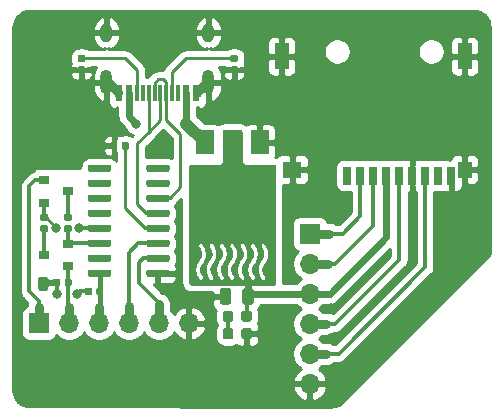
<source format=gtl>
G04 #@! TF.GenerationSoftware,KiCad,Pcbnew,5.1.5+dfsg1-2build2*
G04 #@! TF.CreationDate,2021-12-02T15:55:02+01:00*
G04 #@! TF.ProjectId,Daugter_board,44617567-7465-4725-9f62-6f6172642e6b,rev?*
G04 #@! TF.SameCoordinates,Original*
G04 #@! TF.FileFunction,Copper,L1,Top*
G04 #@! TF.FilePolarity,Positive*
%FSLAX46Y46*%
G04 Gerber Fmt 4.6, Leading zero omitted, Abs format (unit mm)*
G04 Created by KiCad (PCBNEW 5.1.5+dfsg1-2build2) date 2021-12-02 15:55:02*
%MOMM*%
%LPD*%
G04 APERTURE LIST*
%ADD10C,0.052917*%
%ADD11R,1.200000X2.200000*%
%ADD12R,1.600000X1.400000*%
%ADD13R,1.200000X1.400000*%
%ADD14R,0.700000X1.600000*%
%ADD15O,1.700000X1.700000*%
%ADD16R,1.700000X1.700000*%
%ADD17R,1.500000X2.000000*%
%ADD18R,3.800000X2.000000*%
%ADD19C,0.100000*%
%ADD20O,1.000000X1.600000*%
%ADD21O,1.000000X2.100000*%
%ADD22R,0.300000X1.450000*%
%ADD23R,0.600000X1.450000*%
%ADD24R,0.900000X0.800000*%
%ADD25C,0.800000*%
%ADD26C,0.400000*%
%ADD27C,0.600000*%
%ADD28C,0.300000*%
%ADD29C,0.800000*%
%ADD30C,1.000000*%
%ADD31C,0.250000*%
%ADD32C,0.254000*%
G04 APERTURE END LIST*
D10*
G36*
X146994734Y-95168078D02*
G01*
X146962577Y-104768996D01*
X147057066Y-104889392D01*
X147134536Y-105019439D01*
X147195242Y-105157107D01*
X147238931Y-105300362D01*
X147656000Y-105204605D01*
X147533064Y-105026805D01*
X147508426Y-104937651D01*
X147518840Y-104855356D01*
X147558210Y-104783728D01*
X147620440Y-104733944D01*
X147695878Y-104713370D01*
X147774111Y-104725562D01*
X147841675Y-104768996D01*
X147935909Y-104889392D01*
X148013380Y-105019439D01*
X148074086Y-105157107D01*
X148118028Y-105300362D01*
X148144698Y-105447174D01*
X148574214Y-105287154D01*
X148534590Y-105204605D01*
X148411653Y-105026805D01*
X148387015Y-104937397D01*
X148397429Y-104855102D01*
X148436799Y-104783474D01*
X148499283Y-104733690D01*
X148574722Y-104713370D01*
X148652700Y-104725562D01*
X148720010Y-104768996D01*
X148814499Y-104889392D01*
X148891971Y-105019439D01*
X148952678Y-105157107D01*
X148996620Y-105300362D01*
X149023290Y-105447174D01*
X149452806Y-105287154D01*
X149413181Y-105204605D01*
X149289991Y-105026805D01*
X149265353Y-104937397D01*
X149276021Y-104855102D01*
X149315391Y-104783474D01*
X149377621Y-104733690D01*
X149453314Y-104713370D01*
X149531038Y-104725562D01*
X149598602Y-104768996D01*
X149693091Y-104889392D01*
X149770561Y-105019439D01*
X149831267Y-105157107D01*
X149874955Y-105300362D01*
X150331395Y-105287154D01*
X150291517Y-105204605D01*
X150168580Y-105026805D01*
X150143942Y-104937397D01*
X150154356Y-104855102D01*
X150193980Y-104783474D01*
X150256211Y-104733690D01*
X150331903Y-104713370D01*
X150409881Y-104725562D01*
X150477192Y-104768996D01*
X150571426Y-104889392D01*
X150648896Y-105019439D01*
X150709602Y-105157107D01*
X150753545Y-105300362D01*
X150780469Y-105447174D01*
X150790121Y-105596017D01*
X150784533Y-105724800D01*
X150767769Y-105842402D01*
X150739829Y-105957971D01*
X150700458Y-106070493D01*
X150654484Y-106170061D01*
X150598858Y-106265311D01*
X150450775Y-106454286D01*
X150403531Y-106527438D01*
X150353493Y-106636403D01*
X150317425Y-106764673D01*
X150302693Y-106867797D01*
X150299645Y-106974223D01*
X150308535Y-107074552D01*
X150328093Y-107169802D01*
X150357557Y-107257940D01*
X150395911Y-107337187D01*
X150519356Y-107500763D01*
X150542470Y-107589917D01*
X150531294Y-107671450D01*
X150491416Y-107742316D01*
X150429185Y-107791338D01*
X150382957Y-107807594D01*
X150344349Y-107811658D01*
X150268149Y-107795656D01*
X150210999Y-107757048D01*
X150112700Y-107644781D01*
X150029642Y-107509907D01*
X149974524Y-107381637D01*
X149935407Y-107246510D01*
X149911531Y-107106556D01*
X149902387Y-106953903D01*
X149907721Y-106824109D01*
X149925247Y-106694315D01*
X149955220Y-106566808D01*
X149994590Y-106452254D01*
X150040564Y-106350908D01*
X150096190Y-106254389D01*
X150247067Y-106062111D01*
X150300915Y-105978291D01*
X150349429Y-105870342D01*
X150380417Y-105756296D01*
X150392863Y-105658501D01*
X150393371Y-105559442D01*
X150381941Y-105460636D01*
X150361367Y-105372752D01*
X150331395Y-105287154D01*
X149874955Y-105300362D01*
X149901879Y-105447174D01*
X149911531Y-105596017D01*
X149905943Y-105724800D01*
X149889179Y-105842402D01*
X149861239Y-105957971D01*
X149821869Y-106070493D01*
X149775895Y-106170061D01*
X149720269Y-106265311D01*
X149572186Y-106454286D01*
X149524942Y-106527438D01*
X149475158Y-106636403D01*
X149438836Y-106764673D01*
X149424104Y-106867797D01*
X149421056Y-106974223D01*
X149429946Y-107074552D01*
X149449504Y-107169802D01*
X149478968Y-107257940D01*
X149517322Y-107337187D01*
X149640766Y-107500763D01*
X149664134Y-107589917D01*
X149649148Y-107681102D01*
X149606222Y-107749682D01*
X149541706Y-107795656D01*
X149465760Y-107811658D01*
X149398957Y-107799466D01*
X149332409Y-107757048D01*
X149234111Y-107644781D01*
X149151052Y-107509907D01*
X149095934Y-107381637D01*
X149056818Y-107246510D01*
X149032942Y-107106556D01*
X149023798Y-106953903D01*
X149029132Y-106824109D01*
X149046658Y-106694315D01*
X149076630Y-106566808D01*
X149115746Y-106452254D01*
X149161721Y-106350908D01*
X149217347Y-106254389D01*
X149367969Y-106062111D01*
X149421818Y-105978291D01*
X149470586Y-105870342D01*
X149501574Y-105756296D01*
X149514274Y-105658501D01*
X149514782Y-105559442D01*
X149503352Y-105460636D01*
X149482778Y-105372752D01*
X149452806Y-105287154D01*
X149023290Y-105447174D01*
X149033196Y-105596017D01*
X149027608Y-105724800D01*
X149010844Y-105842402D01*
X148982904Y-105957971D01*
X148943534Y-106070493D01*
X148897559Y-106170061D01*
X148841931Y-106265311D01*
X148693594Y-106454286D01*
X148646350Y-106527438D01*
X148596312Y-106636403D01*
X148559990Y-106764673D01*
X148545258Y-106867797D01*
X148542210Y-106974223D01*
X148551100Y-107074552D01*
X148570658Y-107169802D01*
X148600376Y-107257940D01*
X148638730Y-107337187D01*
X148762428Y-107500763D01*
X148785797Y-107589917D01*
X148774366Y-107671704D01*
X148734488Y-107742316D01*
X148663368Y-107795656D01*
X148587422Y-107811912D01*
X148511221Y-107795656D01*
X148453817Y-107757048D01*
X148355773Y-107644781D01*
X148272461Y-107509907D01*
X148217342Y-107381637D01*
X148177972Y-107246510D01*
X148154096Y-107106556D01*
X148144952Y-106953903D01*
X148150032Y-106824109D01*
X148167558Y-106694315D01*
X148197784Y-106566808D01*
X148237154Y-106452254D01*
X148283129Y-106350908D01*
X148338755Y-106254389D01*
X148489631Y-106062111D01*
X148543480Y-105978291D01*
X148591994Y-105870342D01*
X148622982Y-105756296D01*
X148635682Y-105658501D01*
X148636190Y-105559442D01*
X148624760Y-105460636D01*
X148604440Y-105372752D01*
X148574214Y-105287154D01*
X148144698Y-105447174D01*
X148154350Y-105596017D01*
X148148762Y-105724800D01*
X148131998Y-105842402D01*
X148103804Y-105957971D01*
X148064434Y-106070493D01*
X148018460Y-106170061D01*
X147962833Y-106265311D01*
X147814751Y-106454286D01*
X147767507Y-106527438D01*
X147717468Y-106636403D01*
X147681400Y-106764673D01*
X147666668Y-106867797D01*
X147663620Y-106974223D01*
X147672510Y-107074552D01*
X147692068Y-107169802D01*
X147721532Y-107257940D01*
X147759887Y-107337187D01*
X147884347Y-107499493D01*
X147902889Y-107547245D01*
X147909747Y-107598299D01*
X147896539Y-107679324D01*
X147855391Y-107748666D01*
X147792399Y-107796164D01*
X147716960Y-107814452D01*
X147640760Y-107800482D01*
X147582594Y-107763906D01*
X147483025Y-107652655D01*
X147398443Y-107518797D01*
X147342055Y-107391035D01*
X147301669Y-107256162D01*
X147275507Y-107106556D01*
X147266363Y-106953903D01*
X147271697Y-106824109D01*
X147289223Y-106694315D01*
X147319195Y-106566808D01*
X147358565Y-106452254D01*
X147404539Y-106350908D01*
X147460165Y-106254389D01*
X147611042Y-106062111D01*
X147664890Y-105978291D01*
X147713404Y-105870342D01*
X147744647Y-105756296D01*
X147757093Y-105658501D01*
X147757855Y-105559442D01*
X147746425Y-105460636D01*
X147725850Y-105372752D01*
X147695878Y-105287154D01*
X147656000Y-105204605D01*
X147238931Y-105300362D01*
X147265855Y-105447174D01*
X147275507Y-105596017D01*
X147269919Y-105724800D01*
X147253155Y-105842402D01*
X147225214Y-105957971D01*
X147185844Y-106070493D01*
X147139870Y-106170061D01*
X147084244Y-106265311D01*
X146936161Y-106454286D01*
X146888917Y-106527438D01*
X146839133Y-106636403D01*
X146802811Y-106764673D01*
X146788079Y-106867797D01*
X146785285Y-106974223D01*
X146793921Y-107074552D01*
X146813479Y-107169802D01*
X146842943Y-107257940D01*
X146881551Y-107337187D01*
X147004996Y-107500763D01*
X147028110Y-107589917D01*
X147016934Y-107671704D01*
X146977056Y-107742316D01*
X146914825Y-107791592D01*
X146868597Y-107807848D01*
X146829735Y-107811912D01*
X146753789Y-107795656D01*
X146696384Y-107757048D01*
X146598086Y-107644781D01*
X146515028Y-107509907D01*
X146459910Y-107381637D01*
X146420793Y-107246510D01*
X146396917Y-107106556D01*
X146387773Y-106953903D01*
X146393107Y-106824109D01*
X146410633Y-106694315D01*
X146440605Y-106566808D01*
X146479722Y-106452254D01*
X146525696Y-106350908D01*
X146581322Y-106254389D01*
X146731945Y-106062111D01*
X146786047Y-105978291D01*
X146834561Y-105870342D01*
X146865549Y-105756296D01*
X146878249Y-105658501D01*
X146878757Y-105559442D01*
X146867327Y-105460636D01*
X146846753Y-105372752D01*
X146816781Y-105287154D01*
X146777157Y-105204605D01*
X146653966Y-105026805D01*
X146629328Y-104937397D01*
X146639996Y-104855102D01*
X146679366Y-104783474D01*
X146741851Y-104733690D01*
X146817289Y-104713370D01*
X146895267Y-104725562D01*
X146962577Y-104768996D01*
X146994734Y-95168078D01*
X146969080Y-95200844D01*
X146954094Y-95250882D01*
X146939616Y-97839388D01*
X146726865Y-98074591D01*
X146083988Y-104768996D01*
X146178476Y-104889392D01*
X146255947Y-105019439D01*
X146316653Y-105157107D01*
X146360595Y-105300362D01*
X146387519Y-105447174D01*
X146397171Y-105596017D01*
X146391583Y-105724800D01*
X146374819Y-105842402D01*
X146346879Y-105957971D01*
X146307509Y-106070493D01*
X146261535Y-106170061D01*
X146205909Y-106265311D01*
X146057826Y-106454286D01*
X146010328Y-106527438D01*
X145960544Y-106636403D01*
X145924475Y-106764673D01*
X145909743Y-106867797D01*
X145906695Y-106974223D01*
X145915585Y-107074552D01*
X145935144Y-107169802D01*
X145964608Y-107257940D01*
X146002962Y-107337187D01*
X146126406Y-107500763D01*
X146149520Y-107589917D01*
X146138344Y-107671450D01*
X146098466Y-107742316D01*
X146027346Y-107795656D01*
X145951146Y-107811658D01*
X145875199Y-107795656D01*
X145817795Y-107757048D01*
X145719751Y-107644781D01*
X145636692Y-107509907D01*
X145581574Y-107381637D01*
X145542204Y-107246510D01*
X145518582Y-107106556D01*
X145509438Y-106953903D01*
X145514518Y-106824109D01*
X145532044Y-106694315D01*
X145562016Y-106566808D01*
X145601386Y-106452254D01*
X145647106Y-106350908D01*
X145702733Y-106254389D01*
X145853609Y-106062111D01*
X145907457Y-105978291D01*
X145955972Y-105870342D01*
X145986960Y-105756296D01*
X145999660Y-105658501D01*
X146000168Y-105559442D01*
X145988738Y-105460636D01*
X145968418Y-105372752D01*
X145938192Y-105287154D01*
X145898567Y-105204605D01*
X145775631Y-105026805D01*
X145750993Y-104937397D01*
X145761407Y-104855102D01*
X145800777Y-104783474D01*
X145863261Y-104733690D01*
X145938700Y-104713370D01*
X146016678Y-104725562D01*
X146083988Y-104768996D01*
X146726865Y-98074591D01*
X144238747Y-98075099D01*
X145205653Y-104768996D01*
X145299887Y-104889392D01*
X145377357Y-105019439D01*
X145438064Y-105157107D01*
X145482006Y-105300362D01*
X145508930Y-105447174D01*
X145518582Y-105596017D01*
X145512994Y-105724800D01*
X145496230Y-105842402D01*
X145468290Y-105957971D01*
X145428920Y-106070493D01*
X145382945Y-106170061D01*
X145327319Y-106265311D01*
X145179237Y-106454286D01*
X145131738Y-106527438D01*
X145081954Y-106636403D01*
X145045378Y-106764673D01*
X145030646Y-106867797D01*
X145027598Y-106974223D01*
X145036488Y-107074552D01*
X145056300Y-107169802D01*
X145085764Y-107257940D01*
X145124372Y-107337187D01*
X145247817Y-107500763D01*
X145271185Y-107589917D01*
X145256199Y-107681102D01*
X145213273Y-107749682D01*
X145148756Y-107795656D01*
X145072810Y-107811658D01*
X145005754Y-107799466D01*
X144939460Y-107757048D01*
X144841161Y-107644781D01*
X144757849Y-107509907D01*
X144702731Y-107381637D01*
X144663361Y-107246510D01*
X144639485Y-107106556D01*
X144630340Y-106953903D01*
X144635675Y-106824109D01*
X144653201Y-106694315D01*
X144683173Y-106566808D01*
X144722543Y-106452254D01*
X144768517Y-106350908D01*
X144824397Y-106254389D01*
X144975020Y-106062111D01*
X145028868Y-105978291D01*
X145077382Y-105870342D01*
X145108624Y-105756296D01*
X145121070Y-105658501D01*
X145121832Y-105559442D01*
X145110402Y-105460636D01*
X145089828Y-105372752D01*
X145059856Y-105287154D01*
X145019978Y-105204605D01*
X144897042Y-105026805D01*
X144872403Y-104937397D01*
X144882817Y-104855102D01*
X144922442Y-104783474D01*
X144984672Y-104733690D01*
X145060364Y-104713370D01*
X145138088Y-104725562D01*
X145205653Y-104768996D01*
X144238747Y-98075099D01*
X144197599Y-98081703D01*
X144161023Y-98101261D01*
X144132829Y-98131741D01*
X144113702Y-98169587D01*
X144113702Y-108081405D01*
X144119545Y-108121029D01*
X144137579Y-108156843D01*
X144165519Y-108185291D01*
X144201333Y-108203325D01*
X144240703Y-108209675D01*
X151248441Y-108210000D01*
X151289335Y-108203142D01*
X151325657Y-108183584D01*
X151347755Y-108161740D01*
X151367821Y-108125672D01*
X151367464Y-108059298D01*
X151368150Y-106981856D01*
X151369293Y-104364643D01*
X151369521Y-101130331D01*
X151367464Y-98201591D01*
X151360352Y-98160443D01*
X151340540Y-98123867D01*
X151318188Y-98101515D01*
X151281358Y-98081703D01*
X148810409Y-98074591D01*
X148534996Y-97814496D01*
X148543632Y-95262312D01*
X148525090Y-95195510D01*
X148483180Y-95153346D01*
X148426538Y-95135058D01*
X147080840Y-95134550D01*
X147039438Y-95141408D01*
X146994734Y-95168078D01*
G37*
X146994734Y-95168078D02*
X146962577Y-104768996D01*
X147057066Y-104889392D01*
X147134536Y-105019439D01*
X147195242Y-105157107D01*
X147238931Y-105300362D01*
X147656000Y-105204605D01*
X147533064Y-105026805D01*
X147508426Y-104937651D01*
X147518840Y-104855356D01*
X147558210Y-104783728D01*
X147620440Y-104733944D01*
X147695878Y-104713370D01*
X147774111Y-104725562D01*
X147841675Y-104768996D01*
X147935909Y-104889392D01*
X148013380Y-105019439D01*
X148074086Y-105157107D01*
X148118028Y-105300362D01*
X148144698Y-105447174D01*
X148574214Y-105287154D01*
X148534590Y-105204605D01*
X148411653Y-105026805D01*
X148387015Y-104937397D01*
X148397429Y-104855102D01*
X148436799Y-104783474D01*
X148499283Y-104733690D01*
X148574722Y-104713370D01*
X148652700Y-104725562D01*
X148720010Y-104768996D01*
X148814499Y-104889392D01*
X148891971Y-105019439D01*
X148952678Y-105157107D01*
X148996620Y-105300362D01*
X149023290Y-105447174D01*
X149452806Y-105287154D01*
X149413181Y-105204605D01*
X149289991Y-105026805D01*
X149265353Y-104937397D01*
X149276021Y-104855102D01*
X149315391Y-104783474D01*
X149377621Y-104733690D01*
X149453314Y-104713370D01*
X149531038Y-104725562D01*
X149598602Y-104768996D01*
X149693091Y-104889392D01*
X149770561Y-105019439D01*
X149831267Y-105157107D01*
X149874955Y-105300362D01*
X150331395Y-105287154D01*
X150291517Y-105204605D01*
X150168580Y-105026805D01*
X150143942Y-104937397D01*
X150154356Y-104855102D01*
X150193980Y-104783474D01*
X150256211Y-104733690D01*
X150331903Y-104713370D01*
X150409881Y-104725562D01*
X150477192Y-104768996D01*
X150571426Y-104889392D01*
X150648896Y-105019439D01*
X150709602Y-105157107D01*
X150753545Y-105300362D01*
X150780469Y-105447174D01*
X150790121Y-105596017D01*
X150784533Y-105724800D01*
X150767769Y-105842402D01*
X150739829Y-105957971D01*
X150700458Y-106070493D01*
X150654484Y-106170061D01*
X150598858Y-106265311D01*
X150450775Y-106454286D01*
X150403531Y-106527438D01*
X150353493Y-106636403D01*
X150317425Y-106764673D01*
X150302693Y-106867797D01*
X150299645Y-106974223D01*
X150308535Y-107074552D01*
X150328093Y-107169802D01*
X150357557Y-107257940D01*
X150395911Y-107337187D01*
X150519356Y-107500763D01*
X150542470Y-107589917D01*
X150531294Y-107671450D01*
X150491416Y-107742316D01*
X150429185Y-107791338D01*
X150382957Y-107807594D01*
X150344349Y-107811658D01*
X150268149Y-107795656D01*
X150210999Y-107757048D01*
X150112700Y-107644781D01*
X150029642Y-107509907D01*
X149974524Y-107381637D01*
X149935407Y-107246510D01*
X149911531Y-107106556D01*
X149902387Y-106953903D01*
X149907721Y-106824109D01*
X149925247Y-106694315D01*
X149955220Y-106566808D01*
X149994590Y-106452254D01*
X150040564Y-106350908D01*
X150096190Y-106254389D01*
X150247067Y-106062111D01*
X150300915Y-105978291D01*
X150349429Y-105870342D01*
X150380417Y-105756296D01*
X150392863Y-105658501D01*
X150393371Y-105559442D01*
X150381941Y-105460636D01*
X150361367Y-105372752D01*
X150331395Y-105287154D01*
X149874955Y-105300362D01*
X149901879Y-105447174D01*
X149911531Y-105596017D01*
X149905943Y-105724800D01*
X149889179Y-105842402D01*
X149861239Y-105957971D01*
X149821869Y-106070493D01*
X149775895Y-106170061D01*
X149720269Y-106265311D01*
X149572186Y-106454286D01*
X149524942Y-106527438D01*
X149475158Y-106636403D01*
X149438836Y-106764673D01*
X149424104Y-106867797D01*
X149421056Y-106974223D01*
X149429946Y-107074552D01*
X149449504Y-107169802D01*
X149478968Y-107257940D01*
X149517322Y-107337187D01*
X149640766Y-107500763D01*
X149664134Y-107589917D01*
X149649148Y-107681102D01*
X149606222Y-107749682D01*
X149541706Y-107795656D01*
X149465760Y-107811658D01*
X149398957Y-107799466D01*
X149332409Y-107757048D01*
X149234111Y-107644781D01*
X149151052Y-107509907D01*
X149095934Y-107381637D01*
X149056818Y-107246510D01*
X149032942Y-107106556D01*
X149023798Y-106953903D01*
X149029132Y-106824109D01*
X149046658Y-106694315D01*
X149076630Y-106566808D01*
X149115746Y-106452254D01*
X149161721Y-106350908D01*
X149217347Y-106254389D01*
X149367969Y-106062111D01*
X149421818Y-105978291D01*
X149470586Y-105870342D01*
X149501574Y-105756296D01*
X149514274Y-105658501D01*
X149514782Y-105559442D01*
X149503352Y-105460636D01*
X149482778Y-105372752D01*
X149452806Y-105287154D01*
X149023290Y-105447174D01*
X149033196Y-105596017D01*
X149027608Y-105724800D01*
X149010844Y-105842402D01*
X148982904Y-105957971D01*
X148943534Y-106070493D01*
X148897559Y-106170061D01*
X148841931Y-106265311D01*
X148693594Y-106454286D01*
X148646350Y-106527438D01*
X148596312Y-106636403D01*
X148559990Y-106764673D01*
X148545258Y-106867797D01*
X148542210Y-106974223D01*
X148551100Y-107074552D01*
X148570658Y-107169802D01*
X148600376Y-107257940D01*
X148638730Y-107337187D01*
X148762428Y-107500763D01*
X148785797Y-107589917D01*
X148774366Y-107671704D01*
X148734488Y-107742316D01*
X148663368Y-107795656D01*
X148587422Y-107811912D01*
X148511221Y-107795656D01*
X148453817Y-107757048D01*
X148355773Y-107644781D01*
X148272461Y-107509907D01*
X148217342Y-107381637D01*
X148177972Y-107246510D01*
X148154096Y-107106556D01*
X148144952Y-106953903D01*
X148150032Y-106824109D01*
X148167558Y-106694315D01*
X148197784Y-106566808D01*
X148237154Y-106452254D01*
X148283129Y-106350908D01*
X148338755Y-106254389D01*
X148489631Y-106062111D01*
X148543480Y-105978291D01*
X148591994Y-105870342D01*
X148622982Y-105756296D01*
X148635682Y-105658501D01*
X148636190Y-105559442D01*
X148624760Y-105460636D01*
X148604440Y-105372752D01*
X148574214Y-105287154D01*
X148144698Y-105447174D01*
X148154350Y-105596017D01*
X148148762Y-105724800D01*
X148131998Y-105842402D01*
X148103804Y-105957971D01*
X148064434Y-106070493D01*
X148018460Y-106170061D01*
X147962833Y-106265311D01*
X147814751Y-106454286D01*
X147767507Y-106527438D01*
X147717468Y-106636403D01*
X147681400Y-106764673D01*
X147666668Y-106867797D01*
X147663620Y-106974223D01*
X147672510Y-107074552D01*
X147692068Y-107169802D01*
X147721532Y-107257940D01*
X147759887Y-107337187D01*
X147884347Y-107499493D01*
X147902889Y-107547245D01*
X147909747Y-107598299D01*
X147896539Y-107679324D01*
X147855391Y-107748666D01*
X147792399Y-107796164D01*
X147716960Y-107814452D01*
X147640760Y-107800482D01*
X147582594Y-107763906D01*
X147483025Y-107652655D01*
X147398443Y-107518797D01*
X147342055Y-107391035D01*
X147301669Y-107256162D01*
X147275507Y-107106556D01*
X147266363Y-106953903D01*
X147271697Y-106824109D01*
X147289223Y-106694315D01*
X147319195Y-106566808D01*
X147358565Y-106452254D01*
X147404539Y-106350908D01*
X147460165Y-106254389D01*
X147611042Y-106062111D01*
X147664890Y-105978291D01*
X147713404Y-105870342D01*
X147744647Y-105756296D01*
X147757093Y-105658501D01*
X147757855Y-105559442D01*
X147746425Y-105460636D01*
X147725850Y-105372752D01*
X147695878Y-105287154D01*
X147656000Y-105204605D01*
X147238931Y-105300362D01*
X147265855Y-105447174D01*
X147275507Y-105596017D01*
X147269919Y-105724800D01*
X147253155Y-105842402D01*
X147225214Y-105957971D01*
X147185844Y-106070493D01*
X147139870Y-106170061D01*
X147084244Y-106265311D01*
X146936161Y-106454286D01*
X146888917Y-106527438D01*
X146839133Y-106636403D01*
X146802811Y-106764673D01*
X146788079Y-106867797D01*
X146785285Y-106974223D01*
X146793921Y-107074552D01*
X146813479Y-107169802D01*
X146842943Y-107257940D01*
X146881551Y-107337187D01*
X147004996Y-107500763D01*
X147028110Y-107589917D01*
X147016934Y-107671704D01*
X146977056Y-107742316D01*
X146914825Y-107791592D01*
X146868597Y-107807848D01*
X146829735Y-107811912D01*
X146753789Y-107795656D01*
X146696384Y-107757048D01*
X146598086Y-107644781D01*
X146515028Y-107509907D01*
X146459910Y-107381637D01*
X146420793Y-107246510D01*
X146396917Y-107106556D01*
X146387773Y-106953903D01*
X146393107Y-106824109D01*
X146410633Y-106694315D01*
X146440605Y-106566808D01*
X146479722Y-106452254D01*
X146525696Y-106350908D01*
X146581322Y-106254389D01*
X146731945Y-106062111D01*
X146786047Y-105978291D01*
X146834561Y-105870342D01*
X146865549Y-105756296D01*
X146878249Y-105658501D01*
X146878757Y-105559442D01*
X146867327Y-105460636D01*
X146846753Y-105372752D01*
X146816781Y-105287154D01*
X146777157Y-105204605D01*
X146653966Y-105026805D01*
X146629328Y-104937397D01*
X146639996Y-104855102D01*
X146679366Y-104783474D01*
X146741851Y-104733690D01*
X146817289Y-104713370D01*
X146895267Y-104725562D01*
X146962577Y-104768996D01*
X146994734Y-95168078D01*
X146969080Y-95200844D01*
X146954094Y-95250882D01*
X146939616Y-97839388D01*
X146726865Y-98074591D01*
X146083988Y-104768996D01*
X146178476Y-104889392D01*
X146255947Y-105019439D01*
X146316653Y-105157107D01*
X146360595Y-105300362D01*
X146387519Y-105447174D01*
X146397171Y-105596017D01*
X146391583Y-105724800D01*
X146374819Y-105842402D01*
X146346879Y-105957971D01*
X146307509Y-106070493D01*
X146261535Y-106170061D01*
X146205909Y-106265311D01*
X146057826Y-106454286D01*
X146010328Y-106527438D01*
X145960544Y-106636403D01*
X145924475Y-106764673D01*
X145909743Y-106867797D01*
X145906695Y-106974223D01*
X145915585Y-107074552D01*
X145935144Y-107169802D01*
X145964608Y-107257940D01*
X146002962Y-107337187D01*
X146126406Y-107500763D01*
X146149520Y-107589917D01*
X146138344Y-107671450D01*
X146098466Y-107742316D01*
X146027346Y-107795656D01*
X145951146Y-107811658D01*
X145875199Y-107795656D01*
X145817795Y-107757048D01*
X145719751Y-107644781D01*
X145636692Y-107509907D01*
X145581574Y-107381637D01*
X145542204Y-107246510D01*
X145518582Y-107106556D01*
X145509438Y-106953903D01*
X145514518Y-106824109D01*
X145532044Y-106694315D01*
X145562016Y-106566808D01*
X145601386Y-106452254D01*
X145647106Y-106350908D01*
X145702733Y-106254389D01*
X145853609Y-106062111D01*
X145907457Y-105978291D01*
X145955972Y-105870342D01*
X145986960Y-105756296D01*
X145999660Y-105658501D01*
X146000168Y-105559442D01*
X145988738Y-105460636D01*
X145968418Y-105372752D01*
X145938192Y-105287154D01*
X145898567Y-105204605D01*
X145775631Y-105026805D01*
X145750993Y-104937397D01*
X145761407Y-104855102D01*
X145800777Y-104783474D01*
X145863261Y-104733690D01*
X145938700Y-104713370D01*
X146016678Y-104725562D01*
X146083988Y-104768996D01*
X146726865Y-98074591D01*
X144238747Y-98075099D01*
X145205653Y-104768996D01*
X145299887Y-104889392D01*
X145377357Y-105019439D01*
X145438064Y-105157107D01*
X145482006Y-105300362D01*
X145508930Y-105447174D01*
X145518582Y-105596017D01*
X145512994Y-105724800D01*
X145496230Y-105842402D01*
X145468290Y-105957971D01*
X145428920Y-106070493D01*
X145382945Y-106170061D01*
X145327319Y-106265311D01*
X145179237Y-106454286D01*
X145131738Y-106527438D01*
X145081954Y-106636403D01*
X145045378Y-106764673D01*
X145030646Y-106867797D01*
X145027598Y-106974223D01*
X145036488Y-107074552D01*
X145056300Y-107169802D01*
X145085764Y-107257940D01*
X145124372Y-107337187D01*
X145247817Y-107500763D01*
X145271185Y-107589917D01*
X145256199Y-107681102D01*
X145213273Y-107749682D01*
X145148756Y-107795656D01*
X145072810Y-107811658D01*
X145005754Y-107799466D01*
X144939460Y-107757048D01*
X144841161Y-107644781D01*
X144757849Y-107509907D01*
X144702731Y-107381637D01*
X144663361Y-107246510D01*
X144639485Y-107106556D01*
X144630340Y-106953903D01*
X144635675Y-106824109D01*
X144653201Y-106694315D01*
X144683173Y-106566808D01*
X144722543Y-106452254D01*
X144768517Y-106350908D01*
X144824397Y-106254389D01*
X144975020Y-106062111D01*
X145028868Y-105978291D01*
X145077382Y-105870342D01*
X145108624Y-105756296D01*
X145121070Y-105658501D01*
X145121832Y-105559442D01*
X145110402Y-105460636D01*
X145089828Y-105372752D01*
X145059856Y-105287154D01*
X145019978Y-105204605D01*
X144897042Y-105026805D01*
X144872403Y-104937397D01*
X144882817Y-104855102D01*
X144922442Y-104783474D01*
X144984672Y-104733690D01*
X145060364Y-104713370D01*
X145138088Y-104725562D01*
X145205653Y-104768996D01*
X144238747Y-98075099D01*
X144197599Y-98081703D01*
X144161023Y-98101261D01*
X144132829Y-98131741D01*
X144113702Y-98169587D01*
X144113702Y-108081405D01*
X144119545Y-108121029D01*
X144137579Y-108156843D01*
X144165519Y-108185291D01*
X144201333Y-108203325D01*
X144240703Y-108209675D01*
X151248441Y-108210000D01*
X151289335Y-108203142D01*
X151325657Y-108183584D01*
X151347755Y-108161740D01*
X151367821Y-108125672D01*
X151367464Y-108059298D01*
X151368150Y-106981856D01*
X151369293Y-104364643D01*
X151369521Y-101130331D01*
X151367464Y-98201591D01*
X151360352Y-98160443D01*
X151340540Y-98123867D01*
X151318188Y-98101515D01*
X151281358Y-98081703D01*
X148810409Y-98074591D01*
X148534996Y-97814496D01*
X148543632Y-95262312D01*
X148525090Y-95195510D01*
X148483180Y-95153346D01*
X148426538Y-95135058D01*
X147080840Y-95134550D01*
X147039438Y-95141408D01*
X146994734Y-95168078D01*
D11*
X151930000Y-88880000D03*
X167430000Y-88880000D03*
D12*
X152830000Y-98480000D03*
D13*
X167430000Y-98480000D03*
D14*
X166280000Y-98980000D03*
X164080000Y-98980000D03*
X165180000Y-98980000D03*
X162980000Y-98980000D03*
X161880000Y-98980000D03*
X160780000Y-98980000D03*
X157480000Y-98980000D03*
X158580000Y-98980000D03*
X159680000Y-98980000D03*
D15*
X154310000Y-116610000D03*
X154310000Y-114070000D03*
X154310000Y-111530000D03*
X154310000Y-108990000D03*
X154310000Y-106450000D03*
D16*
X154310000Y-103910000D03*
D15*
X144080000Y-111500000D03*
X141540000Y-111500000D03*
X139000000Y-111500000D03*
X136460000Y-111500000D03*
X133920000Y-111500000D03*
D16*
X131380000Y-111500000D03*
D17*
X150060000Y-96170000D03*
X145460000Y-96170000D03*
X147760000Y-96170000D03*
D18*
X147760000Y-102470000D03*
G04 #@! TA.AperFunction,SMDPad,CuDef*
D19*
G36*
X149200191Y-110416053D02*
G01*
X149221426Y-110419203D01*
X149242250Y-110424419D01*
X149262462Y-110431651D01*
X149281868Y-110440830D01*
X149300281Y-110451866D01*
X149317524Y-110464654D01*
X149333430Y-110479070D01*
X149347846Y-110494976D01*
X149360634Y-110512219D01*
X149371670Y-110530632D01*
X149380849Y-110550038D01*
X149388081Y-110570250D01*
X149393297Y-110591074D01*
X149396447Y-110612309D01*
X149397500Y-110633750D01*
X149397500Y-111146250D01*
X149396447Y-111167691D01*
X149393297Y-111188926D01*
X149388081Y-111209750D01*
X149380849Y-111229962D01*
X149371670Y-111249368D01*
X149360634Y-111267781D01*
X149347846Y-111285024D01*
X149333430Y-111300930D01*
X149317524Y-111315346D01*
X149300281Y-111328134D01*
X149281868Y-111339170D01*
X149262462Y-111348349D01*
X149242250Y-111355581D01*
X149221426Y-111360797D01*
X149200191Y-111363947D01*
X149178750Y-111365000D01*
X148741250Y-111365000D01*
X148719809Y-111363947D01*
X148698574Y-111360797D01*
X148677750Y-111355581D01*
X148657538Y-111348349D01*
X148638132Y-111339170D01*
X148619719Y-111328134D01*
X148602476Y-111315346D01*
X148586570Y-111300930D01*
X148572154Y-111285024D01*
X148559366Y-111267781D01*
X148548330Y-111249368D01*
X148539151Y-111229962D01*
X148531919Y-111209750D01*
X148526703Y-111188926D01*
X148523553Y-111167691D01*
X148522500Y-111146250D01*
X148522500Y-110633750D01*
X148523553Y-110612309D01*
X148526703Y-110591074D01*
X148531919Y-110570250D01*
X148539151Y-110550038D01*
X148548330Y-110530632D01*
X148559366Y-110512219D01*
X148572154Y-110494976D01*
X148586570Y-110479070D01*
X148602476Y-110464654D01*
X148619719Y-110451866D01*
X148638132Y-110440830D01*
X148657538Y-110431651D01*
X148677750Y-110424419D01*
X148698574Y-110419203D01*
X148719809Y-110416053D01*
X148741250Y-110415000D01*
X149178750Y-110415000D01*
X149200191Y-110416053D01*
G37*
G04 #@! TD.AperFunction*
G04 #@! TA.AperFunction,SMDPad,CuDef*
G36*
X147625191Y-110416053D02*
G01*
X147646426Y-110419203D01*
X147667250Y-110424419D01*
X147687462Y-110431651D01*
X147706868Y-110440830D01*
X147725281Y-110451866D01*
X147742524Y-110464654D01*
X147758430Y-110479070D01*
X147772846Y-110494976D01*
X147785634Y-110512219D01*
X147796670Y-110530632D01*
X147805849Y-110550038D01*
X147813081Y-110570250D01*
X147818297Y-110591074D01*
X147821447Y-110612309D01*
X147822500Y-110633750D01*
X147822500Y-111146250D01*
X147821447Y-111167691D01*
X147818297Y-111188926D01*
X147813081Y-111209750D01*
X147805849Y-111229962D01*
X147796670Y-111249368D01*
X147785634Y-111267781D01*
X147772846Y-111285024D01*
X147758430Y-111300930D01*
X147742524Y-111315346D01*
X147725281Y-111328134D01*
X147706868Y-111339170D01*
X147687462Y-111348349D01*
X147667250Y-111355581D01*
X147646426Y-111360797D01*
X147625191Y-111363947D01*
X147603750Y-111365000D01*
X147166250Y-111365000D01*
X147144809Y-111363947D01*
X147123574Y-111360797D01*
X147102750Y-111355581D01*
X147082538Y-111348349D01*
X147063132Y-111339170D01*
X147044719Y-111328134D01*
X147027476Y-111315346D01*
X147011570Y-111300930D01*
X146997154Y-111285024D01*
X146984366Y-111267781D01*
X146973330Y-111249368D01*
X146964151Y-111229962D01*
X146956919Y-111209750D01*
X146951703Y-111188926D01*
X146948553Y-111167691D01*
X146947500Y-111146250D01*
X146947500Y-110633750D01*
X146948553Y-110612309D01*
X146951703Y-110591074D01*
X146956919Y-110570250D01*
X146964151Y-110550038D01*
X146973330Y-110530632D01*
X146984366Y-110512219D01*
X146997154Y-110494976D01*
X147011570Y-110479070D01*
X147027476Y-110464654D01*
X147044719Y-110451866D01*
X147063132Y-110440830D01*
X147082538Y-110431651D01*
X147102750Y-110424419D01*
X147123574Y-110419203D01*
X147144809Y-110416053D01*
X147166250Y-110415000D01*
X147603750Y-110415000D01*
X147625191Y-110416053D01*
G37*
G04 #@! TD.AperFunction*
G04 #@! TA.AperFunction,SMDPad,CuDef*
G36*
X147632691Y-111896053D02*
G01*
X147653926Y-111899203D01*
X147674750Y-111904419D01*
X147694962Y-111911651D01*
X147714368Y-111920830D01*
X147732781Y-111931866D01*
X147750024Y-111944654D01*
X147765930Y-111959070D01*
X147780346Y-111974976D01*
X147793134Y-111992219D01*
X147804170Y-112010632D01*
X147813349Y-112030038D01*
X147820581Y-112050250D01*
X147825797Y-112071074D01*
X147828947Y-112092309D01*
X147830000Y-112113750D01*
X147830000Y-112626250D01*
X147828947Y-112647691D01*
X147825797Y-112668926D01*
X147820581Y-112689750D01*
X147813349Y-112709962D01*
X147804170Y-112729368D01*
X147793134Y-112747781D01*
X147780346Y-112765024D01*
X147765930Y-112780930D01*
X147750024Y-112795346D01*
X147732781Y-112808134D01*
X147714368Y-112819170D01*
X147694962Y-112828349D01*
X147674750Y-112835581D01*
X147653926Y-112840797D01*
X147632691Y-112843947D01*
X147611250Y-112845000D01*
X147173750Y-112845000D01*
X147152309Y-112843947D01*
X147131074Y-112840797D01*
X147110250Y-112835581D01*
X147090038Y-112828349D01*
X147070632Y-112819170D01*
X147052219Y-112808134D01*
X147034976Y-112795346D01*
X147019070Y-112780930D01*
X147004654Y-112765024D01*
X146991866Y-112747781D01*
X146980830Y-112729368D01*
X146971651Y-112709962D01*
X146964419Y-112689750D01*
X146959203Y-112668926D01*
X146956053Y-112647691D01*
X146955000Y-112626250D01*
X146955000Y-112113750D01*
X146956053Y-112092309D01*
X146959203Y-112071074D01*
X146964419Y-112050250D01*
X146971651Y-112030038D01*
X146980830Y-112010632D01*
X146991866Y-111992219D01*
X147004654Y-111974976D01*
X147019070Y-111959070D01*
X147034976Y-111944654D01*
X147052219Y-111931866D01*
X147070632Y-111920830D01*
X147090038Y-111911651D01*
X147110250Y-111904419D01*
X147131074Y-111899203D01*
X147152309Y-111896053D01*
X147173750Y-111895000D01*
X147611250Y-111895000D01*
X147632691Y-111896053D01*
G37*
G04 #@! TD.AperFunction*
G04 #@! TA.AperFunction,SMDPad,CuDef*
G36*
X149207691Y-111896053D02*
G01*
X149228926Y-111899203D01*
X149249750Y-111904419D01*
X149269962Y-111911651D01*
X149289368Y-111920830D01*
X149307781Y-111931866D01*
X149325024Y-111944654D01*
X149340930Y-111959070D01*
X149355346Y-111974976D01*
X149368134Y-111992219D01*
X149379170Y-112010632D01*
X149388349Y-112030038D01*
X149395581Y-112050250D01*
X149400797Y-112071074D01*
X149403947Y-112092309D01*
X149405000Y-112113750D01*
X149405000Y-112626250D01*
X149403947Y-112647691D01*
X149400797Y-112668926D01*
X149395581Y-112689750D01*
X149388349Y-112709962D01*
X149379170Y-112729368D01*
X149368134Y-112747781D01*
X149355346Y-112765024D01*
X149340930Y-112780930D01*
X149325024Y-112795346D01*
X149307781Y-112808134D01*
X149289368Y-112819170D01*
X149269962Y-112828349D01*
X149249750Y-112835581D01*
X149228926Y-112840797D01*
X149207691Y-112843947D01*
X149186250Y-112845000D01*
X148748750Y-112845000D01*
X148727309Y-112843947D01*
X148706074Y-112840797D01*
X148685250Y-112835581D01*
X148665038Y-112828349D01*
X148645632Y-112819170D01*
X148627219Y-112808134D01*
X148609976Y-112795346D01*
X148594070Y-112780930D01*
X148579654Y-112765024D01*
X148566866Y-112747781D01*
X148555830Y-112729368D01*
X148546651Y-112709962D01*
X148539419Y-112689750D01*
X148534203Y-112668926D01*
X148531053Y-112647691D01*
X148530000Y-112626250D01*
X148530000Y-112113750D01*
X148531053Y-112092309D01*
X148534203Y-112071074D01*
X148539419Y-112050250D01*
X148546651Y-112030038D01*
X148555830Y-112010632D01*
X148566866Y-111992219D01*
X148579654Y-111974976D01*
X148594070Y-111959070D01*
X148609976Y-111944654D01*
X148627219Y-111931866D01*
X148645632Y-111920830D01*
X148665038Y-111911651D01*
X148685250Y-111904419D01*
X148706074Y-111899203D01*
X148727309Y-111896053D01*
X148748750Y-111895000D01*
X149186250Y-111895000D01*
X149207691Y-111896053D01*
G37*
G04 #@! TD.AperFunction*
D20*
X137100000Y-86905000D03*
X145740000Y-86905000D03*
D21*
X145740000Y-91085000D03*
X137100000Y-91085000D03*
D22*
X141670000Y-92000000D03*
X139670000Y-92000000D03*
X140170000Y-92000000D03*
X140670000Y-92000000D03*
X141170000Y-92000000D03*
X142170000Y-92000000D03*
X142670000Y-92000000D03*
X143170000Y-92000000D03*
D23*
X138170000Y-92000000D03*
X138970000Y-92000000D03*
X143870000Y-92000000D03*
X144670000Y-92000000D03*
X144670000Y-92000000D03*
X143870000Y-92000000D03*
X138970000Y-92000000D03*
X138170000Y-92000000D03*
G04 #@! TA.AperFunction,SMDPad,CuDef*
D19*
G36*
X138871958Y-96140710D02*
G01*
X138886276Y-96142834D01*
X138900317Y-96146351D01*
X138913946Y-96151228D01*
X138927031Y-96157417D01*
X138939447Y-96164858D01*
X138951073Y-96173481D01*
X138961798Y-96183202D01*
X138971519Y-96193927D01*
X138980142Y-96205553D01*
X138987583Y-96217969D01*
X138993772Y-96231054D01*
X138998649Y-96244683D01*
X139002166Y-96258724D01*
X139004290Y-96273042D01*
X139005000Y-96287500D01*
X139005000Y-96632500D01*
X139004290Y-96646958D01*
X139002166Y-96661276D01*
X138998649Y-96675317D01*
X138993772Y-96688946D01*
X138987583Y-96702031D01*
X138980142Y-96714447D01*
X138971519Y-96726073D01*
X138961798Y-96736798D01*
X138951073Y-96746519D01*
X138939447Y-96755142D01*
X138927031Y-96762583D01*
X138913946Y-96768772D01*
X138900317Y-96773649D01*
X138886276Y-96777166D01*
X138871958Y-96779290D01*
X138857500Y-96780000D01*
X138562500Y-96780000D01*
X138548042Y-96779290D01*
X138533724Y-96777166D01*
X138519683Y-96773649D01*
X138506054Y-96768772D01*
X138492969Y-96762583D01*
X138480553Y-96755142D01*
X138468927Y-96746519D01*
X138458202Y-96736798D01*
X138448481Y-96726073D01*
X138439858Y-96714447D01*
X138432417Y-96702031D01*
X138426228Y-96688946D01*
X138421351Y-96675317D01*
X138417834Y-96661276D01*
X138415710Y-96646958D01*
X138415000Y-96632500D01*
X138415000Y-96287500D01*
X138415710Y-96273042D01*
X138417834Y-96258724D01*
X138421351Y-96244683D01*
X138426228Y-96231054D01*
X138432417Y-96217969D01*
X138439858Y-96205553D01*
X138448481Y-96193927D01*
X138458202Y-96183202D01*
X138468927Y-96173481D01*
X138480553Y-96164858D01*
X138492969Y-96157417D01*
X138506054Y-96151228D01*
X138519683Y-96146351D01*
X138533724Y-96142834D01*
X138548042Y-96140710D01*
X138562500Y-96140000D01*
X138857500Y-96140000D01*
X138871958Y-96140710D01*
G37*
G04 #@! TD.AperFunction*
G04 #@! TA.AperFunction,SMDPad,CuDef*
G36*
X137901958Y-96140710D02*
G01*
X137916276Y-96142834D01*
X137930317Y-96146351D01*
X137943946Y-96151228D01*
X137957031Y-96157417D01*
X137969447Y-96164858D01*
X137981073Y-96173481D01*
X137991798Y-96183202D01*
X138001519Y-96193927D01*
X138010142Y-96205553D01*
X138017583Y-96217969D01*
X138023772Y-96231054D01*
X138028649Y-96244683D01*
X138032166Y-96258724D01*
X138034290Y-96273042D01*
X138035000Y-96287500D01*
X138035000Y-96632500D01*
X138034290Y-96646958D01*
X138032166Y-96661276D01*
X138028649Y-96675317D01*
X138023772Y-96688946D01*
X138017583Y-96702031D01*
X138010142Y-96714447D01*
X138001519Y-96726073D01*
X137991798Y-96736798D01*
X137981073Y-96746519D01*
X137969447Y-96755142D01*
X137957031Y-96762583D01*
X137943946Y-96768772D01*
X137930317Y-96773649D01*
X137916276Y-96777166D01*
X137901958Y-96779290D01*
X137887500Y-96780000D01*
X137592500Y-96780000D01*
X137578042Y-96779290D01*
X137563724Y-96777166D01*
X137549683Y-96773649D01*
X137536054Y-96768772D01*
X137522969Y-96762583D01*
X137510553Y-96755142D01*
X137498927Y-96746519D01*
X137488202Y-96736798D01*
X137478481Y-96726073D01*
X137469858Y-96714447D01*
X137462417Y-96702031D01*
X137456228Y-96688946D01*
X137451351Y-96675317D01*
X137447834Y-96661276D01*
X137445710Y-96646958D01*
X137445000Y-96632500D01*
X137445000Y-96287500D01*
X137445710Y-96273042D01*
X137447834Y-96258724D01*
X137451351Y-96244683D01*
X137456228Y-96231054D01*
X137462417Y-96217969D01*
X137469858Y-96205553D01*
X137478481Y-96193927D01*
X137488202Y-96183202D01*
X137498927Y-96173481D01*
X137510553Y-96164858D01*
X137522969Y-96157417D01*
X137536054Y-96151228D01*
X137549683Y-96146351D01*
X137563724Y-96142834D01*
X137578042Y-96140710D01*
X137592500Y-96140000D01*
X137887500Y-96140000D01*
X137901958Y-96140710D01*
G37*
G04 #@! TD.AperFunction*
G04 #@! TA.AperFunction,SMDPad,CuDef*
G36*
X137354703Y-106965722D02*
G01*
X137369264Y-106967882D01*
X137383543Y-106971459D01*
X137397403Y-106976418D01*
X137410710Y-106982712D01*
X137423336Y-106990280D01*
X137435159Y-106999048D01*
X137446066Y-107008934D01*
X137455952Y-107019841D01*
X137464720Y-107031664D01*
X137472288Y-107044290D01*
X137478582Y-107057597D01*
X137483541Y-107071457D01*
X137487118Y-107085736D01*
X137489278Y-107100297D01*
X137490000Y-107115000D01*
X137490000Y-107415000D01*
X137489278Y-107429703D01*
X137487118Y-107444264D01*
X137483541Y-107458543D01*
X137478582Y-107472403D01*
X137472288Y-107485710D01*
X137464720Y-107498336D01*
X137455952Y-107510159D01*
X137446066Y-107521066D01*
X137435159Y-107530952D01*
X137423336Y-107539720D01*
X137410710Y-107547288D01*
X137397403Y-107553582D01*
X137383543Y-107558541D01*
X137369264Y-107562118D01*
X137354703Y-107564278D01*
X137340000Y-107565000D01*
X135690000Y-107565000D01*
X135675297Y-107564278D01*
X135660736Y-107562118D01*
X135646457Y-107558541D01*
X135632597Y-107553582D01*
X135619290Y-107547288D01*
X135606664Y-107539720D01*
X135594841Y-107530952D01*
X135583934Y-107521066D01*
X135574048Y-107510159D01*
X135565280Y-107498336D01*
X135557712Y-107485710D01*
X135551418Y-107472403D01*
X135546459Y-107458543D01*
X135542882Y-107444264D01*
X135540722Y-107429703D01*
X135540000Y-107415000D01*
X135540000Y-107115000D01*
X135540722Y-107100297D01*
X135542882Y-107085736D01*
X135546459Y-107071457D01*
X135551418Y-107057597D01*
X135557712Y-107044290D01*
X135565280Y-107031664D01*
X135574048Y-107019841D01*
X135583934Y-107008934D01*
X135594841Y-106999048D01*
X135606664Y-106990280D01*
X135619290Y-106982712D01*
X135632597Y-106976418D01*
X135646457Y-106971459D01*
X135660736Y-106967882D01*
X135675297Y-106965722D01*
X135690000Y-106965000D01*
X137340000Y-106965000D01*
X137354703Y-106965722D01*
G37*
G04 #@! TD.AperFunction*
G04 #@! TA.AperFunction,SMDPad,CuDef*
G36*
X137354703Y-105695722D02*
G01*
X137369264Y-105697882D01*
X137383543Y-105701459D01*
X137397403Y-105706418D01*
X137410710Y-105712712D01*
X137423336Y-105720280D01*
X137435159Y-105729048D01*
X137446066Y-105738934D01*
X137455952Y-105749841D01*
X137464720Y-105761664D01*
X137472288Y-105774290D01*
X137478582Y-105787597D01*
X137483541Y-105801457D01*
X137487118Y-105815736D01*
X137489278Y-105830297D01*
X137490000Y-105845000D01*
X137490000Y-106145000D01*
X137489278Y-106159703D01*
X137487118Y-106174264D01*
X137483541Y-106188543D01*
X137478582Y-106202403D01*
X137472288Y-106215710D01*
X137464720Y-106228336D01*
X137455952Y-106240159D01*
X137446066Y-106251066D01*
X137435159Y-106260952D01*
X137423336Y-106269720D01*
X137410710Y-106277288D01*
X137397403Y-106283582D01*
X137383543Y-106288541D01*
X137369264Y-106292118D01*
X137354703Y-106294278D01*
X137340000Y-106295000D01*
X135690000Y-106295000D01*
X135675297Y-106294278D01*
X135660736Y-106292118D01*
X135646457Y-106288541D01*
X135632597Y-106283582D01*
X135619290Y-106277288D01*
X135606664Y-106269720D01*
X135594841Y-106260952D01*
X135583934Y-106251066D01*
X135574048Y-106240159D01*
X135565280Y-106228336D01*
X135557712Y-106215710D01*
X135551418Y-106202403D01*
X135546459Y-106188543D01*
X135542882Y-106174264D01*
X135540722Y-106159703D01*
X135540000Y-106145000D01*
X135540000Y-105845000D01*
X135540722Y-105830297D01*
X135542882Y-105815736D01*
X135546459Y-105801457D01*
X135551418Y-105787597D01*
X135557712Y-105774290D01*
X135565280Y-105761664D01*
X135574048Y-105749841D01*
X135583934Y-105738934D01*
X135594841Y-105729048D01*
X135606664Y-105720280D01*
X135619290Y-105712712D01*
X135632597Y-105706418D01*
X135646457Y-105701459D01*
X135660736Y-105697882D01*
X135675297Y-105695722D01*
X135690000Y-105695000D01*
X137340000Y-105695000D01*
X137354703Y-105695722D01*
G37*
G04 #@! TD.AperFunction*
G04 #@! TA.AperFunction,SMDPad,CuDef*
G36*
X137354703Y-104425722D02*
G01*
X137369264Y-104427882D01*
X137383543Y-104431459D01*
X137397403Y-104436418D01*
X137410710Y-104442712D01*
X137423336Y-104450280D01*
X137435159Y-104459048D01*
X137446066Y-104468934D01*
X137455952Y-104479841D01*
X137464720Y-104491664D01*
X137472288Y-104504290D01*
X137478582Y-104517597D01*
X137483541Y-104531457D01*
X137487118Y-104545736D01*
X137489278Y-104560297D01*
X137490000Y-104575000D01*
X137490000Y-104875000D01*
X137489278Y-104889703D01*
X137487118Y-104904264D01*
X137483541Y-104918543D01*
X137478582Y-104932403D01*
X137472288Y-104945710D01*
X137464720Y-104958336D01*
X137455952Y-104970159D01*
X137446066Y-104981066D01*
X137435159Y-104990952D01*
X137423336Y-104999720D01*
X137410710Y-105007288D01*
X137397403Y-105013582D01*
X137383543Y-105018541D01*
X137369264Y-105022118D01*
X137354703Y-105024278D01*
X137340000Y-105025000D01*
X135690000Y-105025000D01*
X135675297Y-105024278D01*
X135660736Y-105022118D01*
X135646457Y-105018541D01*
X135632597Y-105013582D01*
X135619290Y-105007288D01*
X135606664Y-104999720D01*
X135594841Y-104990952D01*
X135583934Y-104981066D01*
X135574048Y-104970159D01*
X135565280Y-104958336D01*
X135557712Y-104945710D01*
X135551418Y-104932403D01*
X135546459Y-104918543D01*
X135542882Y-104904264D01*
X135540722Y-104889703D01*
X135540000Y-104875000D01*
X135540000Y-104575000D01*
X135540722Y-104560297D01*
X135542882Y-104545736D01*
X135546459Y-104531457D01*
X135551418Y-104517597D01*
X135557712Y-104504290D01*
X135565280Y-104491664D01*
X135574048Y-104479841D01*
X135583934Y-104468934D01*
X135594841Y-104459048D01*
X135606664Y-104450280D01*
X135619290Y-104442712D01*
X135632597Y-104436418D01*
X135646457Y-104431459D01*
X135660736Y-104427882D01*
X135675297Y-104425722D01*
X135690000Y-104425000D01*
X137340000Y-104425000D01*
X137354703Y-104425722D01*
G37*
G04 #@! TD.AperFunction*
G04 #@! TA.AperFunction,SMDPad,CuDef*
G36*
X137354703Y-103155722D02*
G01*
X137369264Y-103157882D01*
X137383543Y-103161459D01*
X137397403Y-103166418D01*
X137410710Y-103172712D01*
X137423336Y-103180280D01*
X137435159Y-103189048D01*
X137446066Y-103198934D01*
X137455952Y-103209841D01*
X137464720Y-103221664D01*
X137472288Y-103234290D01*
X137478582Y-103247597D01*
X137483541Y-103261457D01*
X137487118Y-103275736D01*
X137489278Y-103290297D01*
X137490000Y-103305000D01*
X137490000Y-103605000D01*
X137489278Y-103619703D01*
X137487118Y-103634264D01*
X137483541Y-103648543D01*
X137478582Y-103662403D01*
X137472288Y-103675710D01*
X137464720Y-103688336D01*
X137455952Y-103700159D01*
X137446066Y-103711066D01*
X137435159Y-103720952D01*
X137423336Y-103729720D01*
X137410710Y-103737288D01*
X137397403Y-103743582D01*
X137383543Y-103748541D01*
X137369264Y-103752118D01*
X137354703Y-103754278D01*
X137340000Y-103755000D01*
X135690000Y-103755000D01*
X135675297Y-103754278D01*
X135660736Y-103752118D01*
X135646457Y-103748541D01*
X135632597Y-103743582D01*
X135619290Y-103737288D01*
X135606664Y-103729720D01*
X135594841Y-103720952D01*
X135583934Y-103711066D01*
X135574048Y-103700159D01*
X135565280Y-103688336D01*
X135557712Y-103675710D01*
X135551418Y-103662403D01*
X135546459Y-103648543D01*
X135542882Y-103634264D01*
X135540722Y-103619703D01*
X135540000Y-103605000D01*
X135540000Y-103305000D01*
X135540722Y-103290297D01*
X135542882Y-103275736D01*
X135546459Y-103261457D01*
X135551418Y-103247597D01*
X135557712Y-103234290D01*
X135565280Y-103221664D01*
X135574048Y-103209841D01*
X135583934Y-103198934D01*
X135594841Y-103189048D01*
X135606664Y-103180280D01*
X135619290Y-103172712D01*
X135632597Y-103166418D01*
X135646457Y-103161459D01*
X135660736Y-103157882D01*
X135675297Y-103155722D01*
X135690000Y-103155000D01*
X137340000Y-103155000D01*
X137354703Y-103155722D01*
G37*
G04 #@! TD.AperFunction*
G04 #@! TA.AperFunction,SMDPad,CuDef*
G36*
X137354703Y-101885722D02*
G01*
X137369264Y-101887882D01*
X137383543Y-101891459D01*
X137397403Y-101896418D01*
X137410710Y-101902712D01*
X137423336Y-101910280D01*
X137435159Y-101919048D01*
X137446066Y-101928934D01*
X137455952Y-101939841D01*
X137464720Y-101951664D01*
X137472288Y-101964290D01*
X137478582Y-101977597D01*
X137483541Y-101991457D01*
X137487118Y-102005736D01*
X137489278Y-102020297D01*
X137490000Y-102035000D01*
X137490000Y-102335000D01*
X137489278Y-102349703D01*
X137487118Y-102364264D01*
X137483541Y-102378543D01*
X137478582Y-102392403D01*
X137472288Y-102405710D01*
X137464720Y-102418336D01*
X137455952Y-102430159D01*
X137446066Y-102441066D01*
X137435159Y-102450952D01*
X137423336Y-102459720D01*
X137410710Y-102467288D01*
X137397403Y-102473582D01*
X137383543Y-102478541D01*
X137369264Y-102482118D01*
X137354703Y-102484278D01*
X137340000Y-102485000D01*
X135690000Y-102485000D01*
X135675297Y-102484278D01*
X135660736Y-102482118D01*
X135646457Y-102478541D01*
X135632597Y-102473582D01*
X135619290Y-102467288D01*
X135606664Y-102459720D01*
X135594841Y-102450952D01*
X135583934Y-102441066D01*
X135574048Y-102430159D01*
X135565280Y-102418336D01*
X135557712Y-102405710D01*
X135551418Y-102392403D01*
X135546459Y-102378543D01*
X135542882Y-102364264D01*
X135540722Y-102349703D01*
X135540000Y-102335000D01*
X135540000Y-102035000D01*
X135540722Y-102020297D01*
X135542882Y-102005736D01*
X135546459Y-101991457D01*
X135551418Y-101977597D01*
X135557712Y-101964290D01*
X135565280Y-101951664D01*
X135574048Y-101939841D01*
X135583934Y-101928934D01*
X135594841Y-101919048D01*
X135606664Y-101910280D01*
X135619290Y-101902712D01*
X135632597Y-101896418D01*
X135646457Y-101891459D01*
X135660736Y-101887882D01*
X135675297Y-101885722D01*
X135690000Y-101885000D01*
X137340000Y-101885000D01*
X137354703Y-101885722D01*
G37*
G04 #@! TD.AperFunction*
G04 #@! TA.AperFunction,SMDPad,CuDef*
G36*
X137354703Y-100615722D02*
G01*
X137369264Y-100617882D01*
X137383543Y-100621459D01*
X137397403Y-100626418D01*
X137410710Y-100632712D01*
X137423336Y-100640280D01*
X137435159Y-100649048D01*
X137446066Y-100658934D01*
X137455952Y-100669841D01*
X137464720Y-100681664D01*
X137472288Y-100694290D01*
X137478582Y-100707597D01*
X137483541Y-100721457D01*
X137487118Y-100735736D01*
X137489278Y-100750297D01*
X137490000Y-100765000D01*
X137490000Y-101065000D01*
X137489278Y-101079703D01*
X137487118Y-101094264D01*
X137483541Y-101108543D01*
X137478582Y-101122403D01*
X137472288Y-101135710D01*
X137464720Y-101148336D01*
X137455952Y-101160159D01*
X137446066Y-101171066D01*
X137435159Y-101180952D01*
X137423336Y-101189720D01*
X137410710Y-101197288D01*
X137397403Y-101203582D01*
X137383543Y-101208541D01*
X137369264Y-101212118D01*
X137354703Y-101214278D01*
X137340000Y-101215000D01*
X135690000Y-101215000D01*
X135675297Y-101214278D01*
X135660736Y-101212118D01*
X135646457Y-101208541D01*
X135632597Y-101203582D01*
X135619290Y-101197288D01*
X135606664Y-101189720D01*
X135594841Y-101180952D01*
X135583934Y-101171066D01*
X135574048Y-101160159D01*
X135565280Y-101148336D01*
X135557712Y-101135710D01*
X135551418Y-101122403D01*
X135546459Y-101108543D01*
X135542882Y-101094264D01*
X135540722Y-101079703D01*
X135540000Y-101065000D01*
X135540000Y-100765000D01*
X135540722Y-100750297D01*
X135542882Y-100735736D01*
X135546459Y-100721457D01*
X135551418Y-100707597D01*
X135557712Y-100694290D01*
X135565280Y-100681664D01*
X135574048Y-100669841D01*
X135583934Y-100658934D01*
X135594841Y-100649048D01*
X135606664Y-100640280D01*
X135619290Y-100632712D01*
X135632597Y-100626418D01*
X135646457Y-100621459D01*
X135660736Y-100617882D01*
X135675297Y-100615722D01*
X135690000Y-100615000D01*
X137340000Y-100615000D01*
X137354703Y-100615722D01*
G37*
G04 #@! TD.AperFunction*
G04 #@! TA.AperFunction,SMDPad,CuDef*
G36*
X137354703Y-99345722D02*
G01*
X137369264Y-99347882D01*
X137383543Y-99351459D01*
X137397403Y-99356418D01*
X137410710Y-99362712D01*
X137423336Y-99370280D01*
X137435159Y-99379048D01*
X137446066Y-99388934D01*
X137455952Y-99399841D01*
X137464720Y-99411664D01*
X137472288Y-99424290D01*
X137478582Y-99437597D01*
X137483541Y-99451457D01*
X137487118Y-99465736D01*
X137489278Y-99480297D01*
X137490000Y-99495000D01*
X137490000Y-99795000D01*
X137489278Y-99809703D01*
X137487118Y-99824264D01*
X137483541Y-99838543D01*
X137478582Y-99852403D01*
X137472288Y-99865710D01*
X137464720Y-99878336D01*
X137455952Y-99890159D01*
X137446066Y-99901066D01*
X137435159Y-99910952D01*
X137423336Y-99919720D01*
X137410710Y-99927288D01*
X137397403Y-99933582D01*
X137383543Y-99938541D01*
X137369264Y-99942118D01*
X137354703Y-99944278D01*
X137340000Y-99945000D01*
X135690000Y-99945000D01*
X135675297Y-99944278D01*
X135660736Y-99942118D01*
X135646457Y-99938541D01*
X135632597Y-99933582D01*
X135619290Y-99927288D01*
X135606664Y-99919720D01*
X135594841Y-99910952D01*
X135583934Y-99901066D01*
X135574048Y-99890159D01*
X135565280Y-99878336D01*
X135557712Y-99865710D01*
X135551418Y-99852403D01*
X135546459Y-99838543D01*
X135542882Y-99824264D01*
X135540722Y-99809703D01*
X135540000Y-99795000D01*
X135540000Y-99495000D01*
X135540722Y-99480297D01*
X135542882Y-99465736D01*
X135546459Y-99451457D01*
X135551418Y-99437597D01*
X135557712Y-99424290D01*
X135565280Y-99411664D01*
X135574048Y-99399841D01*
X135583934Y-99388934D01*
X135594841Y-99379048D01*
X135606664Y-99370280D01*
X135619290Y-99362712D01*
X135632597Y-99356418D01*
X135646457Y-99351459D01*
X135660736Y-99347882D01*
X135675297Y-99345722D01*
X135690000Y-99345000D01*
X137340000Y-99345000D01*
X137354703Y-99345722D01*
G37*
G04 #@! TD.AperFunction*
G04 #@! TA.AperFunction,SMDPad,CuDef*
G36*
X137354703Y-98075722D02*
G01*
X137369264Y-98077882D01*
X137383543Y-98081459D01*
X137397403Y-98086418D01*
X137410710Y-98092712D01*
X137423336Y-98100280D01*
X137435159Y-98109048D01*
X137446066Y-98118934D01*
X137455952Y-98129841D01*
X137464720Y-98141664D01*
X137472288Y-98154290D01*
X137478582Y-98167597D01*
X137483541Y-98181457D01*
X137487118Y-98195736D01*
X137489278Y-98210297D01*
X137490000Y-98225000D01*
X137490000Y-98525000D01*
X137489278Y-98539703D01*
X137487118Y-98554264D01*
X137483541Y-98568543D01*
X137478582Y-98582403D01*
X137472288Y-98595710D01*
X137464720Y-98608336D01*
X137455952Y-98620159D01*
X137446066Y-98631066D01*
X137435159Y-98640952D01*
X137423336Y-98649720D01*
X137410710Y-98657288D01*
X137397403Y-98663582D01*
X137383543Y-98668541D01*
X137369264Y-98672118D01*
X137354703Y-98674278D01*
X137340000Y-98675000D01*
X135690000Y-98675000D01*
X135675297Y-98674278D01*
X135660736Y-98672118D01*
X135646457Y-98668541D01*
X135632597Y-98663582D01*
X135619290Y-98657288D01*
X135606664Y-98649720D01*
X135594841Y-98640952D01*
X135583934Y-98631066D01*
X135574048Y-98620159D01*
X135565280Y-98608336D01*
X135557712Y-98595710D01*
X135551418Y-98582403D01*
X135546459Y-98568543D01*
X135542882Y-98554264D01*
X135540722Y-98539703D01*
X135540000Y-98525000D01*
X135540000Y-98225000D01*
X135540722Y-98210297D01*
X135542882Y-98195736D01*
X135546459Y-98181457D01*
X135551418Y-98167597D01*
X135557712Y-98154290D01*
X135565280Y-98141664D01*
X135574048Y-98129841D01*
X135583934Y-98118934D01*
X135594841Y-98109048D01*
X135606664Y-98100280D01*
X135619290Y-98092712D01*
X135632597Y-98086418D01*
X135646457Y-98081459D01*
X135660736Y-98077882D01*
X135675297Y-98075722D01*
X135690000Y-98075000D01*
X137340000Y-98075000D01*
X137354703Y-98075722D01*
G37*
G04 #@! TD.AperFunction*
G04 #@! TA.AperFunction,SMDPad,CuDef*
G36*
X142304703Y-98075722D02*
G01*
X142319264Y-98077882D01*
X142333543Y-98081459D01*
X142347403Y-98086418D01*
X142360710Y-98092712D01*
X142373336Y-98100280D01*
X142385159Y-98109048D01*
X142396066Y-98118934D01*
X142405952Y-98129841D01*
X142414720Y-98141664D01*
X142422288Y-98154290D01*
X142428582Y-98167597D01*
X142433541Y-98181457D01*
X142437118Y-98195736D01*
X142439278Y-98210297D01*
X142440000Y-98225000D01*
X142440000Y-98525000D01*
X142439278Y-98539703D01*
X142437118Y-98554264D01*
X142433541Y-98568543D01*
X142428582Y-98582403D01*
X142422288Y-98595710D01*
X142414720Y-98608336D01*
X142405952Y-98620159D01*
X142396066Y-98631066D01*
X142385159Y-98640952D01*
X142373336Y-98649720D01*
X142360710Y-98657288D01*
X142347403Y-98663582D01*
X142333543Y-98668541D01*
X142319264Y-98672118D01*
X142304703Y-98674278D01*
X142290000Y-98675000D01*
X140640000Y-98675000D01*
X140625297Y-98674278D01*
X140610736Y-98672118D01*
X140596457Y-98668541D01*
X140582597Y-98663582D01*
X140569290Y-98657288D01*
X140556664Y-98649720D01*
X140544841Y-98640952D01*
X140533934Y-98631066D01*
X140524048Y-98620159D01*
X140515280Y-98608336D01*
X140507712Y-98595710D01*
X140501418Y-98582403D01*
X140496459Y-98568543D01*
X140492882Y-98554264D01*
X140490722Y-98539703D01*
X140490000Y-98525000D01*
X140490000Y-98225000D01*
X140490722Y-98210297D01*
X140492882Y-98195736D01*
X140496459Y-98181457D01*
X140501418Y-98167597D01*
X140507712Y-98154290D01*
X140515280Y-98141664D01*
X140524048Y-98129841D01*
X140533934Y-98118934D01*
X140544841Y-98109048D01*
X140556664Y-98100280D01*
X140569290Y-98092712D01*
X140582597Y-98086418D01*
X140596457Y-98081459D01*
X140610736Y-98077882D01*
X140625297Y-98075722D01*
X140640000Y-98075000D01*
X142290000Y-98075000D01*
X142304703Y-98075722D01*
G37*
G04 #@! TD.AperFunction*
G04 #@! TA.AperFunction,SMDPad,CuDef*
G36*
X142304703Y-99345722D02*
G01*
X142319264Y-99347882D01*
X142333543Y-99351459D01*
X142347403Y-99356418D01*
X142360710Y-99362712D01*
X142373336Y-99370280D01*
X142385159Y-99379048D01*
X142396066Y-99388934D01*
X142405952Y-99399841D01*
X142414720Y-99411664D01*
X142422288Y-99424290D01*
X142428582Y-99437597D01*
X142433541Y-99451457D01*
X142437118Y-99465736D01*
X142439278Y-99480297D01*
X142440000Y-99495000D01*
X142440000Y-99795000D01*
X142439278Y-99809703D01*
X142437118Y-99824264D01*
X142433541Y-99838543D01*
X142428582Y-99852403D01*
X142422288Y-99865710D01*
X142414720Y-99878336D01*
X142405952Y-99890159D01*
X142396066Y-99901066D01*
X142385159Y-99910952D01*
X142373336Y-99919720D01*
X142360710Y-99927288D01*
X142347403Y-99933582D01*
X142333543Y-99938541D01*
X142319264Y-99942118D01*
X142304703Y-99944278D01*
X142290000Y-99945000D01*
X140640000Y-99945000D01*
X140625297Y-99944278D01*
X140610736Y-99942118D01*
X140596457Y-99938541D01*
X140582597Y-99933582D01*
X140569290Y-99927288D01*
X140556664Y-99919720D01*
X140544841Y-99910952D01*
X140533934Y-99901066D01*
X140524048Y-99890159D01*
X140515280Y-99878336D01*
X140507712Y-99865710D01*
X140501418Y-99852403D01*
X140496459Y-99838543D01*
X140492882Y-99824264D01*
X140490722Y-99809703D01*
X140490000Y-99795000D01*
X140490000Y-99495000D01*
X140490722Y-99480297D01*
X140492882Y-99465736D01*
X140496459Y-99451457D01*
X140501418Y-99437597D01*
X140507712Y-99424290D01*
X140515280Y-99411664D01*
X140524048Y-99399841D01*
X140533934Y-99388934D01*
X140544841Y-99379048D01*
X140556664Y-99370280D01*
X140569290Y-99362712D01*
X140582597Y-99356418D01*
X140596457Y-99351459D01*
X140610736Y-99347882D01*
X140625297Y-99345722D01*
X140640000Y-99345000D01*
X142290000Y-99345000D01*
X142304703Y-99345722D01*
G37*
G04 #@! TD.AperFunction*
G04 #@! TA.AperFunction,SMDPad,CuDef*
G36*
X142304703Y-100615722D02*
G01*
X142319264Y-100617882D01*
X142333543Y-100621459D01*
X142347403Y-100626418D01*
X142360710Y-100632712D01*
X142373336Y-100640280D01*
X142385159Y-100649048D01*
X142396066Y-100658934D01*
X142405952Y-100669841D01*
X142414720Y-100681664D01*
X142422288Y-100694290D01*
X142428582Y-100707597D01*
X142433541Y-100721457D01*
X142437118Y-100735736D01*
X142439278Y-100750297D01*
X142440000Y-100765000D01*
X142440000Y-101065000D01*
X142439278Y-101079703D01*
X142437118Y-101094264D01*
X142433541Y-101108543D01*
X142428582Y-101122403D01*
X142422288Y-101135710D01*
X142414720Y-101148336D01*
X142405952Y-101160159D01*
X142396066Y-101171066D01*
X142385159Y-101180952D01*
X142373336Y-101189720D01*
X142360710Y-101197288D01*
X142347403Y-101203582D01*
X142333543Y-101208541D01*
X142319264Y-101212118D01*
X142304703Y-101214278D01*
X142290000Y-101215000D01*
X140640000Y-101215000D01*
X140625297Y-101214278D01*
X140610736Y-101212118D01*
X140596457Y-101208541D01*
X140582597Y-101203582D01*
X140569290Y-101197288D01*
X140556664Y-101189720D01*
X140544841Y-101180952D01*
X140533934Y-101171066D01*
X140524048Y-101160159D01*
X140515280Y-101148336D01*
X140507712Y-101135710D01*
X140501418Y-101122403D01*
X140496459Y-101108543D01*
X140492882Y-101094264D01*
X140490722Y-101079703D01*
X140490000Y-101065000D01*
X140490000Y-100765000D01*
X140490722Y-100750297D01*
X140492882Y-100735736D01*
X140496459Y-100721457D01*
X140501418Y-100707597D01*
X140507712Y-100694290D01*
X140515280Y-100681664D01*
X140524048Y-100669841D01*
X140533934Y-100658934D01*
X140544841Y-100649048D01*
X140556664Y-100640280D01*
X140569290Y-100632712D01*
X140582597Y-100626418D01*
X140596457Y-100621459D01*
X140610736Y-100617882D01*
X140625297Y-100615722D01*
X140640000Y-100615000D01*
X142290000Y-100615000D01*
X142304703Y-100615722D01*
G37*
G04 #@! TD.AperFunction*
G04 #@! TA.AperFunction,SMDPad,CuDef*
G36*
X142304703Y-101885722D02*
G01*
X142319264Y-101887882D01*
X142333543Y-101891459D01*
X142347403Y-101896418D01*
X142360710Y-101902712D01*
X142373336Y-101910280D01*
X142385159Y-101919048D01*
X142396066Y-101928934D01*
X142405952Y-101939841D01*
X142414720Y-101951664D01*
X142422288Y-101964290D01*
X142428582Y-101977597D01*
X142433541Y-101991457D01*
X142437118Y-102005736D01*
X142439278Y-102020297D01*
X142440000Y-102035000D01*
X142440000Y-102335000D01*
X142439278Y-102349703D01*
X142437118Y-102364264D01*
X142433541Y-102378543D01*
X142428582Y-102392403D01*
X142422288Y-102405710D01*
X142414720Y-102418336D01*
X142405952Y-102430159D01*
X142396066Y-102441066D01*
X142385159Y-102450952D01*
X142373336Y-102459720D01*
X142360710Y-102467288D01*
X142347403Y-102473582D01*
X142333543Y-102478541D01*
X142319264Y-102482118D01*
X142304703Y-102484278D01*
X142290000Y-102485000D01*
X140640000Y-102485000D01*
X140625297Y-102484278D01*
X140610736Y-102482118D01*
X140596457Y-102478541D01*
X140582597Y-102473582D01*
X140569290Y-102467288D01*
X140556664Y-102459720D01*
X140544841Y-102450952D01*
X140533934Y-102441066D01*
X140524048Y-102430159D01*
X140515280Y-102418336D01*
X140507712Y-102405710D01*
X140501418Y-102392403D01*
X140496459Y-102378543D01*
X140492882Y-102364264D01*
X140490722Y-102349703D01*
X140490000Y-102335000D01*
X140490000Y-102035000D01*
X140490722Y-102020297D01*
X140492882Y-102005736D01*
X140496459Y-101991457D01*
X140501418Y-101977597D01*
X140507712Y-101964290D01*
X140515280Y-101951664D01*
X140524048Y-101939841D01*
X140533934Y-101928934D01*
X140544841Y-101919048D01*
X140556664Y-101910280D01*
X140569290Y-101902712D01*
X140582597Y-101896418D01*
X140596457Y-101891459D01*
X140610736Y-101887882D01*
X140625297Y-101885722D01*
X140640000Y-101885000D01*
X142290000Y-101885000D01*
X142304703Y-101885722D01*
G37*
G04 #@! TD.AperFunction*
G04 #@! TA.AperFunction,SMDPad,CuDef*
G36*
X142304703Y-103155722D02*
G01*
X142319264Y-103157882D01*
X142333543Y-103161459D01*
X142347403Y-103166418D01*
X142360710Y-103172712D01*
X142373336Y-103180280D01*
X142385159Y-103189048D01*
X142396066Y-103198934D01*
X142405952Y-103209841D01*
X142414720Y-103221664D01*
X142422288Y-103234290D01*
X142428582Y-103247597D01*
X142433541Y-103261457D01*
X142437118Y-103275736D01*
X142439278Y-103290297D01*
X142440000Y-103305000D01*
X142440000Y-103605000D01*
X142439278Y-103619703D01*
X142437118Y-103634264D01*
X142433541Y-103648543D01*
X142428582Y-103662403D01*
X142422288Y-103675710D01*
X142414720Y-103688336D01*
X142405952Y-103700159D01*
X142396066Y-103711066D01*
X142385159Y-103720952D01*
X142373336Y-103729720D01*
X142360710Y-103737288D01*
X142347403Y-103743582D01*
X142333543Y-103748541D01*
X142319264Y-103752118D01*
X142304703Y-103754278D01*
X142290000Y-103755000D01*
X140640000Y-103755000D01*
X140625297Y-103754278D01*
X140610736Y-103752118D01*
X140596457Y-103748541D01*
X140582597Y-103743582D01*
X140569290Y-103737288D01*
X140556664Y-103729720D01*
X140544841Y-103720952D01*
X140533934Y-103711066D01*
X140524048Y-103700159D01*
X140515280Y-103688336D01*
X140507712Y-103675710D01*
X140501418Y-103662403D01*
X140496459Y-103648543D01*
X140492882Y-103634264D01*
X140490722Y-103619703D01*
X140490000Y-103605000D01*
X140490000Y-103305000D01*
X140490722Y-103290297D01*
X140492882Y-103275736D01*
X140496459Y-103261457D01*
X140501418Y-103247597D01*
X140507712Y-103234290D01*
X140515280Y-103221664D01*
X140524048Y-103209841D01*
X140533934Y-103198934D01*
X140544841Y-103189048D01*
X140556664Y-103180280D01*
X140569290Y-103172712D01*
X140582597Y-103166418D01*
X140596457Y-103161459D01*
X140610736Y-103157882D01*
X140625297Y-103155722D01*
X140640000Y-103155000D01*
X142290000Y-103155000D01*
X142304703Y-103155722D01*
G37*
G04 #@! TD.AperFunction*
G04 #@! TA.AperFunction,SMDPad,CuDef*
G36*
X142304703Y-104425722D02*
G01*
X142319264Y-104427882D01*
X142333543Y-104431459D01*
X142347403Y-104436418D01*
X142360710Y-104442712D01*
X142373336Y-104450280D01*
X142385159Y-104459048D01*
X142396066Y-104468934D01*
X142405952Y-104479841D01*
X142414720Y-104491664D01*
X142422288Y-104504290D01*
X142428582Y-104517597D01*
X142433541Y-104531457D01*
X142437118Y-104545736D01*
X142439278Y-104560297D01*
X142440000Y-104575000D01*
X142440000Y-104875000D01*
X142439278Y-104889703D01*
X142437118Y-104904264D01*
X142433541Y-104918543D01*
X142428582Y-104932403D01*
X142422288Y-104945710D01*
X142414720Y-104958336D01*
X142405952Y-104970159D01*
X142396066Y-104981066D01*
X142385159Y-104990952D01*
X142373336Y-104999720D01*
X142360710Y-105007288D01*
X142347403Y-105013582D01*
X142333543Y-105018541D01*
X142319264Y-105022118D01*
X142304703Y-105024278D01*
X142290000Y-105025000D01*
X140640000Y-105025000D01*
X140625297Y-105024278D01*
X140610736Y-105022118D01*
X140596457Y-105018541D01*
X140582597Y-105013582D01*
X140569290Y-105007288D01*
X140556664Y-104999720D01*
X140544841Y-104990952D01*
X140533934Y-104981066D01*
X140524048Y-104970159D01*
X140515280Y-104958336D01*
X140507712Y-104945710D01*
X140501418Y-104932403D01*
X140496459Y-104918543D01*
X140492882Y-104904264D01*
X140490722Y-104889703D01*
X140490000Y-104875000D01*
X140490000Y-104575000D01*
X140490722Y-104560297D01*
X140492882Y-104545736D01*
X140496459Y-104531457D01*
X140501418Y-104517597D01*
X140507712Y-104504290D01*
X140515280Y-104491664D01*
X140524048Y-104479841D01*
X140533934Y-104468934D01*
X140544841Y-104459048D01*
X140556664Y-104450280D01*
X140569290Y-104442712D01*
X140582597Y-104436418D01*
X140596457Y-104431459D01*
X140610736Y-104427882D01*
X140625297Y-104425722D01*
X140640000Y-104425000D01*
X142290000Y-104425000D01*
X142304703Y-104425722D01*
G37*
G04 #@! TD.AperFunction*
G04 #@! TA.AperFunction,SMDPad,CuDef*
G36*
X142304703Y-105695722D02*
G01*
X142319264Y-105697882D01*
X142333543Y-105701459D01*
X142347403Y-105706418D01*
X142360710Y-105712712D01*
X142373336Y-105720280D01*
X142385159Y-105729048D01*
X142396066Y-105738934D01*
X142405952Y-105749841D01*
X142414720Y-105761664D01*
X142422288Y-105774290D01*
X142428582Y-105787597D01*
X142433541Y-105801457D01*
X142437118Y-105815736D01*
X142439278Y-105830297D01*
X142440000Y-105845000D01*
X142440000Y-106145000D01*
X142439278Y-106159703D01*
X142437118Y-106174264D01*
X142433541Y-106188543D01*
X142428582Y-106202403D01*
X142422288Y-106215710D01*
X142414720Y-106228336D01*
X142405952Y-106240159D01*
X142396066Y-106251066D01*
X142385159Y-106260952D01*
X142373336Y-106269720D01*
X142360710Y-106277288D01*
X142347403Y-106283582D01*
X142333543Y-106288541D01*
X142319264Y-106292118D01*
X142304703Y-106294278D01*
X142290000Y-106295000D01*
X140640000Y-106295000D01*
X140625297Y-106294278D01*
X140610736Y-106292118D01*
X140596457Y-106288541D01*
X140582597Y-106283582D01*
X140569290Y-106277288D01*
X140556664Y-106269720D01*
X140544841Y-106260952D01*
X140533934Y-106251066D01*
X140524048Y-106240159D01*
X140515280Y-106228336D01*
X140507712Y-106215710D01*
X140501418Y-106202403D01*
X140496459Y-106188543D01*
X140492882Y-106174264D01*
X140490722Y-106159703D01*
X140490000Y-106145000D01*
X140490000Y-105845000D01*
X140490722Y-105830297D01*
X140492882Y-105815736D01*
X140496459Y-105801457D01*
X140501418Y-105787597D01*
X140507712Y-105774290D01*
X140515280Y-105761664D01*
X140524048Y-105749841D01*
X140533934Y-105738934D01*
X140544841Y-105729048D01*
X140556664Y-105720280D01*
X140569290Y-105712712D01*
X140582597Y-105706418D01*
X140596457Y-105701459D01*
X140610736Y-105697882D01*
X140625297Y-105695722D01*
X140640000Y-105695000D01*
X142290000Y-105695000D01*
X142304703Y-105695722D01*
G37*
G04 #@! TD.AperFunction*
G04 #@! TA.AperFunction,SMDPad,CuDef*
G36*
X142304703Y-106965722D02*
G01*
X142319264Y-106967882D01*
X142333543Y-106971459D01*
X142347403Y-106976418D01*
X142360710Y-106982712D01*
X142373336Y-106990280D01*
X142385159Y-106999048D01*
X142396066Y-107008934D01*
X142405952Y-107019841D01*
X142414720Y-107031664D01*
X142422288Y-107044290D01*
X142428582Y-107057597D01*
X142433541Y-107071457D01*
X142437118Y-107085736D01*
X142439278Y-107100297D01*
X142440000Y-107115000D01*
X142440000Y-107415000D01*
X142439278Y-107429703D01*
X142437118Y-107444264D01*
X142433541Y-107458543D01*
X142428582Y-107472403D01*
X142422288Y-107485710D01*
X142414720Y-107498336D01*
X142405952Y-107510159D01*
X142396066Y-107521066D01*
X142385159Y-107530952D01*
X142373336Y-107539720D01*
X142360710Y-107547288D01*
X142347403Y-107553582D01*
X142333543Y-107558541D01*
X142319264Y-107562118D01*
X142304703Y-107564278D01*
X142290000Y-107565000D01*
X140640000Y-107565000D01*
X140625297Y-107564278D01*
X140610736Y-107562118D01*
X140596457Y-107558541D01*
X140582597Y-107553582D01*
X140569290Y-107547288D01*
X140556664Y-107539720D01*
X140544841Y-107530952D01*
X140533934Y-107521066D01*
X140524048Y-107510159D01*
X140515280Y-107498336D01*
X140507712Y-107485710D01*
X140501418Y-107472403D01*
X140496459Y-107458543D01*
X140492882Y-107444264D01*
X140490722Y-107429703D01*
X140490000Y-107415000D01*
X140490000Y-107115000D01*
X140490722Y-107100297D01*
X140492882Y-107085736D01*
X140496459Y-107071457D01*
X140501418Y-107057597D01*
X140507712Y-107044290D01*
X140515280Y-107031664D01*
X140524048Y-107019841D01*
X140533934Y-107008934D01*
X140544841Y-106999048D01*
X140556664Y-106990280D01*
X140569290Y-106982712D01*
X140582597Y-106976418D01*
X140596457Y-106971459D01*
X140610736Y-106967882D01*
X140625297Y-106965722D01*
X140640000Y-106965000D01*
X142290000Y-106965000D01*
X142304703Y-106965722D01*
G37*
G04 #@! TD.AperFunction*
G04 #@! TA.AperFunction,SMDPad,CuDef*
G36*
X132016958Y-102220710D02*
G01*
X132031276Y-102222834D01*
X132045317Y-102226351D01*
X132058946Y-102231228D01*
X132072031Y-102237417D01*
X132084447Y-102244858D01*
X132096073Y-102253481D01*
X132106798Y-102263202D01*
X132116519Y-102273927D01*
X132125142Y-102285553D01*
X132132583Y-102297969D01*
X132138772Y-102311054D01*
X132143649Y-102324683D01*
X132147166Y-102338724D01*
X132149290Y-102353042D01*
X132150000Y-102367500D01*
X132150000Y-102662500D01*
X132149290Y-102676958D01*
X132147166Y-102691276D01*
X132143649Y-102705317D01*
X132138772Y-102718946D01*
X132132583Y-102732031D01*
X132125142Y-102744447D01*
X132116519Y-102756073D01*
X132106798Y-102766798D01*
X132096073Y-102776519D01*
X132084447Y-102785142D01*
X132072031Y-102792583D01*
X132058946Y-102798772D01*
X132045317Y-102803649D01*
X132031276Y-102807166D01*
X132016958Y-102809290D01*
X132002500Y-102810000D01*
X131657500Y-102810000D01*
X131643042Y-102809290D01*
X131628724Y-102807166D01*
X131614683Y-102803649D01*
X131601054Y-102798772D01*
X131587969Y-102792583D01*
X131575553Y-102785142D01*
X131563927Y-102776519D01*
X131553202Y-102766798D01*
X131543481Y-102756073D01*
X131534858Y-102744447D01*
X131527417Y-102732031D01*
X131521228Y-102718946D01*
X131516351Y-102705317D01*
X131512834Y-102691276D01*
X131510710Y-102676958D01*
X131510000Y-102662500D01*
X131510000Y-102367500D01*
X131510710Y-102353042D01*
X131512834Y-102338724D01*
X131516351Y-102324683D01*
X131521228Y-102311054D01*
X131527417Y-102297969D01*
X131534858Y-102285553D01*
X131543481Y-102273927D01*
X131553202Y-102263202D01*
X131563927Y-102253481D01*
X131575553Y-102244858D01*
X131587969Y-102237417D01*
X131601054Y-102231228D01*
X131614683Y-102226351D01*
X131628724Y-102222834D01*
X131643042Y-102220710D01*
X131657500Y-102220000D01*
X132002500Y-102220000D01*
X132016958Y-102220710D01*
G37*
G04 #@! TD.AperFunction*
G04 #@! TA.AperFunction,SMDPad,CuDef*
G36*
X132016958Y-103190710D02*
G01*
X132031276Y-103192834D01*
X132045317Y-103196351D01*
X132058946Y-103201228D01*
X132072031Y-103207417D01*
X132084447Y-103214858D01*
X132096073Y-103223481D01*
X132106798Y-103233202D01*
X132116519Y-103243927D01*
X132125142Y-103255553D01*
X132132583Y-103267969D01*
X132138772Y-103281054D01*
X132143649Y-103294683D01*
X132147166Y-103308724D01*
X132149290Y-103323042D01*
X132150000Y-103337500D01*
X132150000Y-103632500D01*
X132149290Y-103646958D01*
X132147166Y-103661276D01*
X132143649Y-103675317D01*
X132138772Y-103688946D01*
X132132583Y-103702031D01*
X132125142Y-103714447D01*
X132116519Y-103726073D01*
X132106798Y-103736798D01*
X132096073Y-103746519D01*
X132084447Y-103755142D01*
X132072031Y-103762583D01*
X132058946Y-103768772D01*
X132045317Y-103773649D01*
X132031276Y-103777166D01*
X132016958Y-103779290D01*
X132002500Y-103780000D01*
X131657500Y-103780000D01*
X131643042Y-103779290D01*
X131628724Y-103777166D01*
X131614683Y-103773649D01*
X131601054Y-103768772D01*
X131587969Y-103762583D01*
X131575553Y-103755142D01*
X131563927Y-103746519D01*
X131553202Y-103736798D01*
X131543481Y-103726073D01*
X131534858Y-103714447D01*
X131527417Y-103702031D01*
X131521228Y-103688946D01*
X131516351Y-103675317D01*
X131512834Y-103661276D01*
X131510710Y-103646958D01*
X131510000Y-103632500D01*
X131510000Y-103337500D01*
X131510710Y-103323042D01*
X131512834Y-103308724D01*
X131516351Y-103294683D01*
X131521228Y-103281054D01*
X131527417Y-103267969D01*
X131534858Y-103255553D01*
X131543481Y-103243927D01*
X131553202Y-103233202D01*
X131563927Y-103223481D01*
X131575553Y-103214858D01*
X131587969Y-103207417D01*
X131601054Y-103201228D01*
X131614683Y-103196351D01*
X131628724Y-103192834D01*
X131643042Y-103190710D01*
X131657500Y-103190000D01*
X132002500Y-103190000D01*
X132016958Y-103190710D01*
G37*
G04 #@! TD.AperFunction*
G04 #@! TA.AperFunction,SMDPad,CuDef*
G36*
X134016958Y-102220710D02*
G01*
X134031276Y-102222834D01*
X134045317Y-102226351D01*
X134058946Y-102231228D01*
X134072031Y-102237417D01*
X134084447Y-102244858D01*
X134096073Y-102253481D01*
X134106798Y-102263202D01*
X134116519Y-102273927D01*
X134125142Y-102285553D01*
X134132583Y-102297969D01*
X134138772Y-102311054D01*
X134143649Y-102324683D01*
X134147166Y-102338724D01*
X134149290Y-102353042D01*
X134150000Y-102367500D01*
X134150000Y-102662500D01*
X134149290Y-102676958D01*
X134147166Y-102691276D01*
X134143649Y-102705317D01*
X134138772Y-102718946D01*
X134132583Y-102732031D01*
X134125142Y-102744447D01*
X134116519Y-102756073D01*
X134106798Y-102766798D01*
X134096073Y-102776519D01*
X134084447Y-102785142D01*
X134072031Y-102792583D01*
X134058946Y-102798772D01*
X134045317Y-102803649D01*
X134031276Y-102807166D01*
X134016958Y-102809290D01*
X134002500Y-102810000D01*
X133657500Y-102810000D01*
X133643042Y-102809290D01*
X133628724Y-102807166D01*
X133614683Y-102803649D01*
X133601054Y-102798772D01*
X133587969Y-102792583D01*
X133575553Y-102785142D01*
X133563927Y-102776519D01*
X133553202Y-102766798D01*
X133543481Y-102756073D01*
X133534858Y-102744447D01*
X133527417Y-102732031D01*
X133521228Y-102718946D01*
X133516351Y-102705317D01*
X133512834Y-102691276D01*
X133510710Y-102676958D01*
X133510000Y-102662500D01*
X133510000Y-102367500D01*
X133510710Y-102353042D01*
X133512834Y-102338724D01*
X133516351Y-102324683D01*
X133521228Y-102311054D01*
X133527417Y-102297969D01*
X133534858Y-102285553D01*
X133543481Y-102273927D01*
X133553202Y-102263202D01*
X133563927Y-102253481D01*
X133575553Y-102244858D01*
X133587969Y-102237417D01*
X133601054Y-102231228D01*
X133614683Y-102226351D01*
X133628724Y-102222834D01*
X133643042Y-102220710D01*
X133657500Y-102220000D01*
X134002500Y-102220000D01*
X134016958Y-102220710D01*
G37*
G04 #@! TD.AperFunction*
G04 #@! TA.AperFunction,SMDPad,CuDef*
G36*
X134016958Y-103190710D02*
G01*
X134031276Y-103192834D01*
X134045317Y-103196351D01*
X134058946Y-103201228D01*
X134072031Y-103207417D01*
X134084447Y-103214858D01*
X134096073Y-103223481D01*
X134106798Y-103233202D01*
X134116519Y-103243927D01*
X134125142Y-103255553D01*
X134132583Y-103267969D01*
X134138772Y-103281054D01*
X134143649Y-103294683D01*
X134147166Y-103308724D01*
X134149290Y-103323042D01*
X134150000Y-103337500D01*
X134150000Y-103632500D01*
X134149290Y-103646958D01*
X134147166Y-103661276D01*
X134143649Y-103675317D01*
X134138772Y-103688946D01*
X134132583Y-103702031D01*
X134125142Y-103714447D01*
X134116519Y-103726073D01*
X134106798Y-103736798D01*
X134096073Y-103746519D01*
X134084447Y-103755142D01*
X134072031Y-103762583D01*
X134058946Y-103768772D01*
X134045317Y-103773649D01*
X134031276Y-103777166D01*
X134016958Y-103779290D01*
X134002500Y-103780000D01*
X133657500Y-103780000D01*
X133643042Y-103779290D01*
X133628724Y-103777166D01*
X133614683Y-103773649D01*
X133601054Y-103768772D01*
X133587969Y-103762583D01*
X133575553Y-103755142D01*
X133563927Y-103746519D01*
X133553202Y-103736798D01*
X133543481Y-103726073D01*
X133534858Y-103714447D01*
X133527417Y-103702031D01*
X133521228Y-103688946D01*
X133516351Y-103675317D01*
X133512834Y-103661276D01*
X133510710Y-103646958D01*
X133510000Y-103632500D01*
X133510000Y-103337500D01*
X133510710Y-103323042D01*
X133512834Y-103308724D01*
X133516351Y-103294683D01*
X133521228Y-103281054D01*
X133527417Y-103267969D01*
X133534858Y-103255553D01*
X133543481Y-103243927D01*
X133553202Y-103233202D01*
X133563927Y-103223481D01*
X133575553Y-103214858D01*
X133587969Y-103207417D01*
X133601054Y-103201228D01*
X133614683Y-103196351D01*
X133628724Y-103192834D01*
X133643042Y-103190710D01*
X133657500Y-103190000D01*
X134002500Y-103190000D01*
X134016958Y-103190710D01*
G37*
G04 #@! TD.AperFunction*
G04 #@! TA.AperFunction,SMDPad,CuDef*
G36*
X148096958Y-89740710D02*
G01*
X148111276Y-89742834D01*
X148125317Y-89746351D01*
X148138946Y-89751228D01*
X148152031Y-89757417D01*
X148164447Y-89764858D01*
X148176073Y-89773481D01*
X148186798Y-89783202D01*
X148196519Y-89793927D01*
X148205142Y-89805553D01*
X148212583Y-89817969D01*
X148218772Y-89831054D01*
X148223649Y-89844683D01*
X148227166Y-89858724D01*
X148229290Y-89873042D01*
X148230000Y-89887500D01*
X148230000Y-90182500D01*
X148229290Y-90196958D01*
X148227166Y-90211276D01*
X148223649Y-90225317D01*
X148218772Y-90238946D01*
X148212583Y-90252031D01*
X148205142Y-90264447D01*
X148196519Y-90276073D01*
X148186798Y-90286798D01*
X148176073Y-90296519D01*
X148164447Y-90305142D01*
X148152031Y-90312583D01*
X148138946Y-90318772D01*
X148125317Y-90323649D01*
X148111276Y-90327166D01*
X148096958Y-90329290D01*
X148082500Y-90330000D01*
X147737500Y-90330000D01*
X147723042Y-90329290D01*
X147708724Y-90327166D01*
X147694683Y-90323649D01*
X147681054Y-90318772D01*
X147667969Y-90312583D01*
X147655553Y-90305142D01*
X147643927Y-90296519D01*
X147633202Y-90286798D01*
X147623481Y-90276073D01*
X147614858Y-90264447D01*
X147607417Y-90252031D01*
X147601228Y-90238946D01*
X147596351Y-90225317D01*
X147592834Y-90211276D01*
X147590710Y-90196958D01*
X147590000Y-90182500D01*
X147590000Y-89887500D01*
X147590710Y-89873042D01*
X147592834Y-89858724D01*
X147596351Y-89844683D01*
X147601228Y-89831054D01*
X147607417Y-89817969D01*
X147614858Y-89805553D01*
X147623481Y-89793927D01*
X147633202Y-89783202D01*
X147643927Y-89773481D01*
X147655553Y-89764858D01*
X147667969Y-89757417D01*
X147681054Y-89751228D01*
X147694683Y-89746351D01*
X147708724Y-89742834D01*
X147723042Y-89740710D01*
X147737500Y-89740000D01*
X148082500Y-89740000D01*
X148096958Y-89740710D01*
G37*
G04 #@! TD.AperFunction*
G04 #@! TA.AperFunction,SMDPad,CuDef*
G36*
X148096958Y-88770710D02*
G01*
X148111276Y-88772834D01*
X148125317Y-88776351D01*
X148138946Y-88781228D01*
X148152031Y-88787417D01*
X148164447Y-88794858D01*
X148176073Y-88803481D01*
X148186798Y-88813202D01*
X148196519Y-88823927D01*
X148205142Y-88835553D01*
X148212583Y-88847969D01*
X148218772Y-88861054D01*
X148223649Y-88874683D01*
X148227166Y-88888724D01*
X148229290Y-88903042D01*
X148230000Y-88917500D01*
X148230000Y-89212500D01*
X148229290Y-89226958D01*
X148227166Y-89241276D01*
X148223649Y-89255317D01*
X148218772Y-89268946D01*
X148212583Y-89282031D01*
X148205142Y-89294447D01*
X148196519Y-89306073D01*
X148186798Y-89316798D01*
X148176073Y-89326519D01*
X148164447Y-89335142D01*
X148152031Y-89342583D01*
X148138946Y-89348772D01*
X148125317Y-89353649D01*
X148111276Y-89357166D01*
X148096958Y-89359290D01*
X148082500Y-89360000D01*
X147737500Y-89360000D01*
X147723042Y-89359290D01*
X147708724Y-89357166D01*
X147694683Y-89353649D01*
X147681054Y-89348772D01*
X147667969Y-89342583D01*
X147655553Y-89335142D01*
X147643927Y-89326519D01*
X147633202Y-89316798D01*
X147623481Y-89306073D01*
X147614858Y-89294447D01*
X147607417Y-89282031D01*
X147601228Y-89268946D01*
X147596351Y-89255317D01*
X147592834Y-89241276D01*
X147590710Y-89226958D01*
X147590000Y-89212500D01*
X147590000Y-88917500D01*
X147590710Y-88903042D01*
X147592834Y-88888724D01*
X147596351Y-88874683D01*
X147601228Y-88861054D01*
X147607417Y-88847969D01*
X147614858Y-88835553D01*
X147623481Y-88823927D01*
X147633202Y-88813202D01*
X147643927Y-88803481D01*
X147655553Y-88794858D01*
X147667969Y-88787417D01*
X147681054Y-88781228D01*
X147694683Y-88776351D01*
X147708724Y-88772834D01*
X147723042Y-88770710D01*
X147737500Y-88770000D01*
X148082500Y-88770000D01*
X148096958Y-88770710D01*
G37*
G04 #@! TD.AperFunction*
G04 #@! TA.AperFunction,SMDPad,CuDef*
G36*
X135166958Y-89745710D02*
G01*
X135181276Y-89747834D01*
X135195317Y-89751351D01*
X135208946Y-89756228D01*
X135222031Y-89762417D01*
X135234447Y-89769858D01*
X135246073Y-89778481D01*
X135256798Y-89788202D01*
X135266519Y-89798927D01*
X135275142Y-89810553D01*
X135282583Y-89822969D01*
X135288772Y-89836054D01*
X135293649Y-89849683D01*
X135297166Y-89863724D01*
X135299290Y-89878042D01*
X135300000Y-89892500D01*
X135300000Y-90187500D01*
X135299290Y-90201958D01*
X135297166Y-90216276D01*
X135293649Y-90230317D01*
X135288772Y-90243946D01*
X135282583Y-90257031D01*
X135275142Y-90269447D01*
X135266519Y-90281073D01*
X135256798Y-90291798D01*
X135246073Y-90301519D01*
X135234447Y-90310142D01*
X135222031Y-90317583D01*
X135208946Y-90323772D01*
X135195317Y-90328649D01*
X135181276Y-90332166D01*
X135166958Y-90334290D01*
X135152500Y-90335000D01*
X134807500Y-90335000D01*
X134793042Y-90334290D01*
X134778724Y-90332166D01*
X134764683Y-90328649D01*
X134751054Y-90323772D01*
X134737969Y-90317583D01*
X134725553Y-90310142D01*
X134713927Y-90301519D01*
X134703202Y-90291798D01*
X134693481Y-90281073D01*
X134684858Y-90269447D01*
X134677417Y-90257031D01*
X134671228Y-90243946D01*
X134666351Y-90230317D01*
X134662834Y-90216276D01*
X134660710Y-90201958D01*
X134660000Y-90187500D01*
X134660000Y-89892500D01*
X134660710Y-89878042D01*
X134662834Y-89863724D01*
X134666351Y-89849683D01*
X134671228Y-89836054D01*
X134677417Y-89822969D01*
X134684858Y-89810553D01*
X134693481Y-89798927D01*
X134703202Y-89788202D01*
X134713927Y-89778481D01*
X134725553Y-89769858D01*
X134737969Y-89762417D01*
X134751054Y-89756228D01*
X134764683Y-89751351D01*
X134778724Y-89747834D01*
X134793042Y-89745710D01*
X134807500Y-89745000D01*
X135152500Y-89745000D01*
X135166958Y-89745710D01*
G37*
G04 #@! TD.AperFunction*
G04 #@! TA.AperFunction,SMDPad,CuDef*
G36*
X135166958Y-88775710D02*
G01*
X135181276Y-88777834D01*
X135195317Y-88781351D01*
X135208946Y-88786228D01*
X135222031Y-88792417D01*
X135234447Y-88799858D01*
X135246073Y-88808481D01*
X135256798Y-88818202D01*
X135266519Y-88828927D01*
X135275142Y-88840553D01*
X135282583Y-88852969D01*
X135288772Y-88866054D01*
X135293649Y-88879683D01*
X135297166Y-88893724D01*
X135299290Y-88908042D01*
X135300000Y-88922500D01*
X135300000Y-89217500D01*
X135299290Y-89231958D01*
X135297166Y-89246276D01*
X135293649Y-89260317D01*
X135288772Y-89273946D01*
X135282583Y-89287031D01*
X135275142Y-89299447D01*
X135266519Y-89311073D01*
X135256798Y-89321798D01*
X135246073Y-89331519D01*
X135234447Y-89340142D01*
X135222031Y-89347583D01*
X135208946Y-89353772D01*
X135195317Y-89358649D01*
X135181276Y-89362166D01*
X135166958Y-89364290D01*
X135152500Y-89365000D01*
X134807500Y-89365000D01*
X134793042Y-89364290D01*
X134778724Y-89362166D01*
X134764683Y-89358649D01*
X134751054Y-89353772D01*
X134737969Y-89347583D01*
X134725553Y-89340142D01*
X134713927Y-89331519D01*
X134703202Y-89321798D01*
X134693481Y-89311073D01*
X134684858Y-89299447D01*
X134677417Y-89287031D01*
X134671228Y-89273946D01*
X134666351Y-89260317D01*
X134662834Y-89246276D01*
X134660710Y-89231958D01*
X134660000Y-89217500D01*
X134660000Y-88922500D01*
X134660710Y-88908042D01*
X134662834Y-88893724D01*
X134666351Y-88879683D01*
X134671228Y-88866054D01*
X134677417Y-88852969D01*
X134684858Y-88840553D01*
X134693481Y-88828927D01*
X134703202Y-88818202D01*
X134713927Y-88808481D01*
X134725553Y-88799858D01*
X134737969Y-88792417D01*
X134751054Y-88786228D01*
X134764683Y-88781351D01*
X134778724Y-88777834D01*
X134793042Y-88775710D01*
X134807500Y-88775000D01*
X135152500Y-88775000D01*
X135166958Y-88775710D01*
G37*
G04 #@! TD.AperFunction*
D24*
X131830000Y-105690000D03*
X133830000Y-104740000D03*
X133830000Y-106640000D03*
X133830000Y-100320000D03*
X131830000Y-101270000D03*
X131830000Y-99370000D03*
G04 #@! TA.AperFunction,SMDPad,CuDef*
D19*
G36*
X134016958Y-107710710D02*
G01*
X134031276Y-107712834D01*
X134045317Y-107716351D01*
X134058946Y-107721228D01*
X134072031Y-107727417D01*
X134084447Y-107734858D01*
X134096073Y-107743481D01*
X134106798Y-107753202D01*
X134116519Y-107763927D01*
X134125142Y-107775553D01*
X134132583Y-107787969D01*
X134138772Y-107801054D01*
X134143649Y-107814683D01*
X134147166Y-107828724D01*
X134149290Y-107843042D01*
X134150000Y-107857500D01*
X134150000Y-108202500D01*
X134149290Y-108216958D01*
X134147166Y-108231276D01*
X134143649Y-108245317D01*
X134138772Y-108258946D01*
X134132583Y-108272031D01*
X134125142Y-108284447D01*
X134116519Y-108296073D01*
X134106798Y-108306798D01*
X134096073Y-108316519D01*
X134084447Y-108325142D01*
X134072031Y-108332583D01*
X134058946Y-108338772D01*
X134045317Y-108343649D01*
X134031276Y-108347166D01*
X134016958Y-108349290D01*
X134002500Y-108350000D01*
X133707500Y-108350000D01*
X133693042Y-108349290D01*
X133678724Y-108347166D01*
X133664683Y-108343649D01*
X133651054Y-108338772D01*
X133637969Y-108332583D01*
X133625553Y-108325142D01*
X133613927Y-108316519D01*
X133603202Y-108306798D01*
X133593481Y-108296073D01*
X133584858Y-108284447D01*
X133577417Y-108272031D01*
X133571228Y-108258946D01*
X133566351Y-108245317D01*
X133562834Y-108231276D01*
X133560710Y-108216958D01*
X133560000Y-108202500D01*
X133560000Y-107857500D01*
X133560710Y-107843042D01*
X133562834Y-107828724D01*
X133566351Y-107814683D01*
X133571228Y-107801054D01*
X133577417Y-107787969D01*
X133584858Y-107775553D01*
X133593481Y-107763927D01*
X133603202Y-107753202D01*
X133613927Y-107743481D01*
X133625553Y-107734858D01*
X133637969Y-107727417D01*
X133651054Y-107721228D01*
X133664683Y-107716351D01*
X133678724Y-107712834D01*
X133693042Y-107710710D01*
X133707500Y-107710000D01*
X134002500Y-107710000D01*
X134016958Y-107710710D01*
G37*
G04 #@! TD.AperFunction*
G04 #@! TA.AperFunction,SMDPad,CuDef*
G36*
X133046958Y-107710710D02*
G01*
X133061276Y-107712834D01*
X133075317Y-107716351D01*
X133088946Y-107721228D01*
X133102031Y-107727417D01*
X133114447Y-107734858D01*
X133126073Y-107743481D01*
X133136798Y-107753202D01*
X133146519Y-107763927D01*
X133155142Y-107775553D01*
X133162583Y-107787969D01*
X133168772Y-107801054D01*
X133173649Y-107814683D01*
X133177166Y-107828724D01*
X133179290Y-107843042D01*
X133180000Y-107857500D01*
X133180000Y-108202500D01*
X133179290Y-108216958D01*
X133177166Y-108231276D01*
X133173649Y-108245317D01*
X133168772Y-108258946D01*
X133162583Y-108272031D01*
X133155142Y-108284447D01*
X133146519Y-108296073D01*
X133136798Y-108306798D01*
X133126073Y-108316519D01*
X133114447Y-108325142D01*
X133102031Y-108332583D01*
X133088946Y-108338772D01*
X133075317Y-108343649D01*
X133061276Y-108347166D01*
X133046958Y-108349290D01*
X133032500Y-108350000D01*
X132737500Y-108350000D01*
X132723042Y-108349290D01*
X132708724Y-108347166D01*
X132694683Y-108343649D01*
X132681054Y-108338772D01*
X132667969Y-108332583D01*
X132655553Y-108325142D01*
X132643927Y-108316519D01*
X132633202Y-108306798D01*
X132623481Y-108296073D01*
X132614858Y-108284447D01*
X132607417Y-108272031D01*
X132601228Y-108258946D01*
X132596351Y-108245317D01*
X132592834Y-108231276D01*
X132590710Y-108216958D01*
X132590000Y-108202500D01*
X132590000Y-107857500D01*
X132590710Y-107843042D01*
X132592834Y-107828724D01*
X132596351Y-107814683D01*
X132601228Y-107801054D01*
X132607417Y-107787969D01*
X132614858Y-107775553D01*
X132623481Y-107763927D01*
X132633202Y-107753202D01*
X132643927Y-107743481D01*
X132655553Y-107734858D01*
X132667969Y-107727417D01*
X132681054Y-107721228D01*
X132694683Y-107716351D01*
X132708724Y-107712834D01*
X132723042Y-107710710D01*
X132737500Y-107710000D01*
X133032500Y-107710000D01*
X133046958Y-107710710D01*
G37*
G04 #@! TD.AperFunction*
G04 #@! TA.AperFunction,SMDPad,CuDef*
G36*
X135741958Y-108470710D02*
G01*
X135756276Y-108472834D01*
X135770317Y-108476351D01*
X135783946Y-108481228D01*
X135797031Y-108487417D01*
X135809447Y-108494858D01*
X135821073Y-108503481D01*
X135831798Y-108513202D01*
X135841519Y-108523927D01*
X135850142Y-108535553D01*
X135857583Y-108547969D01*
X135863772Y-108561054D01*
X135868649Y-108574683D01*
X135872166Y-108588724D01*
X135874290Y-108603042D01*
X135875000Y-108617500D01*
X135875000Y-108962500D01*
X135874290Y-108976958D01*
X135872166Y-108991276D01*
X135868649Y-109005317D01*
X135863772Y-109018946D01*
X135857583Y-109032031D01*
X135850142Y-109044447D01*
X135841519Y-109056073D01*
X135831798Y-109066798D01*
X135821073Y-109076519D01*
X135809447Y-109085142D01*
X135797031Y-109092583D01*
X135783946Y-109098772D01*
X135770317Y-109103649D01*
X135756276Y-109107166D01*
X135741958Y-109109290D01*
X135727500Y-109110000D01*
X135432500Y-109110000D01*
X135418042Y-109109290D01*
X135403724Y-109107166D01*
X135389683Y-109103649D01*
X135376054Y-109098772D01*
X135362969Y-109092583D01*
X135350553Y-109085142D01*
X135338927Y-109076519D01*
X135328202Y-109066798D01*
X135318481Y-109056073D01*
X135309858Y-109044447D01*
X135302417Y-109032031D01*
X135296228Y-109018946D01*
X135291351Y-109005317D01*
X135287834Y-108991276D01*
X135285710Y-108976958D01*
X135285000Y-108962500D01*
X135285000Y-108617500D01*
X135285710Y-108603042D01*
X135287834Y-108588724D01*
X135291351Y-108574683D01*
X135296228Y-108561054D01*
X135302417Y-108547969D01*
X135309858Y-108535553D01*
X135318481Y-108523927D01*
X135328202Y-108513202D01*
X135338927Y-108503481D01*
X135350553Y-108494858D01*
X135362969Y-108487417D01*
X135376054Y-108481228D01*
X135389683Y-108476351D01*
X135403724Y-108472834D01*
X135418042Y-108470710D01*
X135432500Y-108470000D01*
X135727500Y-108470000D01*
X135741958Y-108470710D01*
G37*
G04 #@! TD.AperFunction*
G04 #@! TA.AperFunction,SMDPad,CuDef*
G36*
X136711958Y-108470710D02*
G01*
X136726276Y-108472834D01*
X136740317Y-108476351D01*
X136753946Y-108481228D01*
X136767031Y-108487417D01*
X136779447Y-108494858D01*
X136791073Y-108503481D01*
X136801798Y-108513202D01*
X136811519Y-108523927D01*
X136820142Y-108535553D01*
X136827583Y-108547969D01*
X136833772Y-108561054D01*
X136838649Y-108574683D01*
X136842166Y-108588724D01*
X136844290Y-108603042D01*
X136845000Y-108617500D01*
X136845000Y-108962500D01*
X136844290Y-108976958D01*
X136842166Y-108991276D01*
X136838649Y-109005317D01*
X136833772Y-109018946D01*
X136827583Y-109032031D01*
X136820142Y-109044447D01*
X136811519Y-109056073D01*
X136801798Y-109066798D01*
X136791073Y-109076519D01*
X136779447Y-109085142D01*
X136767031Y-109092583D01*
X136753946Y-109098772D01*
X136740317Y-109103649D01*
X136726276Y-109107166D01*
X136711958Y-109109290D01*
X136697500Y-109110000D01*
X136402500Y-109110000D01*
X136388042Y-109109290D01*
X136373724Y-109107166D01*
X136359683Y-109103649D01*
X136346054Y-109098772D01*
X136332969Y-109092583D01*
X136320553Y-109085142D01*
X136308927Y-109076519D01*
X136298202Y-109066798D01*
X136288481Y-109056073D01*
X136279858Y-109044447D01*
X136272417Y-109032031D01*
X136266228Y-109018946D01*
X136261351Y-109005317D01*
X136257834Y-108991276D01*
X136255710Y-108976958D01*
X136255000Y-108962500D01*
X136255000Y-108617500D01*
X136255710Y-108603042D01*
X136257834Y-108588724D01*
X136261351Y-108574683D01*
X136266228Y-108561054D01*
X136272417Y-108547969D01*
X136279858Y-108535553D01*
X136288481Y-108523927D01*
X136298202Y-108513202D01*
X136308927Y-108503481D01*
X136320553Y-108494858D01*
X136332969Y-108487417D01*
X136346054Y-108481228D01*
X136359683Y-108476351D01*
X136373724Y-108472834D01*
X136388042Y-108470710D01*
X136402500Y-108470000D01*
X136697500Y-108470000D01*
X136711958Y-108470710D01*
G37*
G04 #@! TD.AperFunction*
G04 #@! TA.AperFunction,SMDPad,CuDef*
G36*
X149337642Y-108511174D02*
G01*
X149361303Y-108514684D01*
X149384507Y-108520496D01*
X149407029Y-108528554D01*
X149428653Y-108538782D01*
X149449170Y-108551079D01*
X149468383Y-108565329D01*
X149486107Y-108581393D01*
X149502171Y-108599117D01*
X149516421Y-108618330D01*
X149528718Y-108638847D01*
X149538946Y-108660471D01*
X149547004Y-108682993D01*
X149552816Y-108706197D01*
X149556326Y-108729858D01*
X149557500Y-108753750D01*
X149557500Y-109666250D01*
X149556326Y-109690142D01*
X149552816Y-109713803D01*
X149547004Y-109737007D01*
X149538946Y-109759529D01*
X149528718Y-109781153D01*
X149516421Y-109801670D01*
X149502171Y-109820883D01*
X149486107Y-109838607D01*
X149468383Y-109854671D01*
X149449170Y-109868921D01*
X149428653Y-109881218D01*
X149407029Y-109891446D01*
X149384507Y-109899504D01*
X149361303Y-109905316D01*
X149337642Y-109908826D01*
X149313750Y-109910000D01*
X148826250Y-109910000D01*
X148802358Y-109908826D01*
X148778697Y-109905316D01*
X148755493Y-109899504D01*
X148732971Y-109891446D01*
X148711347Y-109881218D01*
X148690830Y-109868921D01*
X148671617Y-109854671D01*
X148653893Y-109838607D01*
X148637829Y-109820883D01*
X148623579Y-109801670D01*
X148611282Y-109781153D01*
X148601054Y-109759529D01*
X148592996Y-109737007D01*
X148587184Y-109713803D01*
X148583674Y-109690142D01*
X148582500Y-109666250D01*
X148582500Y-108753750D01*
X148583674Y-108729858D01*
X148587184Y-108706197D01*
X148592996Y-108682993D01*
X148601054Y-108660471D01*
X148611282Y-108638847D01*
X148623579Y-108618330D01*
X148637829Y-108599117D01*
X148653893Y-108581393D01*
X148671617Y-108565329D01*
X148690830Y-108551079D01*
X148711347Y-108538782D01*
X148732971Y-108528554D01*
X148755493Y-108520496D01*
X148778697Y-108514684D01*
X148802358Y-108511174D01*
X148826250Y-108510000D01*
X149313750Y-108510000D01*
X149337642Y-108511174D01*
G37*
G04 #@! TD.AperFunction*
G04 #@! TA.AperFunction,SMDPad,CuDef*
G36*
X147462642Y-108511174D02*
G01*
X147486303Y-108514684D01*
X147509507Y-108520496D01*
X147532029Y-108528554D01*
X147553653Y-108538782D01*
X147574170Y-108551079D01*
X147593383Y-108565329D01*
X147611107Y-108581393D01*
X147627171Y-108599117D01*
X147641421Y-108618330D01*
X147653718Y-108638847D01*
X147663946Y-108660471D01*
X147672004Y-108682993D01*
X147677816Y-108706197D01*
X147681326Y-108729858D01*
X147682500Y-108753750D01*
X147682500Y-109666250D01*
X147681326Y-109690142D01*
X147677816Y-109713803D01*
X147672004Y-109737007D01*
X147663946Y-109759529D01*
X147653718Y-109781153D01*
X147641421Y-109801670D01*
X147627171Y-109820883D01*
X147611107Y-109838607D01*
X147593383Y-109854671D01*
X147574170Y-109868921D01*
X147553653Y-109881218D01*
X147532029Y-109891446D01*
X147509507Y-109899504D01*
X147486303Y-109905316D01*
X147462642Y-109908826D01*
X147438750Y-109910000D01*
X146951250Y-109910000D01*
X146927358Y-109908826D01*
X146903697Y-109905316D01*
X146880493Y-109899504D01*
X146857971Y-109891446D01*
X146836347Y-109881218D01*
X146815830Y-109868921D01*
X146796617Y-109854671D01*
X146778893Y-109838607D01*
X146762829Y-109820883D01*
X146748579Y-109801670D01*
X146736282Y-109781153D01*
X146726054Y-109759529D01*
X146717996Y-109737007D01*
X146712184Y-109713803D01*
X146708674Y-109690142D01*
X146707500Y-109666250D01*
X146707500Y-108753750D01*
X146708674Y-108729858D01*
X146712184Y-108706197D01*
X146717996Y-108682993D01*
X146726054Y-108660471D01*
X146736282Y-108638847D01*
X146748579Y-108618330D01*
X146762829Y-108599117D01*
X146778893Y-108581393D01*
X146796617Y-108565329D01*
X146815830Y-108551079D01*
X146836347Y-108538782D01*
X146857971Y-108528554D01*
X146880493Y-108520496D01*
X146903697Y-108514684D01*
X146927358Y-108511174D01*
X146951250Y-108510000D01*
X147438750Y-108510000D01*
X147462642Y-108511174D01*
G37*
G04 #@! TD.AperFunction*
D25*
X150280000Y-98910000D03*
X145630000Y-104260000D03*
X145030000Y-102390000D03*
X150440000Y-102390000D03*
X145170000Y-98910000D03*
X149690000Y-104260000D03*
X147660000Y-104260000D03*
X134605010Y-109020000D03*
X132890000Y-109020000D03*
X156110000Y-110200000D03*
X141790000Y-96630000D03*
X156110000Y-112760000D03*
X134910000Y-92050000D03*
X148070000Y-91810000D03*
X147270000Y-93050000D03*
X135760000Y-93250000D03*
X144080000Y-109450000D03*
X156100000Y-115380000D03*
X157580000Y-96140000D03*
X158650000Y-96140000D03*
X159720000Y-96140000D03*
X160790000Y-96140000D03*
X161860000Y-96140000D03*
X162930000Y-96140000D03*
X164000000Y-96140000D03*
X165070000Y-96140000D03*
X166140000Y-96140000D03*
X143870000Y-94580000D03*
X139610000Y-94580000D03*
X134800000Y-103460000D03*
X132870000Y-103450000D03*
D26*
X136550000Y-107300000D02*
X136515000Y-107265000D01*
X136550000Y-108790000D02*
X136550000Y-107300000D01*
X136550000Y-108790000D02*
X136550000Y-111410000D01*
D27*
X149070000Y-109210000D02*
X149070000Y-108070000D01*
D28*
X149070000Y-110780000D02*
X148960000Y-110890000D01*
X149020000Y-109210000D02*
X149020000Y-110780000D01*
D27*
X149290000Y-108990000D02*
X149070000Y-109210000D01*
X154310000Y-108990000D02*
X149290000Y-108990000D01*
D29*
X136460000Y-111500000D02*
X136460000Y-110130000D01*
D27*
X155990000Y-108990000D02*
X154340000Y-108990000D01*
X160790000Y-104190000D02*
X155990000Y-108990000D01*
X160790000Y-98530000D02*
X160790000Y-104190000D01*
X160800000Y-98520000D02*
X160790000Y-98530000D01*
D29*
X148610000Y-98910000D02*
X150280000Y-98910000D01*
X147760000Y-98060000D02*
X148610000Y-98910000D01*
X147760000Y-96170000D02*
X147760000Y-98060000D01*
D28*
X132885000Y-108030000D02*
X132885000Y-109005000D01*
X134835010Y-108790000D02*
X134605010Y-109020000D01*
X135580000Y-108790000D02*
X134835010Y-108790000D01*
D29*
X138069990Y-91899990D02*
X138069990Y-92000000D01*
X137255000Y-91085000D02*
X138069990Y-91899990D01*
X137100000Y-91085000D02*
X137255000Y-91085000D01*
X144770010Y-91899990D02*
X144770010Y-92000000D01*
X145585000Y-91085000D02*
X144770010Y-91899990D01*
X145740000Y-91085000D02*
X145585000Y-91085000D01*
X154310000Y-106450000D02*
X155860000Y-106450000D01*
D28*
X159700000Y-103220000D02*
X159700000Y-98520000D01*
X156470000Y-106450000D02*
X159700000Y-103220000D01*
X154340000Y-106450000D02*
X156470000Y-106450000D01*
D29*
X154310000Y-103910000D02*
X155930000Y-103910000D01*
D28*
X157100000Y-103910000D02*
X154340000Y-103910000D01*
X158600000Y-102410000D02*
X157100000Y-103910000D01*
X158600000Y-98520000D02*
X158600000Y-102410000D01*
D29*
X154310000Y-111530000D02*
X155710000Y-111530000D01*
D28*
X156490000Y-111530000D02*
X155710000Y-111530000D01*
X161890000Y-98530000D02*
X161890000Y-106130000D01*
X161890000Y-106130000D02*
X156490000Y-111530000D01*
X161900000Y-98520000D02*
X161890000Y-98530000D01*
D29*
X154310000Y-114070000D02*
X155700000Y-114070000D01*
D28*
X156750000Y-114070000D02*
X155700000Y-114070000D01*
X164090000Y-106730000D02*
X156750000Y-114070000D01*
X164090000Y-98530000D02*
X164090000Y-106730000D01*
X164100000Y-98520000D02*
X164090000Y-98530000D01*
D27*
X145444999Y-96185001D02*
X145460000Y-96170000D01*
D30*
X143870000Y-94580000D02*
X145460000Y-96170000D01*
D27*
X143870000Y-92000000D02*
X143870000Y-94580000D01*
X143870000Y-94580000D02*
X143870000Y-94580000D01*
X138970000Y-92000000D02*
X138970000Y-93940000D01*
X138970000Y-93940000D02*
X139610000Y-94580000D01*
X139610000Y-94580000D02*
X139610000Y-94580000D01*
D28*
X133830000Y-102515000D02*
X133830000Y-100320000D01*
X136515000Y-103455000D02*
X134775000Y-103455000D01*
X131830000Y-101270000D02*
X131830000Y-102515000D01*
D31*
X132870000Y-103440000D02*
X132870000Y-103450000D01*
X131945000Y-102515000D02*
X132870000Y-103440000D01*
X131830000Y-102515000D02*
X131945000Y-102515000D01*
D28*
X131360000Y-111480000D02*
X131380000Y-111500000D01*
X131360000Y-109580000D02*
X131360000Y-111480000D01*
X130570000Y-108790000D02*
X131360000Y-109580000D01*
X130570000Y-99880000D02*
X130570000Y-108790000D01*
X131080000Y-99370000D02*
X130570000Y-99880000D01*
X131830000Y-99370000D02*
X131080000Y-99370000D01*
D29*
X131380000Y-111500000D02*
X131380000Y-110120000D01*
D28*
X131830000Y-103485000D02*
X131830000Y-105690000D01*
X133830000Y-103485000D02*
X133830000Y-104740000D01*
X133845000Y-104725000D02*
X133830000Y-104740000D01*
X136515000Y-104725000D02*
X133845000Y-104725000D01*
X133830000Y-108005000D02*
X133855000Y-108030000D01*
X133830000Y-106640000D02*
X133830000Y-108005000D01*
X133855000Y-111435000D02*
X133855000Y-108030000D01*
D29*
X133920000Y-111500000D02*
X133920000Y-110150000D01*
X141540000Y-111500000D02*
X141540000Y-109900000D01*
D28*
X141540000Y-109750000D02*
X141540000Y-111500000D01*
X139830000Y-108040000D02*
X141540000Y-109750000D01*
X139830000Y-106350000D02*
X139830000Y-108040000D01*
X140185000Y-105995000D02*
X139830000Y-106350000D01*
X141465000Y-105995000D02*
X140185000Y-105995000D01*
X139010000Y-105500000D02*
X139010000Y-111490000D01*
X139785000Y-104725000D02*
X139010000Y-105500000D01*
X141465000Y-104725000D02*
X139785000Y-104725000D01*
D29*
X139000000Y-110020000D02*
X139010000Y-110010000D01*
X139000000Y-111500000D02*
X139000000Y-110020000D01*
D28*
X147205000Y-112362500D02*
X147212500Y-112370000D01*
X147370000Y-110887500D02*
X147370000Y-112360000D01*
D31*
X140395000Y-103455000D02*
X141465000Y-103455000D01*
X138710000Y-96460000D02*
X138710000Y-101740000D01*
X138710000Y-101740000D02*
X140395000Y-103455000D01*
X147910000Y-89065000D02*
X143795000Y-89065000D01*
X142670000Y-90190000D02*
X142670000Y-92000000D01*
X143795000Y-89065000D02*
X142670000Y-90190000D01*
X141920000Y-90840000D02*
X142170000Y-91090000D01*
X142170000Y-91090000D02*
X142170000Y-92000000D01*
X141450000Y-90840000D02*
X141920000Y-90840000D01*
X141170000Y-91120000D02*
X141450000Y-90840000D01*
X141170000Y-92000000D02*
X141170000Y-91120000D01*
X142170000Y-92000000D02*
X142170000Y-94270000D01*
X143370000Y-99985000D02*
X142440000Y-100915000D01*
X142440000Y-100915000D02*
X141465000Y-100915000D01*
X143370000Y-95470000D02*
X143370000Y-99985000D01*
X142170000Y-94270000D02*
X143370000Y-95470000D01*
X140670000Y-92000000D02*
X140670000Y-95290000D01*
X141645001Y-92454999D02*
X141645001Y-94314999D01*
X141645001Y-94314999D02*
X140670000Y-95290000D01*
X141670000Y-92430000D02*
X141645001Y-92454999D01*
X141670000Y-92000000D02*
X141670000Y-92430000D01*
X139720000Y-96240000D02*
X140670000Y-95290000D01*
X139720000Y-101415000D02*
X139720000Y-96240000D01*
X140490000Y-102185000D02*
X139720000Y-101415000D01*
X141465000Y-102185000D02*
X140490000Y-102185000D01*
X139670000Y-90040000D02*
X139670000Y-92000000D01*
X138695000Y-89065000D02*
X139670000Y-90040000D01*
X134985000Y-89065000D02*
X138695000Y-89065000D01*
X134980000Y-89070000D02*
X134985000Y-89065000D01*
D32*
G36*
X168479659Y-85068625D02*
G01*
X168729429Y-85144035D01*
X168959792Y-85266522D01*
X169161980Y-85431422D01*
X169328286Y-85632450D01*
X169452378Y-85861954D01*
X169529531Y-86111195D01*
X169560000Y-86401089D01*
X169560001Y-105646518D01*
X157182424Y-118017669D01*
X157181309Y-118019027D01*
X156973785Y-118228678D01*
X156757721Y-118374921D01*
X156517370Y-118476411D01*
X156247367Y-118532288D01*
X156102564Y-118539994D01*
X130602412Y-118530113D01*
X130310319Y-118501473D01*
X130060535Y-118426059D01*
X129830153Y-118303562D01*
X129627949Y-118138649D01*
X129461630Y-117937604D01*
X129337531Y-117708087D01*
X129260371Y-117458825D01*
X129229999Y-117169854D01*
X129229999Y-116966890D01*
X152868524Y-116966890D01*
X152913175Y-117114099D01*
X153038359Y-117376920D01*
X153212412Y-117610269D01*
X153428645Y-117805178D01*
X153678748Y-117954157D01*
X153953109Y-118051481D01*
X154183000Y-117930814D01*
X154183000Y-116737000D01*
X154437000Y-116737000D01*
X154437000Y-117930814D01*
X154666891Y-118051481D01*
X154941252Y-117954157D01*
X155191355Y-117805178D01*
X155407588Y-117610269D01*
X155581641Y-117376920D01*
X155706825Y-117114099D01*
X155751476Y-116966890D01*
X155630155Y-116737000D01*
X154437000Y-116737000D01*
X154183000Y-116737000D01*
X152989845Y-116737000D01*
X152868524Y-116966890D01*
X129229999Y-116966890D01*
X129230013Y-99880000D01*
X129781203Y-99880000D01*
X129785000Y-99918553D01*
X129785001Y-108751437D01*
X129781203Y-108790000D01*
X129796359Y-108943886D01*
X129841246Y-109091859D01*
X129867923Y-109141768D01*
X129914139Y-109228233D01*
X129937046Y-109256145D01*
X129987655Y-109317812D01*
X129987659Y-109317816D01*
X130012237Y-109347764D01*
X130042185Y-109372342D01*
X130412804Y-109742961D01*
X130359977Y-109917105D01*
X130347703Y-110041726D01*
X130285820Y-110060498D01*
X130175506Y-110119463D01*
X130078815Y-110198815D01*
X129999463Y-110295506D01*
X129940498Y-110405820D01*
X129904188Y-110525518D01*
X129891928Y-110650000D01*
X129891928Y-112350000D01*
X129904188Y-112474482D01*
X129940498Y-112594180D01*
X129999463Y-112704494D01*
X130078815Y-112801185D01*
X130175506Y-112880537D01*
X130285820Y-112939502D01*
X130405518Y-112975812D01*
X130530000Y-112988072D01*
X132230000Y-112988072D01*
X132354482Y-112975812D01*
X132474180Y-112939502D01*
X132584494Y-112880537D01*
X132681185Y-112801185D01*
X132760537Y-112704494D01*
X132819502Y-112594180D01*
X132841513Y-112521620D01*
X132973368Y-112653475D01*
X133216589Y-112815990D01*
X133486842Y-112927932D01*
X133773740Y-112985000D01*
X134066260Y-112985000D01*
X134353158Y-112927932D01*
X134623411Y-112815990D01*
X134866632Y-112653475D01*
X135073475Y-112446632D01*
X135190000Y-112272240D01*
X135306525Y-112446632D01*
X135513368Y-112653475D01*
X135756589Y-112815990D01*
X136026842Y-112927932D01*
X136313740Y-112985000D01*
X136606260Y-112985000D01*
X136893158Y-112927932D01*
X137163411Y-112815990D01*
X137406632Y-112653475D01*
X137613475Y-112446632D01*
X137730000Y-112272240D01*
X137846525Y-112446632D01*
X138053368Y-112653475D01*
X138296589Y-112815990D01*
X138566842Y-112927932D01*
X138853740Y-112985000D01*
X139146260Y-112985000D01*
X139433158Y-112927932D01*
X139703411Y-112815990D01*
X139946632Y-112653475D01*
X140153475Y-112446632D01*
X140270000Y-112272240D01*
X140386525Y-112446632D01*
X140593368Y-112653475D01*
X140836589Y-112815990D01*
X141106842Y-112927932D01*
X141393740Y-112985000D01*
X141686260Y-112985000D01*
X141973158Y-112927932D01*
X142243411Y-112815990D01*
X142486632Y-112653475D01*
X142693475Y-112446632D01*
X142815195Y-112264466D01*
X142884822Y-112381355D01*
X143079731Y-112597588D01*
X143313080Y-112771641D01*
X143575901Y-112896825D01*
X143723110Y-112941476D01*
X143953000Y-112820155D01*
X143953000Y-111627000D01*
X144207000Y-111627000D01*
X144207000Y-112820155D01*
X144436890Y-112941476D01*
X144584099Y-112896825D01*
X144846920Y-112771641D01*
X145080269Y-112597588D01*
X145275178Y-112381355D01*
X145424157Y-112131252D01*
X145521481Y-111856891D01*
X145400814Y-111627000D01*
X144207000Y-111627000D01*
X143953000Y-111627000D01*
X143933000Y-111627000D01*
X143933000Y-111373000D01*
X143953000Y-111373000D01*
X143953000Y-110179845D01*
X144207000Y-110179845D01*
X144207000Y-111373000D01*
X145400814Y-111373000D01*
X145521481Y-111143109D01*
X145424157Y-110868748D01*
X145275178Y-110618645D01*
X145080269Y-110402412D01*
X144846920Y-110228359D01*
X144584099Y-110103175D01*
X144436890Y-110058524D01*
X144207000Y-110179845D01*
X143953000Y-110179845D01*
X143723110Y-110058524D01*
X143575901Y-110103175D01*
X143313080Y-110228359D01*
X143079731Y-110402412D01*
X142884822Y-110618645D01*
X142815195Y-110735534D01*
X142693475Y-110553368D01*
X142575000Y-110434893D01*
X142575000Y-109849162D01*
X142560024Y-109697105D01*
X142500841Y-109502007D01*
X142404734Y-109322203D01*
X142275396Y-109164604D01*
X142117797Y-109035266D01*
X141937993Y-108939159D01*
X141796349Y-108896191D01*
X141100508Y-108200351D01*
X141179250Y-108200000D01*
X141338000Y-108041250D01*
X141338000Y-107392000D01*
X141592000Y-107392000D01*
X141592000Y-108041250D01*
X141750750Y-108200000D01*
X142440000Y-108203072D01*
X142564482Y-108190812D01*
X142684180Y-108154502D01*
X142794494Y-108095537D01*
X142891185Y-108016185D01*
X142970537Y-107919494D01*
X143029502Y-107809180D01*
X143065812Y-107689482D01*
X143078072Y-107565000D01*
X143075000Y-107550750D01*
X142916250Y-107392000D01*
X141592000Y-107392000D01*
X141338000Y-107392000D01*
X141318000Y-107392000D01*
X141318000Y-107138000D01*
X141338000Y-107138000D01*
X141338000Y-107118000D01*
X141592000Y-107118000D01*
X141592000Y-107138000D01*
X142916250Y-107138000D01*
X143075000Y-106979250D01*
X143078072Y-106965000D01*
X143065812Y-106840518D01*
X143029502Y-106720820D01*
X142970537Y-106610506D01*
X142946270Y-106580936D01*
X143018084Y-106446582D01*
X143062929Y-106298745D01*
X143078072Y-106145000D01*
X143078072Y-105845000D01*
X143062929Y-105691255D01*
X143018084Y-105543418D01*
X142945258Y-105407171D01*
X142906546Y-105360000D01*
X142945258Y-105312829D01*
X143018084Y-105176582D01*
X143062929Y-105028745D01*
X143078072Y-104875000D01*
X143078072Y-104575000D01*
X143062929Y-104421255D01*
X143018084Y-104273418D01*
X142945258Y-104137171D01*
X142906546Y-104090000D01*
X142945258Y-104042829D01*
X143018084Y-103906582D01*
X143062929Y-103758745D01*
X143078072Y-103605000D01*
X143078072Y-103305000D01*
X143062929Y-103151255D01*
X143018084Y-103003418D01*
X142945258Y-102867171D01*
X142906546Y-102820000D01*
X142945258Y-102772829D01*
X143018084Y-102636582D01*
X143062929Y-102488745D01*
X143078072Y-102335000D01*
X143078072Y-102035000D01*
X143062929Y-101881255D01*
X143018084Y-101733418D01*
X142945258Y-101597171D01*
X142906546Y-101550000D01*
X142945258Y-101502829D01*
X142963650Y-101468420D01*
X142980001Y-101455001D01*
X143003803Y-101425998D01*
X143452244Y-100977558D01*
X143452244Y-108081405D01*
X143456517Y-108124988D01*
X143458037Y-108168755D01*
X143459320Y-108177901D01*
X143465163Y-108217524D01*
X143474013Y-108253049D01*
X143479818Y-108289185D01*
X143489577Y-108315528D01*
X143496368Y-108342790D01*
X143511946Y-108375912D01*
X143524663Y-108410240D01*
X143528759Y-108418517D01*
X143546793Y-108454331D01*
X143564574Y-108482428D01*
X143579610Y-108512087D01*
X143599011Y-108536844D01*
X143615827Y-108563416D01*
X143638727Y-108587525D01*
X143659238Y-108613698D01*
X143665663Y-108620332D01*
X143693603Y-108648780D01*
X143723659Y-108673925D01*
X143751700Y-108701316D01*
X143773058Y-108715254D01*
X143792616Y-108731616D01*
X143826990Y-108750447D01*
X143859812Y-108771866D01*
X143868031Y-108776077D01*
X143903845Y-108794111D01*
X143933833Y-108805699D01*
X143962539Y-108820176D01*
X143993900Y-108828910D01*
X144024261Y-108840642D01*
X144055925Y-108846184D01*
X144086900Y-108854810D01*
X144096007Y-108856344D01*
X144135378Y-108862694D01*
X144183501Y-108865690D01*
X144231437Y-108871069D01*
X144240672Y-108871133D01*
X146072107Y-108871218D01*
X146072500Y-108924250D01*
X146231250Y-109083000D01*
X147068000Y-109083000D01*
X147068000Y-109063000D01*
X147322000Y-109063000D01*
X147322000Y-109083000D01*
X147342000Y-109083000D01*
X147342000Y-109337000D01*
X147322000Y-109337000D01*
X147322000Y-109357000D01*
X147068000Y-109357000D01*
X147068000Y-109337000D01*
X146231250Y-109337000D01*
X146072500Y-109495750D01*
X146069428Y-109910000D01*
X146081688Y-110034482D01*
X146117998Y-110154180D01*
X146176963Y-110264494D01*
X146256315Y-110361185D01*
X146337625Y-110427914D01*
X146325892Y-110466592D01*
X146309428Y-110633750D01*
X146309428Y-111146250D01*
X146325892Y-111313408D01*
X146374650Y-111474142D01*
X146453829Y-111622275D01*
X146463919Y-111634569D01*
X146461329Y-111637725D01*
X146382150Y-111785858D01*
X146333392Y-111946592D01*
X146316928Y-112113750D01*
X146316928Y-112626250D01*
X146333392Y-112793408D01*
X146382150Y-112954142D01*
X146461329Y-113102275D01*
X146567885Y-113232115D01*
X146697725Y-113338671D01*
X146845858Y-113417850D01*
X147006592Y-113466608D01*
X147173750Y-113483072D01*
X147611250Y-113483072D01*
X147778408Y-113466608D01*
X147939142Y-113417850D01*
X148087275Y-113338671D01*
X148108930Y-113320900D01*
X148175506Y-113375537D01*
X148285820Y-113434502D01*
X148405518Y-113470812D01*
X148530000Y-113483072D01*
X148681750Y-113480000D01*
X148840500Y-113321250D01*
X148840500Y-112497000D01*
X149094500Y-112497000D01*
X149094500Y-113321250D01*
X149253250Y-113480000D01*
X149405000Y-113483072D01*
X149529482Y-113470812D01*
X149649180Y-113434502D01*
X149759494Y-113375537D01*
X149856185Y-113296185D01*
X149935537Y-113199494D01*
X149994502Y-113089180D01*
X150030812Y-112969482D01*
X150043072Y-112845000D01*
X150040000Y-112655750D01*
X149881250Y-112497000D01*
X149094500Y-112497000D01*
X148840500Y-112497000D01*
X148820500Y-112497000D01*
X148820500Y-112243000D01*
X148840500Y-112243000D01*
X148840500Y-112223000D01*
X149094500Y-112223000D01*
X149094500Y-112243000D01*
X149881250Y-112243000D01*
X150040000Y-112084250D01*
X150043072Y-111895000D01*
X150030812Y-111770518D01*
X149994502Y-111650820D01*
X149935537Y-111540506D01*
X149935138Y-111540019D01*
X149970350Y-111474142D01*
X150019108Y-111313408D01*
X150035572Y-111146250D01*
X150035572Y-110633750D01*
X150019108Y-110466592D01*
X149970350Y-110305858D01*
X149952111Y-110271735D01*
X150046958Y-110156164D01*
X150128447Y-110003709D01*
X150152323Y-109925000D01*
X153148753Y-109925000D01*
X153156525Y-109936632D01*
X153363368Y-110143475D01*
X153537760Y-110260000D01*
X153363368Y-110376525D01*
X153156525Y-110583368D01*
X152994010Y-110826589D01*
X152882068Y-111096842D01*
X152825000Y-111383740D01*
X152825000Y-111676260D01*
X152882068Y-111963158D01*
X152994010Y-112233411D01*
X153156525Y-112476632D01*
X153363368Y-112683475D01*
X153537760Y-112800000D01*
X153363368Y-112916525D01*
X153156525Y-113123368D01*
X152994010Y-113366589D01*
X152882068Y-113636842D01*
X152825000Y-113923740D01*
X152825000Y-114216260D01*
X152882068Y-114503158D01*
X152994010Y-114773411D01*
X153156525Y-115016632D01*
X153363368Y-115223475D01*
X153545534Y-115345195D01*
X153428645Y-115414822D01*
X153212412Y-115609731D01*
X153038359Y-115843080D01*
X152913175Y-116105901D01*
X152868524Y-116253110D01*
X152989845Y-116483000D01*
X154183000Y-116483000D01*
X154183000Y-116463000D01*
X154437000Y-116463000D01*
X154437000Y-116483000D01*
X155630155Y-116483000D01*
X155751476Y-116253110D01*
X155706825Y-116105901D01*
X155581641Y-115843080D01*
X155407588Y-115609731D01*
X155191355Y-115414822D01*
X155074466Y-115345195D01*
X155256632Y-115223475D01*
X155375107Y-115105000D01*
X155750838Y-115105000D01*
X155902895Y-115090024D01*
X156097993Y-115030841D01*
X156277797Y-114934734D01*
X156374953Y-114855000D01*
X156711447Y-114855000D01*
X156750000Y-114858797D01*
X156788553Y-114855000D01*
X156788561Y-114855000D01*
X156903887Y-114843641D01*
X157051860Y-114798754D01*
X157188233Y-114725862D01*
X157307764Y-114627764D01*
X157332347Y-114597810D01*
X164617810Y-107312347D01*
X164647764Y-107287764D01*
X164745862Y-107168233D01*
X164818754Y-107031860D01*
X164819385Y-107029781D01*
X164863642Y-106883887D01*
X164871231Y-106806825D01*
X164875000Y-106768561D01*
X164875000Y-106768556D01*
X164878797Y-106730000D01*
X164875000Y-106691444D01*
X164875000Y-100418072D01*
X165530000Y-100418072D01*
X165654482Y-100405812D01*
X165730000Y-100382904D01*
X165805518Y-100405812D01*
X165930000Y-100418072D01*
X165994250Y-100415000D01*
X166153000Y-100256250D01*
X166153000Y-99913752D01*
X166155812Y-99904482D01*
X166168072Y-99780000D01*
X166168072Y-98833000D01*
X166194501Y-98833000D01*
X166191928Y-99180000D01*
X166204188Y-99304482D01*
X166240498Y-99424180D01*
X166299463Y-99534494D01*
X166378815Y-99631185D01*
X166407000Y-99654316D01*
X166407000Y-100256250D01*
X166565750Y-100415000D01*
X166630000Y-100418072D01*
X166754482Y-100405812D01*
X166874180Y-100369502D01*
X166984494Y-100310537D01*
X167081185Y-100231185D01*
X167160537Y-100134494D01*
X167219502Y-100024180D01*
X167255812Y-99904482D01*
X167268072Y-99780000D01*
X167267545Y-99691705D01*
X167303000Y-99656250D01*
X167303000Y-98607000D01*
X167557000Y-98607000D01*
X167557000Y-99656250D01*
X167715750Y-99815000D01*
X168030000Y-99818072D01*
X168154482Y-99805812D01*
X168274180Y-99769502D01*
X168384494Y-99710537D01*
X168481185Y-99631185D01*
X168560537Y-99534494D01*
X168619502Y-99424180D01*
X168655812Y-99304482D01*
X168668072Y-99180000D01*
X168665000Y-98765750D01*
X168506250Y-98607000D01*
X167557000Y-98607000D01*
X167303000Y-98607000D01*
X167265521Y-98607000D01*
X167267039Y-98353000D01*
X167303000Y-98353000D01*
X167303000Y-97303750D01*
X167557000Y-97303750D01*
X167557000Y-98353000D01*
X168506250Y-98353000D01*
X168665000Y-98194250D01*
X168668072Y-97780000D01*
X168655812Y-97655518D01*
X168619502Y-97535820D01*
X168560537Y-97425506D01*
X168481185Y-97328815D01*
X168384494Y-97249463D01*
X168274180Y-97190498D01*
X168154482Y-97154188D01*
X168030000Y-97141928D01*
X167715750Y-97145000D01*
X167557000Y-97303750D01*
X167303000Y-97303750D01*
X167144250Y-97145000D01*
X166830000Y-97141928D01*
X166705518Y-97154188D01*
X166585820Y-97190498D01*
X166475506Y-97249463D01*
X166378815Y-97328815D01*
X166299463Y-97425506D01*
X166240498Y-97535820D01*
X166237713Y-97545000D01*
X166152998Y-97545000D01*
X166152998Y-97703748D01*
X165994250Y-97545000D01*
X165930000Y-97541928D01*
X165805518Y-97554188D01*
X165730000Y-97577096D01*
X165654482Y-97554188D01*
X165530000Y-97541928D01*
X164830000Y-97541928D01*
X164705518Y-97554188D01*
X164630000Y-97577096D01*
X164554482Y-97554188D01*
X164430000Y-97541928D01*
X163730000Y-97541928D01*
X163605518Y-97554188D01*
X163530000Y-97577096D01*
X163454482Y-97554188D01*
X163330000Y-97541928D01*
X163265750Y-97545000D01*
X163107000Y-97703750D01*
X163107000Y-98046248D01*
X163104188Y-98055518D01*
X163091928Y-98180000D01*
X163091928Y-99780000D01*
X163104188Y-99904482D01*
X163107000Y-99913752D01*
X163107000Y-100256250D01*
X163265750Y-100415000D01*
X163305000Y-100416877D01*
X163305001Y-106404842D01*
X156424843Y-113285000D01*
X156374953Y-113285000D01*
X156277797Y-113205266D01*
X156097993Y-113109159D01*
X155902895Y-113049976D01*
X155750838Y-113035000D01*
X155375107Y-113035000D01*
X155256632Y-112916525D01*
X155082240Y-112800000D01*
X155256632Y-112683475D01*
X155375107Y-112565000D01*
X155760838Y-112565000D01*
X155912895Y-112550024D01*
X156107993Y-112490841D01*
X156287797Y-112394734D01*
X156384953Y-112315000D01*
X156451447Y-112315000D01*
X156490000Y-112318797D01*
X156528553Y-112315000D01*
X156528561Y-112315000D01*
X156643887Y-112303641D01*
X156791860Y-112258754D01*
X156928233Y-112185862D01*
X157047764Y-112087764D01*
X157072347Y-112057810D01*
X162417816Y-106712342D01*
X162447764Y-106687764D01*
X162472704Y-106657376D01*
X162500987Y-106622912D01*
X162545862Y-106568233D01*
X162618754Y-106431860D01*
X162657673Y-106303561D01*
X162663641Y-106283888D01*
X162666546Y-106254389D01*
X162675000Y-106168561D01*
X162675000Y-106168554D01*
X162678797Y-106130001D01*
X162675000Y-106091448D01*
X162675000Y-100415920D01*
X162694250Y-100415000D01*
X162853000Y-100256250D01*
X162853000Y-99913752D01*
X162855812Y-99904482D01*
X162868072Y-99780000D01*
X162868072Y-98180000D01*
X162855812Y-98055518D01*
X162853000Y-98046248D01*
X162853000Y-97703750D01*
X162694250Y-97545000D01*
X162630000Y-97541928D01*
X162505518Y-97554188D01*
X162430000Y-97577096D01*
X162354482Y-97554188D01*
X162230000Y-97541928D01*
X161530000Y-97541928D01*
X161405518Y-97554188D01*
X161330000Y-97577096D01*
X161254482Y-97554188D01*
X161130000Y-97541928D01*
X160430000Y-97541928D01*
X160305518Y-97554188D01*
X160230000Y-97577096D01*
X160154482Y-97554188D01*
X160030000Y-97541928D01*
X159330000Y-97541928D01*
X159205518Y-97554188D01*
X159130000Y-97577096D01*
X159054482Y-97554188D01*
X158930000Y-97541928D01*
X158230000Y-97541928D01*
X158105518Y-97554188D01*
X158030000Y-97577096D01*
X157954482Y-97554188D01*
X157830000Y-97541928D01*
X157130000Y-97541928D01*
X157005518Y-97554188D01*
X156885820Y-97590498D01*
X156775506Y-97649463D01*
X156678815Y-97728815D01*
X156599463Y-97825506D01*
X156540498Y-97935820D01*
X156504188Y-98055518D01*
X156491928Y-98180000D01*
X156491928Y-99780000D01*
X156504188Y-99904482D01*
X156540498Y-100024180D01*
X156599463Y-100134494D01*
X156678815Y-100231185D01*
X156775506Y-100310537D01*
X156885820Y-100369502D01*
X157005518Y-100405812D01*
X157130000Y-100418072D01*
X157815000Y-100418072D01*
X157815001Y-102084841D01*
X156774843Y-103125000D01*
X156604953Y-103125000D01*
X156507797Y-103045266D01*
X156327993Y-102949159D01*
X156132895Y-102889976D01*
X155980838Y-102875000D01*
X155767454Y-102875000D01*
X155749502Y-102815820D01*
X155690537Y-102705506D01*
X155611185Y-102608815D01*
X155514494Y-102529463D01*
X155404180Y-102470498D01*
X155284482Y-102434188D01*
X155160000Y-102421928D01*
X153460000Y-102421928D01*
X153335518Y-102434188D01*
X153215820Y-102470498D01*
X153105506Y-102529463D01*
X153008815Y-102608815D01*
X152929463Y-102705506D01*
X152870498Y-102815820D01*
X152834188Y-102935518D01*
X152821928Y-103060000D01*
X152821928Y-104760000D01*
X152834188Y-104884482D01*
X152870498Y-105004180D01*
X152929463Y-105114494D01*
X153008815Y-105211185D01*
X153105506Y-105290537D01*
X153215820Y-105349502D01*
X153288380Y-105371513D01*
X153156525Y-105503368D01*
X152994010Y-105746589D01*
X152882068Y-106016842D01*
X152825000Y-106303740D01*
X152825000Y-106596260D01*
X152882068Y-106883158D01*
X152994010Y-107153411D01*
X153156525Y-107396632D01*
X153363368Y-107603475D01*
X153537760Y-107720000D01*
X153363368Y-107836525D01*
X153156525Y-108043368D01*
X153148753Y-108055000D01*
X152028925Y-108055000D01*
X152029608Y-106982277D01*
X152029607Y-106982268D01*
X152029608Y-106982145D01*
X152030751Y-104364932D01*
X152030749Y-104364916D01*
X152030751Y-104364690D01*
X152030979Y-101130378D01*
X152030976Y-101130347D01*
X152030979Y-101129867D01*
X152030058Y-99818072D01*
X152544250Y-99815000D01*
X152703000Y-99656250D01*
X152703000Y-98607000D01*
X152957000Y-98607000D01*
X152957000Y-99656250D01*
X153115750Y-99815000D01*
X153630000Y-99818072D01*
X153754482Y-99805812D01*
X153874180Y-99769502D01*
X153984494Y-99710537D01*
X154081185Y-99631185D01*
X154160537Y-99534494D01*
X154219502Y-99424180D01*
X154255812Y-99304482D01*
X154268072Y-99180000D01*
X154265000Y-98765750D01*
X154106250Y-98607000D01*
X152957000Y-98607000D01*
X152703000Y-98607000D01*
X152683000Y-98607000D01*
X152683000Y-98353000D01*
X152703000Y-98353000D01*
X152703000Y-97303750D01*
X152957000Y-97303750D01*
X152957000Y-98353000D01*
X154106250Y-98353000D01*
X154265000Y-98194250D01*
X154268072Y-97780000D01*
X154255812Y-97655518D01*
X154219502Y-97535820D01*
X154160537Y-97425506D01*
X154081185Y-97328815D01*
X153984494Y-97249463D01*
X153874180Y-97190498D01*
X153754482Y-97154188D01*
X153630000Y-97141928D01*
X153115750Y-97145000D01*
X152957000Y-97303750D01*
X152703000Y-97303750D01*
X152544250Y-97145000D01*
X152030000Y-97141928D01*
X151905518Y-97154188D01*
X151785820Y-97190498D01*
X151675506Y-97249463D01*
X151578815Y-97328815D01*
X151499463Y-97425506D01*
X151484663Y-97453194D01*
X151475602Y-97449408D01*
X151447772Y-97443758D01*
X151420744Y-97435098D01*
X151390200Y-97431583D01*
X151399502Y-97414180D01*
X151435812Y-97294482D01*
X151448072Y-97170000D01*
X151445000Y-96455750D01*
X151286250Y-96297000D01*
X150187000Y-96297000D01*
X150187000Y-96317000D01*
X149933000Y-96317000D01*
X149933000Y-96297000D01*
X149913000Y-96297000D01*
X149913000Y-96043000D01*
X149933000Y-96043000D01*
X149933000Y-94693750D01*
X150187000Y-94693750D01*
X150187000Y-96043000D01*
X151286250Y-96043000D01*
X151445000Y-95884250D01*
X151448072Y-95170000D01*
X151435812Y-95045518D01*
X151399502Y-94925820D01*
X151340537Y-94815506D01*
X151261185Y-94718815D01*
X151164494Y-94639463D01*
X151054180Y-94580498D01*
X150934482Y-94544188D01*
X150810000Y-94531928D01*
X150345750Y-94535000D01*
X150187000Y-94693750D01*
X149933000Y-94693750D01*
X149774250Y-94535000D01*
X149310000Y-94531928D01*
X149185518Y-94544188D01*
X149065820Y-94580498D01*
X148955506Y-94639463D01*
X148926154Y-94663551D01*
X148917951Y-94654848D01*
X148884487Y-94630984D01*
X148852805Y-94604799D01*
X148832052Y-94593590D01*
X148812846Y-94579894D01*
X148775379Y-94562982D01*
X148739219Y-94543452D01*
X148716688Y-94536489D01*
X148695183Y-94526782D01*
X148686414Y-94523884D01*
X148629772Y-94505596D01*
X148596634Y-94498374D01*
X148564307Y-94488106D01*
X148533720Y-94484664D01*
X148503639Y-94478108D01*
X148469723Y-94477461D01*
X148436023Y-94473668D01*
X148426788Y-94473600D01*
X147081090Y-94473092D01*
X147031570Y-94477929D01*
X146981867Y-94480538D01*
X146972746Y-94481984D01*
X146931344Y-94488842D01*
X146878906Y-94502898D01*
X146826055Y-94515313D01*
X146816640Y-94519588D01*
X146806652Y-94522265D01*
X146757955Y-94546233D01*
X146708509Y-94568683D01*
X146700546Y-94573360D01*
X146655842Y-94600030D01*
X146645646Y-94607552D01*
X146634400Y-94613384D01*
X146603125Y-94638357D01*
X146581308Y-94653262D01*
X146564494Y-94639463D01*
X146454180Y-94580498D01*
X146334482Y-94544188D01*
X146210000Y-94531928D01*
X145427060Y-94531928D01*
X144805000Y-93909869D01*
X144805000Y-93209250D01*
X144955750Y-93360000D01*
X144970000Y-93363072D01*
X145094482Y-93350812D01*
X145214180Y-93314502D01*
X145324494Y-93255537D01*
X145421185Y-93176185D01*
X145500537Y-93079494D01*
X145559502Y-92969180D01*
X145595812Y-92849482D01*
X145608072Y-92725000D01*
X145607247Y-92607104D01*
X145613000Y-92602954D01*
X145613000Y-91212000D01*
X145867000Y-91212000D01*
X145867000Y-92602954D01*
X146041874Y-92729119D01*
X146264976Y-92649276D01*
X146452764Y-92527369D01*
X146613161Y-92371169D01*
X146740003Y-92186678D01*
X146828415Y-91980987D01*
X146875000Y-91762000D01*
X146875000Y-91212000D01*
X145867000Y-91212000D01*
X145613000Y-91212000D01*
X145601867Y-91212000D01*
X145595812Y-91150518D01*
X145593000Y-91141248D01*
X145593000Y-90958000D01*
X145613000Y-90958000D01*
X145613000Y-90938000D01*
X145867000Y-90938000D01*
X145867000Y-90958000D01*
X146875000Y-90958000D01*
X146875000Y-90408000D01*
X146858408Y-90330000D01*
X146951928Y-90330000D01*
X146964188Y-90454482D01*
X147000498Y-90574180D01*
X147059463Y-90684494D01*
X147138815Y-90781185D01*
X147235506Y-90860537D01*
X147345820Y-90919502D01*
X147465518Y-90955812D01*
X147590000Y-90968072D01*
X147624250Y-90965000D01*
X147783000Y-90806250D01*
X147783000Y-90162000D01*
X148037000Y-90162000D01*
X148037000Y-90806250D01*
X148195750Y-90965000D01*
X148230000Y-90968072D01*
X148354482Y-90955812D01*
X148474180Y-90919502D01*
X148584494Y-90860537D01*
X148681185Y-90781185D01*
X148760537Y-90684494D01*
X148819502Y-90574180D01*
X148855812Y-90454482D01*
X148868072Y-90330000D01*
X148865000Y-90320750D01*
X148706250Y-90162000D01*
X148037000Y-90162000D01*
X147783000Y-90162000D01*
X147113750Y-90162000D01*
X146955000Y-90320750D01*
X146951928Y-90330000D01*
X146858408Y-90330000D01*
X146828415Y-90189013D01*
X146740003Y-89983322D01*
X146631153Y-89825000D01*
X147030750Y-89825000D01*
X147113750Y-89908000D01*
X147380237Y-89908000D01*
X147436875Y-89938274D01*
X147584243Y-89982977D01*
X147737500Y-89998072D01*
X148082500Y-89998072D01*
X148235757Y-89982977D01*
X148245570Y-89980000D01*
X150691928Y-89980000D01*
X150704188Y-90104482D01*
X150740498Y-90224180D01*
X150799463Y-90334494D01*
X150878815Y-90431185D01*
X150975506Y-90510537D01*
X151085820Y-90569502D01*
X151205518Y-90605812D01*
X151330000Y-90618072D01*
X151644250Y-90615000D01*
X151803000Y-90456250D01*
X151803000Y-89007000D01*
X152057000Y-89007000D01*
X152057000Y-90456250D01*
X152215750Y-90615000D01*
X152530000Y-90618072D01*
X152654482Y-90605812D01*
X152774180Y-90569502D01*
X152884494Y-90510537D01*
X152981185Y-90431185D01*
X153060537Y-90334494D01*
X153119502Y-90224180D01*
X153155812Y-90104482D01*
X153168072Y-89980000D01*
X166191928Y-89980000D01*
X166204188Y-90104482D01*
X166240498Y-90224180D01*
X166299463Y-90334494D01*
X166378815Y-90431185D01*
X166475506Y-90510537D01*
X166585820Y-90569502D01*
X166705518Y-90605812D01*
X166830000Y-90618072D01*
X167144250Y-90615000D01*
X167303000Y-90456250D01*
X167303000Y-89007000D01*
X167557000Y-89007000D01*
X167557000Y-90456250D01*
X167715750Y-90615000D01*
X168030000Y-90618072D01*
X168154482Y-90605812D01*
X168274180Y-90569502D01*
X168384494Y-90510537D01*
X168481185Y-90431185D01*
X168560537Y-90334494D01*
X168619502Y-90224180D01*
X168655812Y-90104482D01*
X168668072Y-89980000D01*
X168665000Y-89165750D01*
X168506250Y-89007000D01*
X167557000Y-89007000D01*
X167303000Y-89007000D01*
X166353750Y-89007000D01*
X166195000Y-89165750D01*
X166191928Y-89980000D01*
X153168072Y-89980000D01*
X153165000Y-89165750D01*
X153006250Y-89007000D01*
X152057000Y-89007000D01*
X151803000Y-89007000D01*
X150853750Y-89007000D01*
X150695000Y-89165750D01*
X150691928Y-89980000D01*
X148245570Y-89980000D01*
X148383125Y-89938274D01*
X148439763Y-89908000D01*
X148706250Y-89908000D01*
X148865000Y-89749250D01*
X148868072Y-89740000D01*
X148855812Y-89615518D01*
X148819502Y-89495820D01*
X148815688Y-89488684D01*
X148852977Y-89365757D01*
X148868072Y-89212500D01*
X148868072Y-88917500D01*
X148852977Y-88764243D01*
X148808274Y-88616875D01*
X148735679Y-88481060D01*
X148637983Y-88362017D01*
X148518940Y-88264321D01*
X148383125Y-88191726D01*
X148235757Y-88147023D01*
X148082500Y-88131928D01*
X147737500Y-88131928D01*
X147584243Y-88147023D01*
X147436875Y-88191726D01*
X147301060Y-88264321D01*
X147251492Y-88305000D01*
X145867002Y-88305000D01*
X145867002Y-88172955D01*
X146041874Y-88299119D01*
X146264976Y-88219276D01*
X146452764Y-88097369D01*
X146613161Y-87941169D01*
X146723968Y-87780000D01*
X150691928Y-87780000D01*
X150695000Y-88594250D01*
X150853750Y-88753000D01*
X151803000Y-88753000D01*
X151803000Y-87303750D01*
X152057000Y-87303750D01*
X152057000Y-88753000D01*
X153006250Y-88753000D01*
X153165000Y-88594250D01*
X153165852Y-88368212D01*
X155495000Y-88368212D01*
X155495000Y-88591788D01*
X155538617Y-88811067D01*
X155624176Y-89017624D01*
X155748388Y-89203520D01*
X155906480Y-89361612D01*
X156092376Y-89485824D01*
X156298933Y-89571383D01*
X156518212Y-89615000D01*
X156741788Y-89615000D01*
X156961067Y-89571383D01*
X157167624Y-89485824D01*
X157353520Y-89361612D01*
X157511612Y-89203520D01*
X157635824Y-89017624D01*
X157721383Y-88811067D01*
X157765000Y-88591788D01*
X157765000Y-88368212D01*
X163475000Y-88368212D01*
X163475000Y-88591788D01*
X163518617Y-88811067D01*
X163604176Y-89017624D01*
X163728388Y-89203520D01*
X163886480Y-89361612D01*
X164072376Y-89485824D01*
X164278933Y-89571383D01*
X164498212Y-89615000D01*
X164721788Y-89615000D01*
X164941067Y-89571383D01*
X165147624Y-89485824D01*
X165333520Y-89361612D01*
X165491612Y-89203520D01*
X165615824Y-89017624D01*
X165701383Y-88811067D01*
X165745000Y-88591788D01*
X165745000Y-88368212D01*
X165701383Y-88148933D01*
X165615824Y-87942376D01*
X165507328Y-87780000D01*
X166191928Y-87780000D01*
X166195000Y-88594250D01*
X166353750Y-88753000D01*
X167303000Y-88753000D01*
X167303000Y-87303750D01*
X167557000Y-87303750D01*
X167557000Y-88753000D01*
X168506250Y-88753000D01*
X168665000Y-88594250D01*
X168668072Y-87780000D01*
X168655812Y-87655518D01*
X168619502Y-87535820D01*
X168560537Y-87425506D01*
X168481185Y-87328815D01*
X168384494Y-87249463D01*
X168274180Y-87190498D01*
X168154482Y-87154188D01*
X168030000Y-87141928D01*
X167715750Y-87145000D01*
X167557000Y-87303750D01*
X167303000Y-87303750D01*
X167144250Y-87145000D01*
X166830000Y-87141928D01*
X166705518Y-87154188D01*
X166585820Y-87190498D01*
X166475506Y-87249463D01*
X166378815Y-87328815D01*
X166299463Y-87425506D01*
X166240498Y-87535820D01*
X166204188Y-87655518D01*
X166191928Y-87780000D01*
X165507328Y-87780000D01*
X165491612Y-87756480D01*
X165333520Y-87598388D01*
X165147624Y-87474176D01*
X164941067Y-87388617D01*
X164721788Y-87345000D01*
X164498212Y-87345000D01*
X164278933Y-87388617D01*
X164072376Y-87474176D01*
X163886480Y-87598388D01*
X163728388Y-87756480D01*
X163604176Y-87942376D01*
X163518617Y-88148933D01*
X163475000Y-88368212D01*
X157765000Y-88368212D01*
X157721383Y-88148933D01*
X157635824Y-87942376D01*
X157511612Y-87756480D01*
X157353520Y-87598388D01*
X157167624Y-87474176D01*
X156961067Y-87388617D01*
X156741788Y-87345000D01*
X156518212Y-87345000D01*
X156298933Y-87388617D01*
X156092376Y-87474176D01*
X155906480Y-87598388D01*
X155748388Y-87756480D01*
X155624176Y-87942376D01*
X155538617Y-88148933D01*
X155495000Y-88368212D01*
X153165852Y-88368212D01*
X153168072Y-87780000D01*
X153155812Y-87655518D01*
X153119502Y-87535820D01*
X153060537Y-87425506D01*
X152981185Y-87328815D01*
X152884494Y-87249463D01*
X152774180Y-87190498D01*
X152654482Y-87154188D01*
X152530000Y-87141928D01*
X152215750Y-87145000D01*
X152057000Y-87303750D01*
X151803000Y-87303750D01*
X151644250Y-87145000D01*
X151330000Y-87141928D01*
X151205518Y-87154188D01*
X151085820Y-87190498D01*
X150975506Y-87249463D01*
X150878815Y-87328815D01*
X150799463Y-87425506D01*
X150740498Y-87535820D01*
X150704188Y-87655518D01*
X150691928Y-87780000D01*
X146723968Y-87780000D01*
X146740003Y-87756678D01*
X146828415Y-87550987D01*
X146875000Y-87332000D01*
X146875000Y-87032000D01*
X145867000Y-87032000D01*
X145867000Y-87052000D01*
X145613000Y-87052000D01*
X145613000Y-87032000D01*
X144605000Y-87032000D01*
X144605000Y-87332000D01*
X144651585Y-87550987D01*
X144739997Y-87756678D01*
X144866839Y-87941169D01*
X145027236Y-88097369D01*
X145215024Y-88219276D01*
X145438126Y-88299119D01*
X145612998Y-88172955D01*
X145612998Y-88305000D01*
X143832322Y-88305000D01*
X143794999Y-88301324D01*
X143757676Y-88305000D01*
X143757667Y-88305000D01*
X143646014Y-88315997D01*
X143502753Y-88359454D01*
X143370724Y-88430026D01*
X143254999Y-88524999D01*
X143231201Y-88553997D01*
X142159002Y-89626196D01*
X142129999Y-89649999D01*
X142084883Y-89704974D01*
X142035026Y-89765724D01*
X142033819Y-89767983D01*
X141964454Y-89897754D01*
X141920997Y-90041015D01*
X141917495Y-90076571D01*
X141882678Y-90080000D01*
X141487325Y-90080000D01*
X141450000Y-90076324D01*
X141412675Y-90080000D01*
X141412667Y-90080000D01*
X141301014Y-90090997D01*
X141157753Y-90134454D01*
X141025724Y-90205026D01*
X140909999Y-90299999D01*
X140886196Y-90329003D01*
X140658998Y-90556201D01*
X140630000Y-90579999D01*
X140606202Y-90608997D01*
X140606201Y-90608998D01*
X140583279Y-90636928D01*
X140520000Y-90636928D01*
X140430000Y-90645792D01*
X140430000Y-90077322D01*
X140433676Y-90039999D01*
X140430000Y-90002676D01*
X140430000Y-90002667D01*
X140419003Y-89891014D01*
X140375546Y-89747753D01*
X140304974Y-89615724D01*
X140210001Y-89499999D01*
X140181004Y-89476202D01*
X139258804Y-88554002D01*
X139235001Y-88524999D01*
X139119276Y-88430026D01*
X138987247Y-88359454D01*
X138843986Y-88315997D01*
X138732333Y-88305000D01*
X138732322Y-88305000D01*
X138695000Y-88301324D01*
X138657678Y-88305000D01*
X137227002Y-88305000D01*
X137227002Y-88172955D01*
X137401874Y-88299119D01*
X137624976Y-88219276D01*
X137812764Y-88097369D01*
X137973161Y-87941169D01*
X138100003Y-87756678D01*
X138188415Y-87550987D01*
X138235000Y-87332000D01*
X138235000Y-87032000D01*
X137227000Y-87032000D01*
X137227000Y-87052000D01*
X136973000Y-87052000D01*
X136973000Y-87032000D01*
X135965000Y-87032000D01*
X135965000Y-87332000D01*
X136011585Y-87550987D01*
X136099997Y-87756678D01*
X136226839Y-87941169D01*
X136387236Y-88097369D01*
X136575024Y-88219276D01*
X136798126Y-88299119D01*
X136972998Y-88172955D01*
X136972998Y-88305000D01*
X135632415Y-88305000D01*
X135588940Y-88269321D01*
X135453125Y-88196726D01*
X135305757Y-88152023D01*
X135152500Y-88136928D01*
X134807500Y-88136928D01*
X134654243Y-88152023D01*
X134506875Y-88196726D01*
X134371060Y-88269321D01*
X134252017Y-88367017D01*
X134154321Y-88486060D01*
X134081726Y-88621875D01*
X134037023Y-88769243D01*
X134021928Y-88922500D01*
X134021928Y-89217500D01*
X134037023Y-89370757D01*
X134074312Y-89493684D01*
X134070498Y-89500820D01*
X134034188Y-89620518D01*
X134021928Y-89745000D01*
X134025000Y-89754250D01*
X134183750Y-89913000D01*
X134450237Y-89913000D01*
X134506875Y-89943274D01*
X134654243Y-89987977D01*
X134807500Y-90003072D01*
X135152500Y-90003072D01*
X135305757Y-89987977D01*
X135453125Y-89943274D01*
X135509763Y-89913000D01*
X135776250Y-89913000D01*
X135864250Y-89825000D01*
X136208847Y-89825000D01*
X136099997Y-89983322D01*
X136011585Y-90189013D01*
X135965000Y-90408000D01*
X135965000Y-90958000D01*
X136973000Y-90958000D01*
X136973000Y-90938000D01*
X137227000Y-90938000D01*
X137227000Y-90958000D01*
X137247000Y-90958000D01*
X137247000Y-91141248D01*
X137244188Y-91150518D01*
X137238133Y-91212000D01*
X137227000Y-91212000D01*
X137227000Y-92602954D01*
X137232753Y-92607104D01*
X137231928Y-92725000D01*
X137244188Y-92849482D01*
X137280498Y-92969180D01*
X137339463Y-93079494D01*
X137418815Y-93176185D01*
X137515506Y-93255537D01*
X137625820Y-93314502D01*
X137745518Y-93350812D01*
X137870000Y-93363072D01*
X137884250Y-93360000D01*
X138035001Y-93209249D01*
X138035001Y-93894058D01*
X138030476Y-93940000D01*
X138048529Y-94123291D01*
X138054676Y-94143554D01*
X138101994Y-94299540D01*
X138188815Y-94461972D01*
X138305657Y-94604344D01*
X138341336Y-94633625D01*
X138632569Y-94924858D01*
X138692795Y-95070256D01*
X138806063Y-95239774D01*
X138950226Y-95383937D01*
X139119744Y-95497205D01*
X139308102Y-95575226D01*
X139309662Y-95575536D01*
X139265878Y-95619321D01*
X139158125Y-95561726D01*
X139010757Y-95517023D01*
X138857500Y-95501928D01*
X138562500Y-95501928D01*
X138409243Y-95517023D01*
X138286316Y-95554312D01*
X138279180Y-95550498D01*
X138159482Y-95514188D01*
X138035000Y-95501928D01*
X138025750Y-95505000D01*
X137867000Y-95663750D01*
X137867000Y-95930237D01*
X137836726Y-95986875D01*
X137792023Y-96134243D01*
X137776928Y-96287500D01*
X137776928Y-96632500D01*
X137792023Y-96785757D01*
X137836726Y-96933125D01*
X137867000Y-96989763D01*
X137867000Y-97256250D01*
X137950000Y-97339250D01*
X137950000Y-97732024D01*
X137897251Y-97667749D01*
X137777829Y-97569742D01*
X137641582Y-97496916D01*
X137493745Y-97452071D01*
X137340000Y-97436928D01*
X135690000Y-97436928D01*
X135536255Y-97452071D01*
X135388418Y-97496916D01*
X135252171Y-97569742D01*
X135132749Y-97667749D01*
X135034742Y-97787171D01*
X134961916Y-97923418D01*
X134917071Y-98071255D01*
X134901928Y-98225000D01*
X134901928Y-98363732D01*
X132417859Y-98348246D01*
X132404482Y-98344188D01*
X132280000Y-98331928D01*
X131380000Y-98331928D01*
X131285963Y-98341190D01*
X131175993Y-98340504D01*
X131150911Y-98342846D01*
X131127059Y-98349980D01*
X131105057Y-98361631D01*
X131085750Y-98377349D01*
X131069881Y-98396533D01*
X131058059Y-98418443D01*
X131056726Y-98422775D01*
X131025506Y-98439463D01*
X130928815Y-98518815D01*
X130849463Y-98615506D01*
X130846845Y-98620404D01*
X130803029Y-98633696D01*
X130778140Y-98641246D01*
X130641767Y-98714138D01*
X130522236Y-98812236D01*
X130497653Y-98842190D01*
X130042190Y-99297653D01*
X130012236Y-99322236D01*
X129914138Y-99441768D01*
X129841246Y-99578141D01*
X129796359Y-99726114D01*
X129785000Y-99841440D01*
X129785000Y-99841447D01*
X129781203Y-99880000D01*
X129230013Y-99880000D01*
X129230015Y-96780000D01*
X136806928Y-96780000D01*
X136819188Y-96904482D01*
X136855498Y-97024180D01*
X136914463Y-97134494D01*
X136993815Y-97231185D01*
X137090506Y-97310537D01*
X137200820Y-97369502D01*
X137320518Y-97405812D01*
X137445000Y-97418072D01*
X137454250Y-97415000D01*
X137613000Y-97256250D01*
X137613000Y-96587000D01*
X136968750Y-96587000D01*
X136810000Y-96745750D01*
X136806928Y-96780000D01*
X129230015Y-96780000D01*
X129230015Y-96140000D01*
X136806928Y-96140000D01*
X136810000Y-96174250D01*
X136968750Y-96333000D01*
X137613000Y-96333000D01*
X137613000Y-95663750D01*
X137454250Y-95505000D01*
X137445000Y-95501928D01*
X137320518Y-95514188D01*
X137200820Y-95550498D01*
X137090506Y-95609463D01*
X136993815Y-95688815D01*
X136914463Y-95785506D01*
X136855498Y-95895820D01*
X136819188Y-96015518D01*
X136806928Y-96140000D01*
X129230015Y-96140000D01*
X129230020Y-91212000D01*
X135965000Y-91212000D01*
X135965000Y-91762000D01*
X136011585Y-91980987D01*
X136099997Y-92186678D01*
X136226839Y-92371169D01*
X136387236Y-92527369D01*
X136575024Y-92649276D01*
X136798126Y-92729119D01*
X136973000Y-92602954D01*
X136973000Y-91212000D01*
X135965000Y-91212000D01*
X129230020Y-91212000D01*
X129230021Y-90335000D01*
X134021928Y-90335000D01*
X134034188Y-90459482D01*
X134070498Y-90579180D01*
X134129463Y-90689494D01*
X134208815Y-90786185D01*
X134305506Y-90865537D01*
X134415820Y-90924502D01*
X134535518Y-90960812D01*
X134660000Y-90973072D01*
X134694250Y-90970000D01*
X134853000Y-90811250D01*
X134853000Y-90167000D01*
X135107000Y-90167000D01*
X135107000Y-90811250D01*
X135265750Y-90970000D01*
X135300000Y-90973072D01*
X135424482Y-90960812D01*
X135544180Y-90924502D01*
X135654494Y-90865537D01*
X135751185Y-90786185D01*
X135830537Y-90689494D01*
X135889502Y-90579180D01*
X135925812Y-90459482D01*
X135938072Y-90335000D01*
X135935000Y-90325750D01*
X135776250Y-90167000D01*
X135107000Y-90167000D01*
X134853000Y-90167000D01*
X134183750Y-90167000D01*
X134025000Y-90325750D01*
X134021928Y-90335000D01*
X129230021Y-90335000D01*
X129230024Y-86478000D01*
X135965000Y-86478000D01*
X135965000Y-86778000D01*
X136973000Y-86778000D01*
X136973000Y-85637046D01*
X137227000Y-85637046D01*
X137227000Y-86778000D01*
X138235000Y-86778000D01*
X138235000Y-86478000D01*
X144605000Y-86478000D01*
X144605000Y-86778000D01*
X145613000Y-86778000D01*
X145613000Y-85637046D01*
X145867000Y-85637046D01*
X145867000Y-86778000D01*
X146875000Y-86778000D01*
X146875000Y-86478000D01*
X146828415Y-86259013D01*
X146740003Y-86053322D01*
X146613161Y-85868831D01*
X146452764Y-85712631D01*
X146264976Y-85590724D01*
X146041874Y-85510881D01*
X145867000Y-85637046D01*
X145613000Y-85637046D01*
X145438126Y-85510881D01*
X145215024Y-85590724D01*
X145027236Y-85712631D01*
X144866839Y-85868831D01*
X144739997Y-86053322D01*
X144651585Y-86259013D01*
X144605000Y-86478000D01*
X138235000Y-86478000D01*
X138188415Y-86259013D01*
X138100003Y-86053322D01*
X137973161Y-85868831D01*
X137812764Y-85712631D01*
X137624976Y-85590724D01*
X137401874Y-85510881D01*
X137227000Y-85637046D01*
X136973000Y-85637046D01*
X136798126Y-85510881D01*
X136575024Y-85590724D01*
X136387236Y-85712631D01*
X136226839Y-85868831D01*
X136099997Y-86053322D01*
X136011585Y-86259013D01*
X135965000Y-86478000D01*
X129230024Y-86478000D01*
X129230025Y-86403937D01*
X129259940Y-86113784D01*
X129336597Y-85864400D01*
X129460236Y-85634647D01*
X129626142Y-85433290D01*
X129828003Y-85267990D01*
X130058127Y-85145045D01*
X130307742Y-85069142D01*
X130599010Y-85040000D01*
X168187721Y-85040000D01*
X168479659Y-85068625D01*
G37*
X168479659Y-85068625D02*
X168729429Y-85144035D01*
X168959792Y-85266522D01*
X169161980Y-85431422D01*
X169328286Y-85632450D01*
X169452378Y-85861954D01*
X169529531Y-86111195D01*
X169560000Y-86401089D01*
X169560001Y-105646518D01*
X157182424Y-118017669D01*
X157181309Y-118019027D01*
X156973785Y-118228678D01*
X156757721Y-118374921D01*
X156517370Y-118476411D01*
X156247367Y-118532288D01*
X156102564Y-118539994D01*
X130602412Y-118530113D01*
X130310319Y-118501473D01*
X130060535Y-118426059D01*
X129830153Y-118303562D01*
X129627949Y-118138649D01*
X129461630Y-117937604D01*
X129337531Y-117708087D01*
X129260371Y-117458825D01*
X129229999Y-117169854D01*
X129229999Y-116966890D01*
X152868524Y-116966890D01*
X152913175Y-117114099D01*
X153038359Y-117376920D01*
X153212412Y-117610269D01*
X153428645Y-117805178D01*
X153678748Y-117954157D01*
X153953109Y-118051481D01*
X154183000Y-117930814D01*
X154183000Y-116737000D01*
X154437000Y-116737000D01*
X154437000Y-117930814D01*
X154666891Y-118051481D01*
X154941252Y-117954157D01*
X155191355Y-117805178D01*
X155407588Y-117610269D01*
X155581641Y-117376920D01*
X155706825Y-117114099D01*
X155751476Y-116966890D01*
X155630155Y-116737000D01*
X154437000Y-116737000D01*
X154183000Y-116737000D01*
X152989845Y-116737000D01*
X152868524Y-116966890D01*
X129229999Y-116966890D01*
X129230013Y-99880000D01*
X129781203Y-99880000D01*
X129785000Y-99918553D01*
X129785001Y-108751437D01*
X129781203Y-108790000D01*
X129796359Y-108943886D01*
X129841246Y-109091859D01*
X129867923Y-109141768D01*
X129914139Y-109228233D01*
X129937046Y-109256145D01*
X129987655Y-109317812D01*
X129987659Y-109317816D01*
X130012237Y-109347764D01*
X130042185Y-109372342D01*
X130412804Y-109742961D01*
X130359977Y-109917105D01*
X130347703Y-110041726D01*
X130285820Y-110060498D01*
X130175506Y-110119463D01*
X130078815Y-110198815D01*
X129999463Y-110295506D01*
X129940498Y-110405820D01*
X129904188Y-110525518D01*
X129891928Y-110650000D01*
X129891928Y-112350000D01*
X129904188Y-112474482D01*
X129940498Y-112594180D01*
X129999463Y-112704494D01*
X130078815Y-112801185D01*
X130175506Y-112880537D01*
X130285820Y-112939502D01*
X130405518Y-112975812D01*
X130530000Y-112988072D01*
X132230000Y-112988072D01*
X132354482Y-112975812D01*
X132474180Y-112939502D01*
X132584494Y-112880537D01*
X132681185Y-112801185D01*
X132760537Y-112704494D01*
X132819502Y-112594180D01*
X132841513Y-112521620D01*
X132973368Y-112653475D01*
X133216589Y-112815990D01*
X133486842Y-112927932D01*
X133773740Y-112985000D01*
X134066260Y-112985000D01*
X134353158Y-112927932D01*
X134623411Y-112815990D01*
X134866632Y-112653475D01*
X135073475Y-112446632D01*
X135190000Y-112272240D01*
X135306525Y-112446632D01*
X135513368Y-112653475D01*
X135756589Y-112815990D01*
X136026842Y-112927932D01*
X136313740Y-112985000D01*
X136606260Y-112985000D01*
X136893158Y-112927932D01*
X137163411Y-112815990D01*
X137406632Y-112653475D01*
X137613475Y-112446632D01*
X137730000Y-112272240D01*
X137846525Y-112446632D01*
X138053368Y-112653475D01*
X138296589Y-112815990D01*
X138566842Y-112927932D01*
X138853740Y-112985000D01*
X139146260Y-112985000D01*
X139433158Y-112927932D01*
X139703411Y-112815990D01*
X139946632Y-112653475D01*
X140153475Y-112446632D01*
X140270000Y-112272240D01*
X140386525Y-112446632D01*
X140593368Y-112653475D01*
X140836589Y-112815990D01*
X141106842Y-112927932D01*
X141393740Y-112985000D01*
X141686260Y-112985000D01*
X141973158Y-112927932D01*
X142243411Y-112815990D01*
X142486632Y-112653475D01*
X142693475Y-112446632D01*
X142815195Y-112264466D01*
X142884822Y-112381355D01*
X143079731Y-112597588D01*
X143313080Y-112771641D01*
X143575901Y-112896825D01*
X143723110Y-112941476D01*
X143953000Y-112820155D01*
X143953000Y-111627000D01*
X144207000Y-111627000D01*
X144207000Y-112820155D01*
X144436890Y-112941476D01*
X144584099Y-112896825D01*
X144846920Y-112771641D01*
X145080269Y-112597588D01*
X145275178Y-112381355D01*
X145424157Y-112131252D01*
X145521481Y-111856891D01*
X145400814Y-111627000D01*
X144207000Y-111627000D01*
X143953000Y-111627000D01*
X143933000Y-111627000D01*
X143933000Y-111373000D01*
X143953000Y-111373000D01*
X143953000Y-110179845D01*
X144207000Y-110179845D01*
X144207000Y-111373000D01*
X145400814Y-111373000D01*
X145521481Y-111143109D01*
X145424157Y-110868748D01*
X145275178Y-110618645D01*
X145080269Y-110402412D01*
X144846920Y-110228359D01*
X144584099Y-110103175D01*
X144436890Y-110058524D01*
X144207000Y-110179845D01*
X143953000Y-110179845D01*
X143723110Y-110058524D01*
X143575901Y-110103175D01*
X143313080Y-110228359D01*
X143079731Y-110402412D01*
X142884822Y-110618645D01*
X142815195Y-110735534D01*
X142693475Y-110553368D01*
X142575000Y-110434893D01*
X142575000Y-109849162D01*
X142560024Y-109697105D01*
X142500841Y-109502007D01*
X142404734Y-109322203D01*
X142275396Y-109164604D01*
X142117797Y-109035266D01*
X141937993Y-108939159D01*
X141796349Y-108896191D01*
X141100508Y-108200351D01*
X141179250Y-108200000D01*
X141338000Y-108041250D01*
X141338000Y-107392000D01*
X141592000Y-107392000D01*
X141592000Y-108041250D01*
X141750750Y-108200000D01*
X142440000Y-108203072D01*
X142564482Y-108190812D01*
X142684180Y-108154502D01*
X142794494Y-108095537D01*
X142891185Y-108016185D01*
X142970537Y-107919494D01*
X143029502Y-107809180D01*
X143065812Y-107689482D01*
X143078072Y-107565000D01*
X143075000Y-107550750D01*
X142916250Y-107392000D01*
X141592000Y-107392000D01*
X141338000Y-107392000D01*
X141318000Y-107392000D01*
X141318000Y-107138000D01*
X141338000Y-107138000D01*
X141338000Y-107118000D01*
X141592000Y-107118000D01*
X141592000Y-107138000D01*
X142916250Y-107138000D01*
X143075000Y-106979250D01*
X143078072Y-106965000D01*
X143065812Y-106840518D01*
X143029502Y-106720820D01*
X142970537Y-106610506D01*
X142946270Y-106580936D01*
X143018084Y-106446582D01*
X143062929Y-106298745D01*
X143078072Y-106145000D01*
X143078072Y-105845000D01*
X143062929Y-105691255D01*
X143018084Y-105543418D01*
X142945258Y-105407171D01*
X142906546Y-105360000D01*
X142945258Y-105312829D01*
X143018084Y-105176582D01*
X143062929Y-105028745D01*
X143078072Y-104875000D01*
X143078072Y-104575000D01*
X143062929Y-104421255D01*
X143018084Y-104273418D01*
X142945258Y-104137171D01*
X142906546Y-104090000D01*
X142945258Y-104042829D01*
X143018084Y-103906582D01*
X143062929Y-103758745D01*
X143078072Y-103605000D01*
X143078072Y-103305000D01*
X143062929Y-103151255D01*
X143018084Y-103003418D01*
X142945258Y-102867171D01*
X142906546Y-102820000D01*
X142945258Y-102772829D01*
X143018084Y-102636582D01*
X143062929Y-102488745D01*
X143078072Y-102335000D01*
X143078072Y-102035000D01*
X143062929Y-101881255D01*
X143018084Y-101733418D01*
X142945258Y-101597171D01*
X142906546Y-101550000D01*
X142945258Y-101502829D01*
X142963650Y-101468420D01*
X142980001Y-101455001D01*
X143003803Y-101425998D01*
X143452244Y-100977558D01*
X143452244Y-108081405D01*
X143456517Y-108124988D01*
X143458037Y-108168755D01*
X143459320Y-108177901D01*
X143465163Y-108217524D01*
X143474013Y-108253049D01*
X143479818Y-108289185D01*
X143489577Y-108315528D01*
X143496368Y-108342790D01*
X143511946Y-108375912D01*
X143524663Y-108410240D01*
X143528759Y-108418517D01*
X143546793Y-108454331D01*
X143564574Y-108482428D01*
X143579610Y-108512087D01*
X143599011Y-108536844D01*
X143615827Y-108563416D01*
X143638727Y-108587525D01*
X143659238Y-108613698D01*
X143665663Y-108620332D01*
X143693603Y-108648780D01*
X143723659Y-108673925D01*
X143751700Y-108701316D01*
X143773058Y-108715254D01*
X143792616Y-108731616D01*
X143826990Y-108750447D01*
X143859812Y-108771866D01*
X143868031Y-108776077D01*
X143903845Y-108794111D01*
X143933833Y-108805699D01*
X143962539Y-108820176D01*
X143993900Y-108828910D01*
X144024261Y-108840642D01*
X144055925Y-108846184D01*
X144086900Y-108854810D01*
X144096007Y-108856344D01*
X144135378Y-108862694D01*
X144183501Y-108865690D01*
X144231437Y-108871069D01*
X144240672Y-108871133D01*
X146072107Y-108871218D01*
X146072500Y-108924250D01*
X146231250Y-109083000D01*
X147068000Y-109083000D01*
X147068000Y-109063000D01*
X147322000Y-109063000D01*
X147322000Y-109083000D01*
X147342000Y-109083000D01*
X147342000Y-109337000D01*
X147322000Y-109337000D01*
X147322000Y-109357000D01*
X147068000Y-109357000D01*
X147068000Y-109337000D01*
X146231250Y-109337000D01*
X146072500Y-109495750D01*
X146069428Y-109910000D01*
X146081688Y-110034482D01*
X146117998Y-110154180D01*
X146176963Y-110264494D01*
X146256315Y-110361185D01*
X146337625Y-110427914D01*
X146325892Y-110466592D01*
X146309428Y-110633750D01*
X146309428Y-111146250D01*
X146325892Y-111313408D01*
X146374650Y-111474142D01*
X146453829Y-111622275D01*
X146463919Y-111634569D01*
X146461329Y-111637725D01*
X146382150Y-111785858D01*
X146333392Y-111946592D01*
X146316928Y-112113750D01*
X146316928Y-112626250D01*
X146333392Y-112793408D01*
X146382150Y-112954142D01*
X146461329Y-113102275D01*
X146567885Y-113232115D01*
X146697725Y-113338671D01*
X146845858Y-113417850D01*
X147006592Y-113466608D01*
X147173750Y-113483072D01*
X147611250Y-113483072D01*
X147778408Y-113466608D01*
X147939142Y-113417850D01*
X148087275Y-113338671D01*
X148108930Y-113320900D01*
X148175506Y-113375537D01*
X148285820Y-113434502D01*
X148405518Y-113470812D01*
X148530000Y-113483072D01*
X148681750Y-113480000D01*
X148840500Y-113321250D01*
X148840500Y-112497000D01*
X149094500Y-112497000D01*
X149094500Y-113321250D01*
X149253250Y-113480000D01*
X149405000Y-113483072D01*
X149529482Y-113470812D01*
X149649180Y-113434502D01*
X149759494Y-113375537D01*
X149856185Y-113296185D01*
X149935537Y-113199494D01*
X149994502Y-113089180D01*
X150030812Y-112969482D01*
X150043072Y-112845000D01*
X150040000Y-112655750D01*
X149881250Y-112497000D01*
X149094500Y-112497000D01*
X148840500Y-112497000D01*
X148820500Y-112497000D01*
X148820500Y-112243000D01*
X148840500Y-112243000D01*
X148840500Y-112223000D01*
X149094500Y-112223000D01*
X149094500Y-112243000D01*
X149881250Y-112243000D01*
X150040000Y-112084250D01*
X150043072Y-111895000D01*
X150030812Y-111770518D01*
X149994502Y-111650820D01*
X149935537Y-111540506D01*
X149935138Y-111540019D01*
X149970350Y-111474142D01*
X150019108Y-111313408D01*
X150035572Y-111146250D01*
X150035572Y-110633750D01*
X150019108Y-110466592D01*
X149970350Y-110305858D01*
X149952111Y-110271735D01*
X150046958Y-110156164D01*
X150128447Y-110003709D01*
X150152323Y-109925000D01*
X153148753Y-109925000D01*
X153156525Y-109936632D01*
X153363368Y-110143475D01*
X153537760Y-110260000D01*
X153363368Y-110376525D01*
X153156525Y-110583368D01*
X152994010Y-110826589D01*
X152882068Y-111096842D01*
X152825000Y-111383740D01*
X152825000Y-111676260D01*
X152882068Y-111963158D01*
X152994010Y-112233411D01*
X153156525Y-112476632D01*
X153363368Y-112683475D01*
X153537760Y-112800000D01*
X153363368Y-112916525D01*
X153156525Y-113123368D01*
X152994010Y-113366589D01*
X152882068Y-113636842D01*
X152825000Y-113923740D01*
X152825000Y-114216260D01*
X152882068Y-114503158D01*
X152994010Y-114773411D01*
X153156525Y-115016632D01*
X153363368Y-115223475D01*
X153545534Y-115345195D01*
X153428645Y-115414822D01*
X153212412Y-115609731D01*
X153038359Y-115843080D01*
X152913175Y-116105901D01*
X152868524Y-116253110D01*
X152989845Y-116483000D01*
X154183000Y-116483000D01*
X154183000Y-116463000D01*
X154437000Y-116463000D01*
X154437000Y-116483000D01*
X155630155Y-116483000D01*
X155751476Y-116253110D01*
X155706825Y-116105901D01*
X155581641Y-115843080D01*
X155407588Y-115609731D01*
X155191355Y-115414822D01*
X155074466Y-115345195D01*
X155256632Y-115223475D01*
X155375107Y-115105000D01*
X155750838Y-115105000D01*
X155902895Y-115090024D01*
X156097993Y-115030841D01*
X156277797Y-114934734D01*
X156374953Y-114855000D01*
X156711447Y-114855000D01*
X156750000Y-114858797D01*
X156788553Y-114855000D01*
X156788561Y-114855000D01*
X156903887Y-114843641D01*
X157051860Y-114798754D01*
X157188233Y-114725862D01*
X157307764Y-114627764D01*
X157332347Y-114597810D01*
X164617810Y-107312347D01*
X164647764Y-107287764D01*
X164745862Y-107168233D01*
X164818754Y-107031860D01*
X164819385Y-107029781D01*
X164863642Y-106883887D01*
X164871231Y-106806825D01*
X164875000Y-106768561D01*
X164875000Y-106768556D01*
X164878797Y-106730000D01*
X164875000Y-106691444D01*
X164875000Y-100418072D01*
X165530000Y-100418072D01*
X165654482Y-100405812D01*
X165730000Y-100382904D01*
X165805518Y-100405812D01*
X165930000Y-100418072D01*
X165994250Y-100415000D01*
X166153000Y-100256250D01*
X166153000Y-99913752D01*
X166155812Y-99904482D01*
X166168072Y-99780000D01*
X166168072Y-98833000D01*
X166194501Y-98833000D01*
X166191928Y-99180000D01*
X166204188Y-99304482D01*
X166240498Y-99424180D01*
X166299463Y-99534494D01*
X166378815Y-99631185D01*
X166407000Y-99654316D01*
X166407000Y-100256250D01*
X166565750Y-100415000D01*
X166630000Y-100418072D01*
X166754482Y-100405812D01*
X166874180Y-100369502D01*
X166984494Y-100310537D01*
X167081185Y-100231185D01*
X167160537Y-100134494D01*
X167219502Y-100024180D01*
X167255812Y-99904482D01*
X167268072Y-99780000D01*
X167267545Y-99691705D01*
X167303000Y-99656250D01*
X167303000Y-98607000D01*
X167557000Y-98607000D01*
X167557000Y-99656250D01*
X167715750Y-99815000D01*
X168030000Y-99818072D01*
X168154482Y-99805812D01*
X168274180Y-99769502D01*
X168384494Y-99710537D01*
X168481185Y-99631185D01*
X168560537Y-99534494D01*
X168619502Y-99424180D01*
X168655812Y-99304482D01*
X168668072Y-99180000D01*
X168665000Y-98765750D01*
X168506250Y-98607000D01*
X167557000Y-98607000D01*
X167303000Y-98607000D01*
X167265521Y-98607000D01*
X167267039Y-98353000D01*
X167303000Y-98353000D01*
X167303000Y-97303750D01*
X167557000Y-97303750D01*
X167557000Y-98353000D01*
X168506250Y-98353000D01*
X168665000Y-98194250D01*
X168668072Y-97780000D01*
X168655812Y-97655518D01*
X168619502Y-97535820D01*
X168560537Y-97425506D01*
X168481185Y-97328815D01*
X168384494Y-97249463D01*
X168274180Y-97190498D01*
X168154482Y-97154188D01*
X168030000Y-97141928D01*
X167715750Y-97145000D01*
X167557000Y-97303750D01*
X167303000Y-97303750D01*
X167144250Y-97145000D01*
X166830000Y-97141928D01*
X166705518Y-97154188D01*
X166585820Y-97190498D01*
X166475506Y-97249463D01*
X166378815Y-97328815D01*
X166299463Y-97425506D01*
X166240498Y-97535820D01*
X166237713Y-97545000D01*
X166152998Y-97545000D01*
X166152998Y-97703748D01*
X165994250Y-97545000D01*
X165930000Y-97541928D01*
X165805518Y-97554188D01*
X165730000Y-97577096D01*
X165654482Y-97554188D01*
X165530000Y-97541928D01*
X164830000Y-97541928D01*
X164705518Y-97554188D01*
X164630000Y-97577096D01*
X164554482Y-97554188D01*
X164430000Y-97541928D01*
X163730000Y-97541928D01*
X163605518Y-97554188D01*
X163530000Y-97577096D01*
X163454482Y-97554188D01*
X163330000Y-97541928D01*
X163265750Y-97545000D01*
X163107000Y-97703750D01*
X163107000Y-98046248D01*
X163104188Y-98055518D01*
X163091928Y-98180000D01*
X163091928Y-99780000D01*
X163104188Y-99904482D01*
X163107000Y-99913752D01*
X163107000Y-100256250D01*
X163265750Y-100415000D01*
X163305000Y-100416877D01*
X163305001Y-106404842D01*
X156424843Y-113285000D01*
X156374953Y-113285000D01*
X156277797Y-113205266D01*
X156097993Y-113109159D01*
X155902895Y-113049976D01*
X155750838Y-113035000D01*
X155375107Y-113035000D01*
X155256632Y-112916525D01*
X155082240Y-112800000D01*
X155256632Y-112683475D01*
X155375107Y-112565000D01*
X155760838Y-112565000D01*
X155912895Y-112550024D01*
X156107993Y-112490841D01*
X156287797Y-112394734D01*
X156384953Y-112315000D01*
X156451447Y-112315000D01*
X156490000Y-112318797D01*
X156528553Y-112315000D01*
X156528561Y-112315000D01*
X156643887Y-112303641D01*
X156791860Y-112258754D01*
X156928233Y-112185862D01*
X157047764Y-112087764D01*
X157072347Y-112057810D01*
X162417816Y-106712342D01*
X162447764Y-106687764D01*
X162472704Y-106657376D01*
X162500987Y-106622912D01*
X162545862Y-106568233D01*
X162618754Y-106431860D01*
X162657673Y-106303561D01*
X162663641Y-106283888D01*
X162666546Y-106254389D01*
X162675000Y-106168561D01*
X162675000Y-106168554D01*
X162678797Y-106130001D01*
X162675000Y-106091448D01*
X162675000Y-100415920D01*
X162694250Y-100415000D01*
X162853000Y-100256250D01*
X162853000Y-99913752D01*
X162855812Y-99904482D01*
X162868072Y-99780000D01*
X162868072Y-98180000D01*
X162855812Y-98055518D01*
X162853000Y-98046248D01*
X162853000Y-97703750D01*
X162694250Y-97545000D01*
X162630000Y-97541928D01*
X162505518Y-97554188D01*
X162430000Y-97577096D01*
X162354482Y-97554188D01*
X162230000Y-97541928D01*
X161530000Y-97541928D01*
X161405518Y-97554188D01*
X161330000Y-97577096D01*
X161254482Y-97554188D01*
X161130000Y-97541928D01*
X160430000Y-97541928D01*
X160305518Y-97554188D01*
X160230000Y-97577096D01*
X160154482Y-97554188D01*
X160030000Y-97541928D01*
X159330000Y-97541928D01*
X159205518Y-97554188D01*
X159130000Y-97577096D01*
X159054482Y-97554188D01*
X158930000Y-97541928D01*
X158230000Y-97541928D01*
X158105518Y-97554188D01*
X158030000Y-97577096D01*
X157954482Y-97554188D01*
X157830000Y-97541928D01*
X157130000Y-97541928D01*
X157005518Y-97554188D01*
X156885820Y-97590498D01*
X156775506Y-97649463D01*
X156678815Y-97728815D01*
X156599463Y-97825506D01*
X156540498Y-97935820D01*
X156504188Y-98055518D01*
X156491928Y-98180000D01*
X156491928Y-99780000D01*
X156504188Y-99904482D01*
X156540498Y-100024180D01*
X156599463Y-100134494D01*
X156678815Y-100231185D01*
X156775506Y-100310537D01*
X156885820Y-100369502D01*
X157005518Y-100405812D01*
X157130000Y-100418072D01*
X157815000Y-100418072D01*
X157815001Y-102084841D01*
X156774843Y-103125000D01*
X156604953Y-103125000D01*
X156507797Y-103045266D01*
X156327993Y-102949159D01*
X156132895Y-102889976D01*
X155980838Y-102875000D01*
X155767454Y-102875000D01*
X155749502Y-102815820D01*
X155690537Y-102705506D01*
X155611185Y-102608815D01*
X155514494Y-102529463D01*
X155404180Y-102470498D01*
X155284482Y-102434188D01*
X155160000Y-102421928D01*
X153460000Y-102421928D01*
X153335518Y-102434188D01*
X153215820Y-102470498D01*
X153105506Y-102529463D01*
X153008815Y-102608815D01*
X152929463Y-102705506D01*
X152870498Y-102815820D01*
X152834188Y-102935518D01*
X152821928Y-103060000D01*
X152821928Y-104760000D01*
X152834188Y-104884482D01*
X152870498Y-105004180D01*
X152929463Y-105114494D01*
X153008815Y-105211185D01*
X153105506Y-105290537D01*
X153215820Y-105349502D01*
X153288380Y-105371513D01*
X153156525Y-105503368D01*
X152994010Y-105746589D01*
X152882068Y-106016842D01*
X152825000Y-106303740D01*
X152825000Y-106596260D01*
X152882068Y-106883158D01*
X152994010Y-107153411D01*
X153156525Y-107396632D01*
X153363368Y-107603475D01*
X153537760Y-107720000D01*
X153363368Y-107836525D01*
X153156525Y-108043368D01*
X153148753Y-108055000D01*
X152028925Y-108055000D01*
X152029608Y-106982277D01*
X152029607Y-106982268D01*
X152029608Y-106982145D01*
X152030751Y-104364932D01*
X152030749Y-104364916D01*
X152030751Y-104364690D01*
X152030979Y-101130378D01*
X152030976Y-101130347D01*
X152030979Y-101129867D01*
X152030058Y-99818072D01*
X152544250Y-99815000D01*
X152703000Y-99656250D01*
X152703000Y-98607000D01*
X152957000Y-98607000D01*
X152957000Y-99656250D01*
X153115750Y-99815000D01*
X153630000Y-99818072D01*
X153754482Y-99805812D01*
X153874180Y-99769502D01*
X153984494Y-99710537D01*
X154081185Y-99631185D01*
X154160537Y-99534494D01*
X154219502Y-99424180D01*
X154255812Y-99304482D01*
X154268072Y-99180000D01*
X154265000Y-98765750D01*
X154106250Y-98607000D01*
X152957000Y-98607000D01*
X152703000Y-98607000D01*
X152683000Y-98607000D01*
X152683000Y-98353000D01*
X152703000Y-98353000D01*
X152703000Y-97303750D01*
X152957000Y-97303750D01*
X152957000Y-98353000D01*
X154106250Y-98353000D01*
X154265000Y-98194250D01*
X154268072Y-97780000D01*
X154255812Y-97655518D01*
X154219502Y-97535820D01*
X154160537Y-97425506D01*
X154081185Y-97328815D01*
X153984494Y-97249463D01*
X153874180Y-97190498D01*
X153754482Y-97154188D01*
X153630000Y-97141928D01*
X153115750Y-97145000D01*
X152957000Y-97303750D01*
X152703000Y-97303750D01*
X152544250Y-97145000D01*
X152030000Y-97141928D01*
X151905518Y-97154188D01*
X151785820Y-97190498D01*
X151675506Y-97249463D01*
X151578815Y-97328815D01*
X151499463Y-97425506D01*
X151484663Y-97453194D01*
X151475602Y-97449408D01*
X151447772Y-97443758D01*
X151420744Y-97435098D01*
X151390200Y-97431583D01*
X151399502Y-97414180D01*
X151435812Y-97294482D01*
X151448072Y-97170000D01*
X151445000Y-96455750D01*
X151286250Y-96297000D01*
X150187000Y-96297000D01*
X150187000Y-96317000D01*
X149933000Y-96317000D01*
X149933000Y-96297000D01*
X149913000Y-96297000D01*
X149913000Y-96043000D01*
X149933000Y-96043000D01*
X149933000Y-94693750D01*
X150187000Y-94693750D01*
X150187000Y-96043000D01*
X151286250Y-96043000D01*
X151445000Y-95884250D01*
X151448072Y-95170000D01*
X151435812Y-95045518D01*
X151399502Y-94925820D01*
X151340537Y-94815506D01*
X151261185Y-94718815D01*
X151164494Y-94639463D01*
X151054180Y-94580498D01*
X150934482Y-94544188D01*
X150810000Y-94531928D01*
X150345750Y-94535000D01*
X150187000Y-94693750D01*
X149933000Y-94693750D01*
X149774250Y-94535000D01*
X149310000Y-94531928D01*
X149185518Y-94544188D01*
X149065820Y-94580498D01*
X148955506Y-94639463D01*
X148926154Y-94663551D01*
X148917951Y-94654848D01*
X148884487Y-94630984D01*
X148852805Y-94604799D01*
X148832052Y-94593590D01*
X148812846Y-94579894D01*
X148775379Y-94562982D01*
X148739219Y-94543452D01*
X148716688Y-94536489D01*
X148695183Y-94526782D01*
X148686414Y-94523884D01*
X148629772Y-94505596D01*
X148596634Y-94498374D01*
X148564307Y-94488106D01*
X148533720Y-94484664D01*
X148503639Y-94478108D01*
X148469723Y-94477461D01*
X148436023Y-94473668D01*
X148426788Y-94473600D01*
X147081090Y-94473092D01*
X147031570Y-94477929D01*
X146981867Y-94480538D01*
X146972746Y-94481984D01*
X146931344Y-94488842D01*
X146878906Y-94502898D01*
X146826055Y-94515313D01*
X146816640Y-94519588D01*
X146806652Y-94522265D01*
X146757955Y-94546233D01*
X146708509Y-94568683D01*
X146700546Y-94573360D01*
X146655842Y-94600030D01*
X146645646Y-94607552D01*
X146634400Y-94613384D01*
X146603125Y-94638357D01*
X146581308Y-94653262D01*
X146564494Y-94639463D01*
X146454180Y-94580498D01*
X146334482Y-94544188D01*
X146210000Y-94531928D01*
X145427060Y-94531928D01*
X144805000Y-93909869D01*
X144805000Y-93209250D01*
X144955750Y-93360000D01*
X144970000Y-93363072D01*
X145094482Y-93350812D01*
X145214180Y-93314502D01*
X145324494Y-93255537D01*
X145421185Y-93176185D01*
X145500537Y-93079494D01*
X145559502Y-92969180D01*
X145595812Y-92849482D01*
X145608072Y-92725000D01*
X145607247Y-92607104D01*
X145613000Y-92602954D01*
X145613000Y-91212000D01*
X145867000Y-91212000D01*
X145867000Y-92602954D01*
X146041874Y-92729119D01*
X146264976Y-92649276D01*
X146452764Y-92527369D01*
X146613161Y-92371169D01*
X146740003Y-92186678D01*
X146828415Y-91980987D01*
X146875000Y-91762000D01*
X146875000Y-91212000D01*
X145867000Y-91212000D01*
X145613000Y-91212000D01*
X145601867Y-91212000D01*
X145595812Y-91150518D01*
X145593000Y-91141248D01*
X145593000Y-90958000D01*
X145613000Y-90958000D01*
X145613000Y-90938000D01*
X145867000Y-90938000D01*
X145867000Y-90958000D01*
X146875000Y-90958000D01*
X146875000Y-90408000D01*
X146858408Y-90330000D01*
X146951928Y-90330000D01*
X146964188Y-90454482D01*
X147000498Y-90574180D01*
X147059463Y-90684494D01*
X147138815Y-90781185D01*
X147235506Y-90860537D01*
X147345820Y-90919502D01*
X147465518Y-90955812D01*
X147590000Y-90968072D01*
X147624250Y-90965000D01*
X147783000Y-90806250D01*
X147783000Y-90162000D01*
X148037000Y-90162000D01*
X148037000Y-90806250D01*
X148195750Y-90965000D01*
X148230000Y-90968072D01*
X148354482Y-90955812D01*
X148474180Y-90919502D01*
X148584494Y-90860537D01*
X148681185Y-90781185D01*
X148760537Y-90684494D01*
X148819502Y-90574180D01*
X148855812Y-90454482D01*
X148868072Y-90330000D01*
X148865000Y-90320750D01*
X148706250Y-90162000D01*
X148037000Y-90162000D01*
X147783000Y-90162000D01*
X147113750Y-90162000D01*
X146955000Y-90320750D01*
X146951928Y-90330000D01*
X146858408Y-90330000D01*
X146828415Y-90189013D01*
X146740003Y-89983322D01*
X146631153Y-89825000D01*
X147030750Y-89825000D01*
X147113750Y-89908000D01*
X147380237Y-89908000D01*
X147436875Y-89938274D01*
X147584243Y-89982977D01*
X147737500Y-89998072D01*
X148082500Y-89998072D01*
X148235757Y-89982977D01*
X148245570Y-89980000D01*
X150691928Y-89980000D01*
X150704188Y-90104482D01*
X150740498Y-90224180D01*
X150799463Y-90334494D01*
X150878815Y-90431185D01*
X150975506Y-90510537D01*
X151085820Y-90569502D01*
X151205518Y-90605812D01*
X151330000Y-90618072D01*
X151644250Y-90615000D01*
X151803000Y-90456250D01*
X151803000Y-89007000D01*
X152057000Y-89007000D01*
X152057000Y-90456250D01*
X152215750Y-90615000D01*
X152530000Y-90618072D01*
X152654482Y-90605812D01*
X152774180Y-90569502D01*
X152884494Y-90510537D01*
X152981185Y-90431185D01*
X153060537Y-90334494D01*
X153119502Y-90224180D01*
X153155812Y-90104482D01*
X153168072Y-89980000D01*
X166191928Y-89980000D01*
X166204188Y-90104482D01*
X166240498Y-90224180D01*
X166299463Y-90334494D01*
X166378815Y-90431185D01*
X166475506Y-90510537D01*
X166585820Y-90569502D01*
X166705518Y-90605812D01*
X166830000Y-90618072D01*
X167144250Y-90615000D01*
X167303000Y-90456250D01*
X167303000Y-89007000D01*
X167557000Y-89007000D01*
X167557000Y-90456250D01*
X167715750Y-90615000D01*
X168030000Y-90618072D01*
X168154482Y-90605812D01*
X168274180Y-90569502D01*
X168384494Y-90510537D01*
X168481185Y-90431185D01*
X168560537Y-90334494D01*
X168619502Y-90224180D01*
X168655812Y-90104482D01*
X168668072Y-89980000D01*
X168665000Y-89165750D01*
X168506250Y-89007000D01*
X167557000Y-89007000D01*
X167303000Y-89007000D01*
X166353750Y-89007000D01*
X166195000Y-89165750D01*
X166191928Y-89980000D01*
X153168072Y-89980000D01*
X153165000Y-89165750D01*
X153006250Y-89007000D01*
X152057000Y-89007000D01*
X151803000Y-89007000D01*
X150853750Y-89007000D01*
X150695000Y-89165750D01*
X150691928Y-89980000D01*
X148245570Y-89980000D01*
X148383125Y-89938274D01*
X148439763Y-89908000D01*
X148706250Y-89908000D01*
X148865000Y-89749250D01*
X148868072Y-89740000D01*
X148855812Y-89615518D01*
X148819502Y-89495820D01*
X148815688Y-89488684D01*
X148852977Y-89365757D01*
X148868072Y-89212500D01*
X148868072Y-88917500D01*
X148852977Y-88764243D01*
X148808274Y-88616875D01*
X148735679Y-88481060D01*
X148637983Y-88362017D01*
X148518940Y-88264321D01*
X148383125Y-88191726D01*
X148235757Y-88147023D01*
X148082500Y-88131928D01*
X147737500Y-88131928D01*
X147584243Y-88147023D01*
X147436875Y-88191726D01*
X147301060Y-88264321D01*
X147251492Y-88305000D01*
X145867002Y-88305000D01*
X145867002Y-88172955D01*
X146041874Y-88299119D01*
X146264976Y-88219276D01*
X146452764Y-88097369D01*
X146613161Y-87941169D01*
X146723968Y-87780000D01*
X150691928Y-87780000D01*
X150695000Y-88594250D01*
X150853750Y-88753000D01*
X151803000Y-88753000D01*
X151803000Y-87303750D01*
X152057000Y-87303750D01*
X152057000Y-88753000D01*
X153006250Y-88753000D01*
X153165000Y-88594250D01*
X153165852Y-88368212D01*
X155495000Y-88368212D01*
X155495000Y-88591788D01*
X155538617Y-88811067D01*
X155624176Y-89017624D01*
X155748388Y-89203520D01*
X155906480Y-89361612D01*
X156092376Y-89485824D01*
X156298933Y-89571383D01*
X156518212Y-89615000D01*
X156741788Y-89615000D01*
X156961067Y-89571383D01*
X157167624Y-89485824D01*
X157353520Y-89361612D01*
X157511612Y-89203520D01*
X157635824Y-89017624D01*
X157721383Y-88811067D01*
X157765000Y-88591788D01*
X157765000Y-88368212D01*
X163475000Y-88368212D01*
X163475000Y-88591788D01*
X163518617Y-88811067D01*
X163604176Y-89017624D01*
X163728388Y-89203520D01*
X163886480Y-89361612D01*
X164072376Y-89485824D01*
X164278933Y-89571383D01*
X164498212Y-89615000D01*
X164721788Y-89615000D01*
X164941067Y-89571383D01*
X165147624Y-89485824D01*
X165333520Y-89361612D01*
X165491612Y-89203520D01*
X165615824Y-89017624D01*
X165701383Y-88811067D01*
X165745000Y-88591788D01*
X165745000Y-88368212D01*
X165701383Y-88148933D01*
X165615824Y-87942376D01*
X165507328Y-87780000D01*
X166191928Y-87780000D01*
X166195000Y-88594250D01*
X166353750Y-88753000D01*
X167303000Y-88753000D01*
X167303000Y-87303750D01*
X167557000Y-87303750D01*
X167557000Y-88753000D01*
X168506250Y-88753000D01*
X168665000Y-88594250D01*
X168668072Y-87780000D01*
X168655812Y-87655518D01*
X168619502Y-87535820D01*
X168560537Y-87425506D01*
X168481185Y-87328815D01*
X168384494Y-87249463D01*
X168274180Y-87190498D01*
X168154482Y-87154188D01*
X168030000Y-87141928D01*
X167715750Y-87145000D01*
X167557000Y-87303750D01*
X167303000Y-87303750D01*
X167144250Y-87145000D01*
X166830000Y-87141928D01*
X166705518Y-87154188D01*
X166585820Y-87190498D01*
X166475506Y-87249463D01*
X166378815Y-87328815D01*
X166299463Y-87425506D01*
X166240498Y-87535820D01*
X166204188Y-87655518D01*
X166191928Y-87780000D01*
X165507328Y-87780000D01*
X165491612Y-87756480D01*
X165333520Y-87598388D01*
X165147624Y-87474176D01*
X164941067Y-87388617D01*
X164721788Y-87345000D01*
X164498212Y-87345000D01*
X164278933Y-87388617D01*
X164072376Y-87474176D01*
X163886480Y-87598388D01*
X163728388Y-87756480D01*
X163604176Y-87942376D01*
X163518617Y-88148933D01*
X163475000Y-88368212D01*
X157765000Y-88368212D01*
X157721383Y-88148933D01*
X157635824Y-87942376D01*
X157511612Y-87756480D01*
X157353520Y-87598388D01*
X157167624Y-87474176D01*
X156961067Y-87388617D01*
X156741788Y-87345000D01*
X156518212Y-87345000D01*
X156298933Y-87388617D01*
X156092376Y-87474176D01*
X155906480Y-87598388D01*
X155748388Y-87756480D01*
X155624176Y-87942376D01*
X155538617Y-88148933D01*
X155495000Y-88368212D01*
X153165852Y-88368212D01*
X153168072Y-87780000D01*
X153155812Y-87655518D01*
X153119502Y-87535820D01*
X153060537Y-87425506D01*
X152981185Y-87328815D01*
X152884494Y-87249463D01*
X152774180Y-87190498D01*
X152654482Y-87154188D01*
X152530000Y-87141928D01*
X152215750Y-87145000D01*
X152057000Y-87303750D01*
X151803000Y-87303750D01*
X151644250Y-87145000D01*
X151330000Y-87141928D01*
X151205518Y-87154188D01*
X151085820Y-87190498D01*
X150975506Y-87249463D01*
X150878815Y-87328815D01*
X150799463Y-87425506D01*
X150740498Y-87535820D01*
X150704188Y-87655518D01*
X150691928Y-87780000D01*
X146723968Y-87780000D01*
X146740003Y-87756678D01*
X146828415Y-87550987D01*
X146875000Y-87332000D01*
X146875000Y-87032000D01*
X145867000Y-87032000D01*
X145867000Y-87052000D01*
X145613000Y-87052000D01*
X145613000Y-87032000D01*
X144605000Y-87032000D01*
X144605000Y-87332000D01*
X144651585Y-87550987D01*
X144739997Y-87756678D01*
X144866839Y-87941169D01*
X145027236Y-88097369D01*
X145215024Y-88219276D01*
X145438126Y-88299119D01*
X145612998Y-88172955D01*
X145612998Y-88305000D01*
X143832322Y-88305000D01*
X143794999Y-88301324D01*
X143757676Y-88305000D01*
X143757667Y-88305000D01*
X143646014Y-88315997D01*
X143502753Y-88359454D01*
X143370724Y-88430026D01*
X143254999Y-88524999D01*
X143231201Y-88553997D01*
X142159002Y-89626196D01*
X142129999Y-89649999D01*
X142084883Y-89704974D01*
X142035026Y-89765724D01*
X142033819Y-89767983D01*
X141964454Y-89897754D01*
X141920997Y-90041015D01*
X141917495Y-90076571D01*
X141882678Y-90080000D01*
X141487325Y-90080000D01*
X141450000Y-90076324D01*
X141412675Y-90080000D01*
X141412667Y-90080000D01*
X141301014Y-90090997D01*
X141157753Y-90134454D01*
X141025724Y-90205026D01*
X140909999Y-90299999D01*
X140886196Y-90329003D01*
X140658998Y-90556201D01*
X140630000Y-90579999D01*
X140606202Y-90608997D01*
X140606201Y-90608998D01*
X140583279Y-90636928D01*
X140520000Y-90636928D01*
X140430000Y-90645792D01*
X140430000Y-90077322D01*
X140433676Y-90039999D01*
X140430000Y-90002676D01*
X140430000Y-90002667D01*
X140419003Y-89891014D01*
X140375546Y-89747753D01*
X140304974Y-89615724D01*
X140210001Y-89499999D01*
X140181004Y-89476202D01*
X139258804Y-88554002D01*
X139235001Y-88524999D01*
X139119276Y-88430026D01*
X138987247Y-88359454D01*
X138843986Y-88315997D01*
X138732333Y-88305000D01*
X138732322Y-88305000D01*
X138695000Y-88301324D01*
X138657678Y-88305000D01*
X137227002Y-88305000D01*
X137227002Y-88172955D01*
X137401874Y-88299119D01*
X137624976Y-88219276D01*
X137812764Y-88097369D01*
X137973161Y-87941169D01*
X138100003Y-87756678D01*
X138188415Y-87550987D01*
X138235000Y-87332000D01*
X138235000Y-87032000D01*
X137227000Y-87032000D01*
X137227000Y-87052000D01*
X136973000Y-87052000D01*
X136973000Y-87032000D01*
X135965000Y-87032000D01*
X135965000Y-87332000D01*
X136011585Y-87550987D01*
X136099997Y-87756678D01*
X136226839Y-87941169D01*
X136387236Y-88097369D01*
X136575024Y-88219276D01*
X136798126Y-88299119D01*
X136972998Y-88172955D01*
X136972998Y-88305000D01*
X135632415Y-88305000D01*
X135588940Y-88269321D01*
X135453125Y-88196726D01*
X135305757Y-88152023D01*
X135152500Y-88136928D01*
X134807500Y-88136928D01*
X134654243Y-88152023D01*
X134506875Y-88196726D01*
X134371060Y-88269321D01*
X134252017Y-88367017D01*
X134154321Y-88486060D01*
X134081726Y-88621875D01*
X134037023Y-88769243D01*
X134021928Y-88922500D01*
X134021928Y-89217500D01*
X134037023Y-89370757D01*
X134074312Y-89493684D01*
X134070498Y-89500820D01*
X134034188Y-89620518D01*
X134021928Y-89745000D01*
X134025000Y-89754250D01*
X134183750Y-89913000D01*
X134450237Y-89913000D01*
X134506875Y-89943274D01*
X134654243Y-89987977D01*
X134807500Y-90003072D01*
X135152500Y-90003072D01*
X135305757Y-89987977D01*
X135453125Y-89943274D01*
X135509763Y-89913000D01*
X135776250Y-89913000D01*
X135864250Y-89825000D01*
X136208847Y-89825000D01*
X136099997Y-89983322D01*
X136011585Y-90189013D01*
X135965000Y-90408000D01*
X135965000Y-90958000D01*
X136973000Y-90958000D01*
X136973000Y-90938000D01*
X137227000Y-90938000D01*
X137227000Y-90958000D01*
X137247000Y-90958000D01*
X137247000Y-91141248D01*
X137244188Y-91150518D01*
X137238133Y-91212000D01*
X137227000Y-91212000D01*
X137227000Y-92602954D01*
X137232753Y-92607104D01*
X137231928Y-92725000D01*
X137244188Y-92849482D01*
X137280498Y-92969180D01*
X137339463Y-93079494D01*
X137418815Y-93176185D01*
X137515506Y-93255537D01*
X137625820Y-93314502D01*
X137745518Y-93350812D01*
X137870000Y-93363072D01*
X137884250Y-93360000D01*
X138035001Y-93209249D01*
X138035001Y-93894058D01*
X138030476Y-93940000D01*
X138048529Y-94123291D01*
X138054676Y-94143554D01*
X138101994Y-94299540D01*
X138188815Y-94461972D01*
X138305657Y-94604344D01*
X138341336Y-94633625D01*
X138632569Y-94924858D01*
X138692795Y-95070256D01*
X138806063Y-95239774D01*
X138950226Y-95383937D01*
X139119744Y-95497205D01*
X139308102Y-95575226D01*
X139309662Y-95575536D01*
X139265878Y-95619321D01*
X139158125Y-95561726D01*
X139010757Y-95517023D01*
X138857500Y-95501928D01*
X138562500Y-95501928D01*
X138409243Y-95517023D01*
X138286316Y-95554312D01*
X138279180Y-95550498D01*
X138159482Y-95514188D01*
X138035000Y-95501928D01*
X138025750Y-95505000D01*
X137867000Y-95663750D01*
X137867000Y-95930237D01*
X137836726Y-95986875D01*
X137792023Y-96134243D01*
X137776928Y-96287500D01*
X137776928Y-96632500D01*
X137792023Y-96785757D01*
X137836726Y-96933125D01*
X137867000Y-96989763D01*
X137867000Y-97256250D01*
X137950000Y-97339250D01*
X137950000Y-97732024D01*
X137897251Y-97667749D01*
X137777829Y-97569742D01*
X137641582Y-97496916D01*
X137493745Y-97452071D01*
X137340000Y-97436928D01*
X135690000Y-97436928D01*
X135536255Y-97452071D01*
X135388418Y-97496916D01*
X135252171Y-97569742D01*
X135132749Y-97667749D01*
X135034742Y-97787171D01*
X134961916Y-97923418D01*
X134917071Y-98071255D01*
X134901928Y-98225000D01*
X134901928Y-98363732D01*
X132417859Y-98348246D01*
X132404482Y-98344188D01*
X132280000Y-98331928D01*
X131380000Y-98331928D01*
X131285963Y-98341190D01*
X131175993Y-98340504D01*
X131150911Y-98342846D01*
X131127059Y-98349980D01*
X131105057Y-98361631D01*
X131085750Y-98377349D01*
X131069881Y-98396533D01*
X131058059Y-98418443D01*
X131056726Y-98422775D01*
X131025506Y-98439463D01*
X130928815Y-98518815D01*
X130849463Y-98615506D01*
X130846845Y-98620404D01*
X130803029Y-98633696D01*
X130778140Y-98641246D01*
X130641767Y-98714138D01*
X130522236Y-98812236D01*
X130497653Y-98842190D01*
X130042190Y-99297653D01*
X130012236Y-99322236D01*
X129914138Y-99441768D01*
X129841246Y-99578141D01*
X129796359Y-99726114D01*
X129785000Y-99841440D01*
X129785000Y-99841447D01*
X129781203Y-99880000D01*
X129230013Y-99880000D01*
X129230015Y-96780000D01*
X136806928Y-96780000D01*
X136819188Y-96904482D01*
X136855498Y-97024180D01*
X136914463Y-97134494D01*
X136993815Y-97231185D01*
X137090506Y-97310537D01*
X137200820Y-97369502D01*
X137320518Y-97405812D01*
X137445000Y-97418072D01*
X137454250Y-97415000D01*
X137613000Y-97256250D01*
X137613000Y-96587000D01*
X136968750Y-96587000D01*
X136810000Y-96745750D01*
X136806928Y-96780000D01*
X129230015Y-96780000D01*
X129230015Y-96140000D01*
X136806928Y-96140000D01*
X136810000Y-96174250D01*
X136968750Y-96333000D01*
X137613000Y-96333000D01*
X137613000Y-95663750D01*
X137454250Y-95505000D01*
X137445000Y-95501928D01*
X137320518Y-95514188D01*
X137200820Y-95550498D01*
X137090506Y-95609463D01*
X136993815Y-95688815D01*
X136914463Y-95785506D01*
X136855498Y-95895820D01*
X136819188Y-96015518D01*
X136806928Y-96140000D01*
X129230015Y-96140000D01*
X129230020Y-91212000D01*
X135965000Y-91212000D01*
X135965000Y-91762000D01*
X136011585Y-91980987D01*
X136099997Y-92186678D01*
X136226839Y-92371169D01*
X136387236Y-92527369D01*
X136575024Y-92649276D01*
X136798126Y-92729119D01*
X136973000Y-92602954D01*
X136973000Y-91212000D01*
X135965000Y-91212000D01*
X129230020Y-91212000D01*
X129230021Y-90335000D01*
X134021928Y-90335000D01*
X134034188Y-90459482D01*
X134070498Y-90579180D01*
X134129463Y-90689494D01*
X134208815Y-90786185D01*
X134305506Y-90865537D01*
X134415820Y-90924502D01*
X134535518Y-90960812D01*
X134660000Y-90973072D01*
X134694250Y-90970000D01*
X134853000Y-90811250D01*
X134853000Y-90167000D01*
X135107000Y-90167000D01*
X135107000Y-90811250D01*
X135265750Y-90970000D01*
X135300000Y-90973072D01*
X135424482Y-90960812D01*
X135544180Y-90924502D01*
X135654494Y-90865537D01*
X135751185Y-90786185D01*
X135830537Y-90689494D01*
X135889502Y-90579180D01*
X135925812Y-90459482D01*
X135938072Y-90335000D01*
X135935000Y-90325750D01*
X135776250Y-90167000D01*
X135107000Y-90167000D01*
X134853000Y-90167000D01*
X134183750Y-90167000D01*
X134025000Y-90325750D01*
X134021928Y-90335000D01*
X129230021Y-90335000D01*
X129230024Y-86478000D01*
X135965000Y-86478000D01*
X135965000Y-86778000D01*
X136973000Y-86778000D01*
X136973000Y-85637046D01*
X137227000Y-85637046D01*
X137227000Y-86778000D01*
X138235000Y-86778000D01*
X138235000Y-86478000D01*
X144605000Y-86478000D01*
X144605000Y-86778000D01*
X145613000Y-86778000D01*
X145613000Y-85637046D01*
X145867000Y-85637046D01*
X145867000Y-86778000D01*
X146875000Y-86778000D01*
X146875000Y-86478000D01*
X146828415Y-86259013D01*
X146740003Y-86053322D01*
X146613161Y-85868831D01*
X146452764Y-85712631D01*
X146264976Y-85590724D01*
X146041874Y-85510881D01*
X145867000Y-85637046D01*
X145613000Y-85637046D01*
X145438126Y-85510881D01*
X145215024Y-85590724D01*
X145027236Y-85712631D01*
X144866839Y-85868831D01*
X144739997Y-86053322D01*
X144651585Y-86259013D01*
X144605000Y-86478000D01*
X138235000Y-86478000D01*
X138188415Y-86259013D01*
X138100003Y-86053322D01*
X137973161Y-85868831D01*
X137812764Y-85712631D01*
X137624976Y-85590724D01*
X137401874Y-85510881D01*
X137227000Y-85637046D01*
X136973000Y-85637046D01*
X136798126Y-85510881D01*
X136575024Y-85590724D01*
X136387236Y-85712631D01*
X136226839Y-85868831D01*
X136099997Y-86053322D01*
X136011585Y-86259013D01*
X135965000Y-86478000D01*
X129230024Y-86478000D01*
X129230025Y-86403937D01*
X129259940Y-86113784D01*
X129336597Y-85864400D01*
X129460236Y-85634647D01*
X129626142Y-85433290D01*
X129828003Y-85267990D01*
X130058127Y-85145045D01*
X130307742Y-85069142D01*
X130599010Y-85040000D01*
X168187721Y-85040000D01*
X168479659Y-85068625D01*
G36*
X161105001Y-105804841D02*
G01*
X156259632Y-110650211D01*
X156107993Y-110569159D01*
X155912895Y-110509976D01*
X155760838Y-110495000D01*
X155375107Y-110495000D01*
X155256632Y-110376525D01*
X155082240Y-110260000D01*
X155256632Y-110143475D01*
X155463475Y-109936632D01*
X155471247Y-109925000D01*
X155944068Y-109925000D01*
X155990000Y-109929524D01*
X156035932Y-109925000D01*
X156173292Y-109911471D01*
X156349540Y-109858007D01*
X156511972Y-109771186D01*
X156654344Y-109654344D01*
X156683630Y-109618659D01*
X161105001Y-105197289D01*
X161105001Y-105804841D01*
G37*
X161105001Y-105804841D02*
X156259632Y-110650211D01*
X156107993Y-110569159D01*
X155912895Y-110509976D01*
X155760838Y-110495000D01*
X155375107Y-110495000D01*
X155256632Y-110376525D01*
X155082240Y-110260000D01*
X155256632Y-110143475D01*
X155463475Y-109936632D01*
X155471247Y-109925000D01*
X155944068Y-109925000D01*
X155990000Y-109929524D01*
X156035932Y-109925000D01*
X156173292Y-109911471D01*
X156349540Y-109858007D01*
X156511972Y-109771186D01*
X156654344Y-109654344D01*
X156683630Y-109618659D01*
X161105001Y-105197289D01*
X161105001Y-105804841D01*
G36*
X131956951Y-107658998D02*
G01*
X131951928Y-107710000D01*
X131955000Y-107744250D01*
X132113750Y-107903000D01*
X132758000Y-107903000D01*
X132758000Y-107883000D01*
X132921928Y-107883000D01*
X132921928Y-108177000D01*
X132758000Y-108177000D01*
X132758000Y-108157000D01*
X132113750Y-108157000D01*
X131955000Y-108315750D01*
X131951928Y-108350000D01*
X131964188Y-108474482D01*
X132000140Y-108593000D01*
X131483157Y-108593000D01*
X131355000Y-108464843D01*
X131355000Y-107657526D01*
X131956951Y-107658998D01*
G37*
X131956951Y-107658998D02*
X131951928Y-107710000D01*
X131955000Y-107744250D01*
X132113750Y-107903000D01*
X132758000Y-107903000D01*
X132758000Y-107883000D01*
X132921928Y-107883000D01*
X132921928Y-108177000D01*
X132758000Y-108177000D01*
X132758000Y-108157000D01*
X132113750Y-108157000D01*
X131955000Y-108315750D01*
X131951928Y-108350000D01*
X131964188Y-108474482D01*
X132000140Y-108593000D01*
X131483157Y-108593000D01*
X131355000Y-108464843D01*
X131355000Y-107657526D01*
X131956951Y-107658998D01*
G36*
X142610000Y-95784802D02*
G01*
X142610000Y-97506761D01*
X142591582Y-97496916D01*
X142443745Y-97452071D01*
X142290000Y-97436928D01*
X140640000Y-97436928D01*
X140486255Y-97452071D01*
X140480000Y-97453968D01*
X140480000Y-96554801D01*
X141181003Y-95853799D01*
X141210001Y-95830001D01*
X141233804Y-95800998D01*
X141930000Y-95104801D01*
X142610000Y-95784802D01*
G37*
X142610000Y-95784802D02*
X142610000Y-97506761D01*
X142591582Y-97496916D01*
X142443745Y-97452071D01*
X142290000Y-97436928D01*
X140640000Y-97436928D01*
X140486255Y-97452071D01*
X140480000Y-97453968D01*
X140480000Y-96554801D01*
X141181003Y-95853799D01*
X141210001Y-95830001D01*
X141233804Y-95800998D01*
X141930000Y-95104801D01*
X142610000Y-95784802D01*
M02*

</source>
